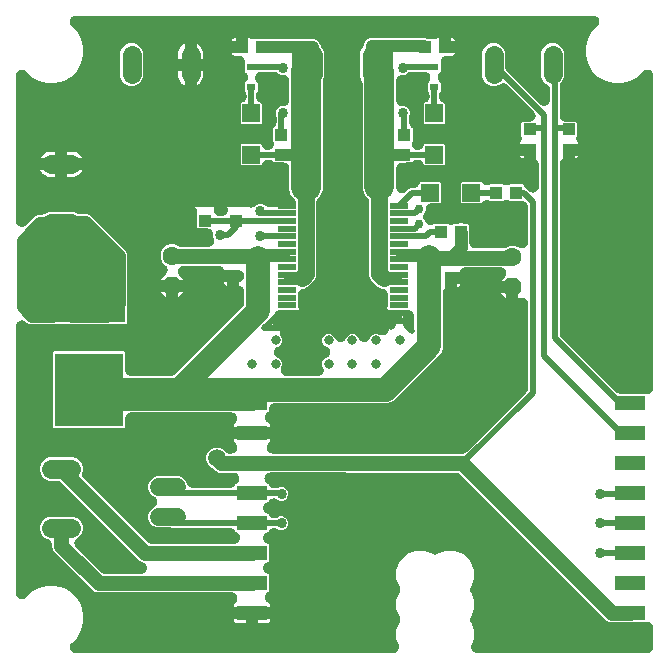
<source format=gtl>
G04 EAGLE Gerber RS-274X export*
G75*
%MOMM*%
%FSLAX34Y34*%
%LPD*%
%INTop Copper*%
%IPPOS*%
%AMOC8*
5,1,8,0,0,1.08239X$1,22.5*%
G01*
%ADD10R,1.000000X1.100000*%
%ADD11R,1.100000X1.000000*%
%ADD12C,1.600200*%
%ADD13P,1.732040X8X292.500000*%
%ADD14R,0.800000X0.600000*%
%ADD15R,1.500000X1.500000*%
%ADD16R,1.602800X0.475200*%
%ADD17R,4.445000X8.382000*%
%ADD18R,2.540000X1.270000*%
%ADD19C,1.650000*%
%ADD20R,1.600000X3.000000*%
%ADD21R,5.800000X6.200000*%
%ADD22C,1.508000*%
%ADD23C,0.508000*%
%ADD24C,0.856400*%
%ADD25C,0.406400*%
%ADD26C,0.756400*%
%ADD27C,0.500000*%
%ADD28C,0.490000*%
%ADD29C,1.270000*%
%ADD30C,1.500000*%
%ADD31C,1.300000*%
%ADD32C,1.400000*%
%ADD33C,1.016000*%
%ADD34C,2.540000*%
%ADD35C,1.500000*%
%ADD36C,2.000000*%
%ADD37C,1.100000*%
%ADD38C,0.806400*%

G36*
X329572Y10173D02*
X329572Y10173D01*
X329768Y10176D01*
X329889Y10193D01*
X330012Y10201D01*
X330205Y10237D01*
X330399Y10265D01*
X330517Y10297D01*
X330638Y10320D01*
X330824Y10380D01*
X331013Y10432D01*
X331127Y10479D01*
X331244Y10517D01*
X331421Y10600D01*
X331602Y10675D01*
X331709Y10735D01*
X331821Y10788D01*
X331986Y10893D01*
X332156Y10989D01*
X332255Y11063D01*
X332359Y11129D01*
X332510Y11253D01*
X332667Y11371D01*
X332755Y11456D01*
X332850Y11534D01*
X332984Y11677D01*
X333125Y11813D01*
X333202Y11909D01*
X333287Y11998D01*
X333402Y12157D01*
X333525Y12309D01*
X333589Y12414D01*
X333662Y12513D01*
X333756Y12685D01*
X333859Y12852D01*
X333910Y12964D01*
X333969Y13071D01*
X334042Y13254D01*
X334123Y13432D01*
X334159Y13549D01*
X334205Y13664D01*
X334254Y13853D01*
X334312Y14040D01*
X334333Y14161D01*
X334364Y14280D01*
X334389Y14475D01*
X334423Y14668D01*
X334429Y14790D01*
X334445Y14912D01*
X334445Y15109D01*
X334455Y15304D01*
X334446Y15426D01*
X334446Y15550D01*
X334422Y15744D01*
X334407Y15939D01*
X334383Y16060D01*
X334367Y16182D01*
X334319Y16372D01*
X334280Y16564D01*
X334241Y16677D01*
X334210Y16799D01*
X334132Y16997D01*
X334069Y17184D01*
X332169Y21770D01*
X332169Y29790D01*
X334964Y36536D01*
X334987Y36605D01*
X335017Y36672D01*
X335090Y36906D01*
X335170Y37139D01*
X335185Y37211D01*
X335206Y37280D01*
X335249Y37522D01*
X335299Y37763D01*
X335305Y37836D01*
X335318Y37908D01*
X335330Y38153D01*
X335350Y38398D01*
X335346Y38471D01*
X335350Y38544D01*
X335331Y38789D01*
X335320Y39034D01*
X335307Y39106D01*
X335302Y39179D01*
X335253Y39420D01*
X335211Y39662D01*
X335189Y39732D01*
X335175Y39804D01*
X335100Y40022D01*
X335024Y40271D01*
X334989Y40348D01*
X334964Y40424D01*
X332169Y47170D01*
X332169Y55190D01*
X334964Y61936D01*
X334987Y62005D01*
X335017Y62072D01*
X335090Y62306D01*
X335170Y62539D01*
X335185Y62611D01*
X335206Y62680D01*
X335249Y62922D01*
X335299Y63163D01*
X335305Y63236D01*
X335318Y63308D01*
X335330Y63553D01*
X335350Y63798D01*
X335346Y63871D01*
X335350Y63944D01*
X335331Y64189D01*
X335320Y64434D01*
X335307Y64506D01*
X335302Y64579D01*
X335253Y64820D01*
X335211Y65062D01*
X335189Y65132D01*
X335175Y65204D01*
X335100Y65422D01*
X335024Y65671D01*
X334989Y65748D01*
X334964Y65824D01*
X332169Y72570D01*
X332169Y80590D01*
X335239Y88000D01*
X340910Y93671D01*
X348320Y96741D01*
X356340Y96741D01*
X363086Y93946D01*
X363155Y93923D01*
X363222Y93893D01*
X363456Y93820D01*
X363689Y93740D01*
X363761Y93725D01*
X363830Y93704D01*
X364072Y93661D01*
X364313Y93611D01*
X364386Y93605D01*
X364458Y93592D01*
X364703Y93580D01*
X364948Y93560D01*
X365021Y93564D01*
X365094Y93560D01*
X365339Y93579D01*
X365584Y93590D01*
X365656Y93603D01*
X365729Y93608D01*
X365970Y93657D01*
X366212Y93699D01*
X366282Y93721D01*
X366353Y93735D01*
X366572Y93810D01*
X366821Y93886D01*
X366898Y93921D01*
X366974Y93946D01*
X373720Y96741D01*
X381740Y96741D01*
X389150Y93671D01*
X394821Y88000D01*
X397891Y80590D01*
X397891Y72570D01*
X395096Y65824D01*
X395073Y65755D01*
X395043Y65688D01*
X394970Y65454D01*
X394890Y65221D01*
X394875Y65149D01*
X394854Y65080D01*
X394811Y64838D01*
X394761Y64597D01*
X394755Y64524D01*
X394742Y64452D01*
X394730Y64207D01*
X394710Y63962D01*
X394714Y63889D01*
X394710Y63816D01*
X394729Y63571D01*
X394740Y63326D01*
X394753Y63254D01*
X394758Y63181D01*
X394807Y62940D01*
X394849Y62698D01*
X394871Y62628D01*
X394885Y62557D01*
X394960Y62338D01*
X395036Y62089D01*
X395071Y62012D01*
X395096Y61936D01*
X397891Y55190D01*
X397891Y47170D01*
X395096Y40424D01*
X395073Y40355D01*
X395043Y40288D01*
X394970Y40054D01*
X394890Y39821D01*
X394875Y39749D01*
X394854Y39680D01*
X394811Y39438D01*
X394761Y39197D01*
X394755Y39124D01*
X394742Y39052D01*
X394730Y38807D01*
X394710Y38562D01*
X394714Y38489D01*
X394710Y38416D01*
X394729Y38171D01*
X394740Y37926D01*
X394753Y37854D01*
X394758Y37781D01*
X394807Y37540D01*
X394849Y37298D01*
X394871Y37228D01*
X394885Y37157D01*
X394960Y36938D01*
X395036Y36689D01*
X395071Y36612D01*
X395096Y36536D01*
X397891Y29790D01*
X397891Y21770D01*
X395991Y17184D01*
X395928Y16999D01*
X395855Y16816D01*
X395825Y16697D01*
X395785Y16581D01*
X395745Y16389D01*
X395696Y16200D01*
X395680Y16078D01*
X395655Y15957D01*
X395640Y15762D01*
X395615Y15568D01*
X395615Y15445D01*
X395605Y15322D01*
X395614Y15126D01*
X395614Y14930D01*
X395629Y14808D01*
X395635Y14686D01*
X395668Y14493D01*
X395693Y14298D01*
X395723Y14179D01*
X395744Y14058D01*
X395801Y13871D01*
X395850Y13681D01*
X395895Y13566D01*
X395931Y13449D01*
X396011Y13270D01*
X396083Y13088D01*
X396142Y12980D01*
X396192Y12868D01*
X396294Y12701D01*
X396389Y12529D01*
X396461Y12429D01*
X396525Y12324D01*
X396647Y12171D01*
X396762Y12012D01*
X396846Y11923D01*
X396923Y11826D01*
X397063Y11690D01*
X397197Y11547D01*
X397291Y11468D01*
X397379Y11382D01*
X397536Y11264D01*
X397686Y11139D01*
X397790Y11073D01*
X397888Y10999D01*
X398059Y10902D01*
X398223Y10796D01*
X398334Y10744D01*
X398441Y10683D01*
X398622Y10607D01*
X398799Y10523D01*
X398916Y10485D01*
X399030Y10438D01*
X399219Y10386D01*
X399404Y10324D01*
X399525Y10301D01*
X399644Y10268D01*
X399838Y10240D01*
X400030Y10203D01*
X400150Y10195D01*
X400274Y10177D01*
X400487Y10173D01*
X400684Y10161D01*
X544760Y10161D01*
X544915Y10170D01*
X545070Y10170D01*
X545232Y10190D01*
X545396Y10201D01*
X545548Y10230D01*
X545702Y10249D01*
X545861Y10289D01*
X546022Y10320D01*
X546169Y10368D01*
X546319Y10406D01*
X546472Y10466D01*
X546628Y10517D01*
X546768Y10582D01*
X546912Y10639D01*
X547056Y10718D01*
X547204Y10788D01*
X547335Y10870D01*
X547471Y10945D01*
X547604Y11041D01*
X547743Y11129D01*
X547862Y11227D01*
X547988Y11318D01*
X548107Y11430D01*
X548234Y11534D01*
X548340Y11647D01*
X548453Y11753D01*
X548558Y11879D01*
X548670Y11998D01*
X548762Y12124D01*
X548861Y12243D01*
X548949Y12381D01*
X549045Y12513D01*
X549120Y12649D01*
X549204Y12780D01*
X549274Y12928D01*
X549353Y13071D01*
X549410Y13215D01*
X549477Y13355D01*
X549528Y13511D01*
X549588Y13664D01*
X549627Y13814D01*
X549676Y13961D01*
X549707Y14122D01*
X549748Y14280D01*
X549767Y14434D01*
X549797Y14586D01*
X549807Y14745D01*
X549829Y14912D01*
X549829Y15081D01*
X549839Y15240D01*
X549839Y31455D01*
X549827Y31650D01*
X549824Y31847D01*
X549807Y31969D01*
X549799Y32091D01*
X549763Y32283D01*
X549735Y32478D01*
X549703Y32596D01*
X549680Y32717D01*
X549620Y32903D01*
X549568Y33092D01*
X549521Y33206D01*
X549483Y33323D01*
X549400Y33500D01*
X549325Y33681D01*
X549265Y33788D01*
X549212Y33900D01*
X549108Y34065D01*
X549011Y34235D01*
X548937Y34334D01*
X548871Y34438D01*
X548747Y34589D01*
X548629Y34746D01*
X548544Y34834D01*
X548466Y34929D01*
X548323Y35063D01*
X548187Y35204D01*
X548091Y35281D01*
X548002Y35366D01*
X547843Y35481D01*
X547691Y35604D01*
X547586Y35668D01*
X547487Y35741D01*
X547315Y35835D01*
X547148Y35938D01*
X547036Y35989D01*
X546929Y36048D01*
X546746Y36121D01*
X546568Y36202D01*
X546451Y36238D01*
X546336Y36284D01*
X546147Y36333D01*
X545960Y36391D01*
X545839Y36412D01*
X545720Y36443D01*
X545525Y36468D01*
X545332Y36502D01*
X545210Y36508D01*
X545088Y36524D01*
X544891Y36524D01*
X544696Y36534D01*
X544574Y36525D01*
X544450Y36525D01*
X544256Y36501D01*
X544061Y36486D01*
X543940Y36462D01*
X543818Y36446D01*
X543628Y36398D01*
X543436Y36359D01*
X543323Y36320D01*
X543201Y36289D01*
X543038Y36225D01*
X532969Y36225D01*
X532937Y36223D01*
X532905Y36225D01*
X532618Y36203D01*
X532333Y36185D01*
X532302Y36179D01*
X532269Y36177D01*
X531988Y36120D01*
X531755Y36075D01*
X513406Y36075D01*
X510457Y37297D01*
X507485Y40269D01*
X386356Y161398D01*
X386301Y161446D01*
X386252Y161499D01*
X386062Y161657D01*
X385878Y161819D01*
X385818Y161860D01*
X385762Y161907D01*
X385555Y162039D01*
X385351Y162177D01*
X385286Y162210D01*
X385225Y162250D01*
X385003Y162355D01*
X384784Y162467D01*
X384715Y162491D01*
X384649Y162523D01*
X384415Y162599D01*
X384184Y162683D01*
X384113Y162699D01*
X384044Y162722D01*
X383803Y162768D01*
X383563Y162822D01*
X383490Y162829D01*
X383418Y162843D01*
X383187Y162858D01*
X382928Y162883D01*
X382845Y162880D01*
X382765Y162885D01*
X360478Y162885D01*
X360448Y162883D01*
X360419Y162885D01*
X360380Y162882D01*
X357875Y162885D01*
X357871Y162885D01*
X357868Y162885D01*
X355383Y162885D01*
X355350Y162888D01*
X355310Y162886D01*
X355272Y162889D01*
X225657Y163055D01*
X225377Y163038D01*
X225096Y163025D01*
X225059Y163018D01*
X225021Y163016D01*
X224746Y162964D01*
X224468Y162916D01*
X224432Y162905D01*
X224395Y162898D01*
X224127Y162811D01*
X223859Y162729D01*
X223825Y162713D01*
X223789Y162702D01*
X223535Y162583D01*
X223278Y162467D01*
X223246Y162447D01*
X223212Y162431D01*
X222975Y162282D01*
X222735Y162135D01*
X222705Y162111D01*
X222673Y162091D01*
X222455Y161911D01*
X222237Y161737D01*
X222211Y161710D01*
X222182Y161686D01*
X221989Y161481D01*
X221793Y161280D01*
X221770Y161250D01*
X221744Y161222D01*
X221579Y160996D01*
X221410Y160771D01*
X221391Y160738D01*
X221369Y160708D01*
X221233Y160462D01*
X221093Y160218D01*
X221079Y160183D01*
X221060Y160150D01*
X220956Y159889D01*
X220848Y159630D01*
X220838Y159594D01*
X220824Y159559D01*
X220754Y159287D01*
X220679Y159016D01*
X220674Y158978D01*
X220664Y158942D01*
X220628Y158664D01*
X220588Y158385D01*
X220587Y158348D01*
X220582Y158310D01*
X220581Y158029D01*
X220576Y157748D01*
X220580Y157711D01*
X220580Y157673D01*
X220615Y157393D01*
X220645Y157115D01*
X220654Y157078D01*
X220658Y157041D01*
X220727Y156768D01*
X220792Y156495D01*
X220805Y156460D01*
X220815Y156423D01*
X220917Y156162D01*
X221016Y155898D01*
X221033Y155865D01*
X221047Y155830D01*
X221182Y155583D01*
X221312Y155334D01*
X221334Y155304D01*
X221352Y155270D01*
X221516Y155042D01*
X221677Y154812D01*
X221702Y154784D01*
X221725Y154753D01*
X221915Y154549D01*
X222104Y154339D01*
X222133Y154315D01*
X222159Y154287D01*
X222374Y154108D01*
X222588Y153924D01*
X222619Y153903D01*
X222648Y153879D01*
X222885Y153728D01*
X223119Y153573D01*
X223152Y153556D01*
X223185Y153535D01*
X223482Y153394D01*
X223542Y153364D01*
X223993Y152914D01*
X224058Y152755D01*
X224100Y152670D01*
X224134Y152582D01*
X224240Y152385D01*
X224339Y152183D01*
X224390Y152104D01*
X224435Y152021D01*
X224565Y151838D01*
X224688Y151650D01*
X224749Y151579D01*
X224804Y151502D01*
X224956Y151336D01*
X225102Y151166D01*
X225171Y151102D01*
X225235Y151033D01*
X225407Y150888D01*
X225573Y150737D01*
X225650Y150682D01*
X225722Y150622D01*
X225910Y150499D01*
X226094Y150370D01*
X226177Y150326D01*
X226256Y150274D01*
X226458Y150177D01*
X226657Y150071D01*
X226745Y150038D01*
X226830Y149997D01*
X227043Y149925D01*
X227253Y149846D01*
X227344Y149823D01*
X227433Y149793D01*
X227654Y149749D01*
X227872Y149696D01*
X227966Y149686D01*
X228058Y149667D01*
X228271Y149652D01*
X228505Y149625D01*
X228611Y149627D01*
X228711Y149620D01*
X229907Y149610D01*
X229958Y149613D01*
X230010Y149611D01*
X230277Y149631D01*
X230543Y149645D01*
X230594Y149655D01*
X230645Y149659D01*
X230907Y149712D01*
X231170Y149760D01*
X231219Y149775D01*
X231270Y149786D01*
X231502Y149865D01*
X231777Y149952D01*
X231833Y149978D01*
X231890Y149997D01*
X233845Y150807D01*
X236155Y150807D01*
X238289Y149923D01*
X239923Y148289D01*
X240807Y146155D01*
X240807Y143845D01*
X239923Y141711D01*
X238289Y140077D01*
X236155Y139193D01*
X233845Y139193D01*
X231612Y140118D01*
X231454Y140225D01*
X231298Y140343D01*
X231191Y140404D01*
X231090Y140473D01*
X230915Y140562D01*
X230745Y140660D01*
X230631Y140707D01*
X230522Y140763D01*
X230338Y140829D01*
X230157Y140905D01*
X230038Y140937D01*
X229923Y140979D01*
X229732Y141022D01*
X229543Y141074D01*
X229421Y141091D01*
X229301Y141118D01*
X229106Y141137D01*
X228912Y141165D01*
X228789Y141167D01*
X228667Y141179D01*
X228471Y141173D01*
X228275Y141176D01*
X228153Y141163D01*
X228030Y141159D01*
X227836Y141129D01*
X227641Y141108D01*
X227522Y141080D01*
X227401Y141060D01*
X227212Y141006D01*
X227022Y140961D01*
X226907Y140918D01*
X226789Y140883D01*
X226609Y140806D01*
X226425Y140737D01*
X226316Y140680D01*
X226204Y140631D01*
X226035Y140532D01*
X225861Y140440D01*
X225760Y140370D01*
X225655Y140308D01*
X225499Y140188D01*
X225339Y140076D01*
X225248Y139993D01*
X225151Y139918D01*
X225012Y139780D01*
X224866Y139648D01*
X224786Y139555D01*
X224699Y139468D01*
X224579Y139314D01*
X224451Y139165D01*
X224383Y139062D01*
X224308Y138966D01*
X224208Y138797D01*
X224099Y138634D01*
X224060Y138554D01*
X223564Y138057D01*
X222683Y137693D01*
X222470Y137588D01*
X222254Y137491D01*
X222185Y137448D01*
X222111Y137412D01*
X221913Y137282D01*
X221711Y137159D01*
X221647Y137108D01*
X221578Y137063D01*
X221398Y136909D01*
X221213Y136761D01*
X221156Y136702D01*
X221094Y136649D01*
X220934Y136474D01*
X220769Y136304D01*
X220720Y136239D01*
X220665Y136178D01*
X220528Y135984D01*
X220386Y135795D01*
X220345Y135724D01*
X220298Y135657D01*
X220187Y135448D01*
X220069Y135242D01*
X220038Y135167D01*
X219999Y135094D01*
X219915Y134873D01*
X219824Y134654D01*
X219803Y134575D01*
X219774Y134498D01*
X219718Y134268D01*
X219655Y134040D01*
X219643Y133959D01*
X219624Y133879D01*
X219598Y133643D01*
X219564Y133409D01*
X219563Y133327D01*
X219553Y133246D01*
X219557Y133009D01*
X219553Y132772D01*
X219561Y132691D01*
X219563Y132609D01*
X219596Y132374D01*
X219621Y132139D01*
X219640Y132059D01*
X219651Y131978D01*
X219713Y131750D01*
X219768Y131519D01*
X219797Y131442D01*
X219819Y131363D01*
X219909Y131144D01*
X219992Y130922D01*
X220030Y130850D01*
X220061Y130774D01*
X220178Y130568D01*
X220288Y130358D01*
X220335Y130291D01*
X220376Y130220D01*
X220518Y130030D01*
X220653Y129836D01*
X220708Y129775D01*
X220757Y129710D01*
X220922Y129539D01*
X221081Y129364D01*
X221143Y129310D01*
X221200Y129251D01*
X221384Y129103D01*
X221564Y128948D01*
X221632Y128903D01*
X221696Y128851D01*
X221897Y128728D01*
X222095Y128597D01*
X222168Y128561D01*
X222239Y128517D01*
X222475Y128410D01*
X222683Y128307D01*
X223564Y127943D01*
X223993Y127514D01*
X224103Y127247D01*
X224190Y127070D01*
X224268Y126889D01*
X224330Y126784D01*
X224383Y126675D01*
X224491Y126510D01*
X224591Y126341D01*
X224666Y126244D01*
X224733Y126142D01*
X224861Y125992D01*
X224981Y125837D01*
X225067Y125750D01*
X225147Y125658D01*
X225292Y125525D01*
X225431Y125386D01*
X225527Y125311D01*
X225618Y125229D01*
X225779Y125115D01*
X225934Y124994D01*
X226039Y124932D01*
X226139Y124862D01*
X226313Y124770D01*
X226482Y124669D01*
X226594Y124620D01*
X226702Y124563D01*
X226885Y124494D01*
X227066Y124415D01*
X227183Y124381D01*
X227297Y124338D01*
X227489Y124291D01*
X227678Y124236D01*
X227798Y124217D01*
X227917Y124188D01*
X228113Y124166D01*
X228307Y124135D01*
X228428Y124131D01*
X228550Y124117D01*
X228747Y124120D01*
X228944Y124114D01*
X229065Y124125D01*
X229187Y124127D01*
X229382Y124154D01*
X229578Y124172D01*
X229697Y124198D01*
X229818Y124215D01*
X230008Y124267D01*
X230200Y124310D01*
X230315Y124351D01*
X230433Y124383D01*
X230615Y124458D01*
X230800Y124524D01*
X230909Y124579D01*
X231022Y124625D01*
X231100Y124670D01*
X233845Y125807D01*
X236155Y125807D01*
X238289Y124923D01*
X239923Y123289D01*
X240807Y121155D01*
X240807Y118845D01*
X239923Y116711D01*
X238289Y115077D01*
X236155Y114193D01*
X233845Y114193D01*
X231279Y115256D01*
X231271Y115260D01*
X231209Y115300D01*
X230987Y115405D01*
X230768Y115517D01*
X230699Y115541D01*
X230633Y115573D01*
X230400Y115649D01*
X230169Y115733D01*
X230098Y115749D01*
X230028Y115772D01*
X229787Y115818D01*
X229547Y115872D01*
X229474Y115879D01*
X229403Y115893D01*
X229171Y115908D01*
X228913Y115933D01*
X228829Y115930D01*
X228749Y115935D01*
X228567Y115935D01*
X228453Y115928D01*
X228339Y115930D01*
X228135Y115908D01*
X227931Y115895D01*
X227819Y115874D01*
X227705Y115862D01*
X227506Y115814D01*
X227305Y115776D01*
X227196Y115741D01*
X227085Y115715D01*
X226894Y115643D01*
X226699Y115579D01*
X226595Y115531D01*
X226489Y115491D01*
X226308Y115396D01*
X226122Y115308D01*
X226026Y115247D01*
X225925Y115194D01*
X225757Y115077D01*
X225584Y114967D01*
X225496Y114895D01*
X225403Y114829D01*
X225251Y114692D01*
X225093Y114562D01*
X225015Y114479D01*
X224930Y114402D01*
X224796Y114247D01*
X224656Y114098D01*
X224589Y114005D01*
X224515Y113919D01*
X224402Y113748D01*
X224281Y113583D01*
X224226Y113483D01*
X224163Y113388D01*
X224076Y113211D01*
X224026Y113119D01*
X223564Y112657D01*
X222683Y112293D01*
X222470Y112188D01*
X222255Y112091D01*
X222185Y112049D01*
X222111Y112012D01*
X221913Y111882D01*
X221711Y111759D01*
X221647Y111708D01*
X221578Y111663D01*
X221398Y111509D01*
X221213Y111361D01*
X221156Y111302D01*
X221094Y111249D01*
X220934Y111074D01*
X220769Y110904D01*
X220720Y110839D01*
X220665Y110778D01*
X220528Y110585D01*
X220386Y110395D01*
X220345Y110324D01*
X220298Y110257D01*
X220187Y110048D01*
X220069Y109842D01*
X220038Y109767D01*
X219999Y109694D01*
X219915Y109473D01*
X219824Y109254D01*
X219803Y109175D01*
X219774Y109098D01*
X219718Y108868D01*
X219655Y108640D01*
X219643Y108559D01*
X219624Y108479D01*
X219598Y108243D01*
X219564Y108009D01*
X219563Y107928D01*
X219553Y107846D01*
X219557Y107608D01*
X219553Y107372D01*
X219561Y107291D01*
X219563Y107209D01*
X219596Y106974D01*
X219621Y106739D01*
X219640Y106659D01*
X219651Y106578D01*
X219714Y106349D01*
X219768Y106119D01*
X219797Y106042D01*
X219819Y105963D01*
X219909Y105744D01*
X219992Y105522D01*
X220030Y105450D01*
X220061Y105374D01*
X220178Y105168D01*
X220288Y104959D01*
X220335Y104891D01*
X220376Y104820D01*
X220517Y104631D01*
X220653Y104436D01*
X220708Y104375D01*
X220757Y104310D01*
X220922Y104139D01*
X221081Y103964D01*
X221143Y103910D01*
X221200Y103851D01*
X221384Y103703D01*
X221564Y103548D01*
X221632Y103503D01*
X221696Y103452D01*
X221897Y103328D01*
X222095Y103197D01*
X222167Y103161D01*
X222238Y103117D01*
X222475Y103010D01*
X222683Y102907D01*
X223564Y102543D01*
X223993Y102114D01*
X224225Y101553D01*
X224225Y88247D01*
X223993Y87686D01*
X223564Y87257D01*
X222683Y86893D01*
X222470Y86788D01*
X222254Y86691D01*
X222185Y86648D01*
X222111Y86612D01*
X221913Y86482D01*
X221711Y86359D01*
X221647Y86308D01*
X221578Y86263D01*
X221398Y86109D01*
X221213Y85961D01*
X221156Y85902D01*
X221094Y85849D01*
X220934Y85674D01*
X220769Y85504D01*
X220720Y85439D01*
X220665Y85378D01*
X220528Y85184D01*
X220386Y84995D01*
X220345Y84924D01*
X220298Y84857D01*
X220187Y84648D01*
X220069Y84442D01*
X220038Y84367D01*
X219999Y84294D01*
X219915Y84073D01*
X219824Y83854D01*
X219803Y83775D01*
X219774Y83698D01*
X219718Y83468D01*
X219655Y83240D01*
X219643Y83159D01*
X219624Y83079D01*
X219598Y82843D01*
X219564Y82609D01*
X219563Y82527D01*
X219553Y82446D01*
X219557Y82209D01*
X219553Y81972D01*
X219561Y81891D01*
X219563Y81809D01*
X219596Y81574D01*
X219621Y81339D01*
X219640Y81259D01*
X219651Y81178D01*
X219713Y80950D01*
X219768Y80719D01*
X219797Y80642D01*
X219819Y80563D01*
X219909Y80344D01*
X219992Y80122D01*
X220030Y80050D01*
X220061Y79974D01*
X220178Y79768D01*
X220288Y79558D01*
X220335Y79491D01*
X220376Y79420D01*
X220518Y79230D01*
X220653Y79036D01*
X220708Y78975D01*
X220757Y78910D01*
X220922Y78739D01*
X221081Y78564D01*
X221143Y78510D01*
X221200Y78451D01*
X221384Y78303D01*
X221564Y78148D01*
X221632Y78103D01*
X221696Y78051D01*
X221897Y77928D01*
X222095Y77797D01*
X222168Y77761D01*
X222239Y77717D01*
X222475Y77610D01*
X222683Y77507D01*
X223564Y77143D01*
X223993Y76714D01*
X224225Y76153D01*
X224225Y62847D01*
X223993Y62286D01*
X223498Y61791D01*
X223438Y61762D01*
X223240Y61632D01*
X223038Y61509D01*
X222974Y61457D01*
X222906Y61413D01*
X222726Y61259D01*
X222541Y61111D01*
X222483Y61052D01*
X222421Y60999D01*
X222262Y60824D01*
X222097Y60654D01*
X222047Y60588D01*
X221992Y60528D01*
X221855Y60334D01*
X221713Y60145D01*
X221673Y60074D01*
X221625Y60007D01*
X221514Y59797D01*
X221397Y59592D01*
X221365Y59517D01*
X221327Y59444D01*
X221243Y59222D01*
X221152Y59004D01*
X221130Y58925D01*
X221101Y58848D01*
X221045Y58618D01*
X220983Y58390D01*
X220971Y58309D01*
X220952Y58229D01*
X220925Y57994D01*
X220891Y57759D01*
X220890Y57677D01*
X220881Y57596D01*
X220884Y57359D01*
X220880Y57122D01*
X220889Y57041D01*
X220890Y56959D01*
X220923Y56724D01*
X220949Y56489D01*
X220967Y56409D01*
X220979Y56328D01*
X221041Y56100D01*
X221096Y55869D01*
X221125Y55792D01*
X221146Y55713D01*
X221236Y55494D01*
X221319Y55272D01*
X221358Y55200D01*
X221389Y55124D01*
X221506Y54918D01*
X221616Y54708D01*
X221663Y54641D01*
X221703Y54570D01*
X221845Y54380D01*
X221981Y54186D01*
X222036Y54125D01*
X222085Y54060D01*
X222249Y53889D01*
X222408Y53713D01*
X222470Y53660D01*
X222527Y53601D01*
X222712Y53452D01*
X222891Y53298D01*
X222960Y53253D01*
X223023Y53201D01*
X223225Y53077D01*
X223423Y52946D01*
X223495Y52911D01*
X223566Y52867D01*
X223803Y52759D01*
X223856Y52733D01*
X224320Y52423D01*
X224673Y52070D01*
X224952Y51653D01*
X225143Y51191D01*
X225241Y50700D01*
X225241Y49179D01*
X210000Y49179D01*
X194759Y49179D01*
X194759Y50700D01*
X194857Y51191D01*
X195048Y51653D01*
X195327Y52070D01*
X195724Y52467D01*
X195831Y52556D01*
X196004Y52688D01*
X196076Y52759D01*
X196154Y52823D01*
X196303Y52982D01*
X196458Y53135D01*
X196521Y53214D01*
X196590Y53288D01*
X196718Y53464D01*
X196853Y53635D01*
X196905Y53721D01*
X196964Y53803D01*
X197069Y53994D01*
X197182Y54180D01*
X197223Y54273D01*
X197271Y54362D01*
X197352Y54564D01*
X197440Y54763D01*
X197469Y54860D01*
X197506Y54954D01*
X197560Y55165D01*
X197623Y55373D01*
X197639Y55473D01*
X197665Y55571D01*
X197692Y55787D01*
X197728Y56002D01*
X197732Y56103D01*
X197745Y56203D01*
X197745Y56421D01*
X197754Y56638D01*
X197745Y56739D01*
X197745Y56840D01*
X197718Y57057D01*
X197699Y57273D01*
X197678Y57372D01*
X197666Y57473D01*
X197612Y57683D01*
X197566Y57896D01*
X197533Y57992D01*
X197508Y58090D01*
X197428Y58292D01*
X197356Y58498D01*
X197311Y58588D01*
X197274Y58682D01*
X197169Y58873D01*
X197072Y59068D01*
X197016Y59152D01*
X196967Y59241D01*
X196840Y59417D01*
X196719Y59598D01*
X196653Y59675D01*
X196594Y59757D01*
X196445Y59916D01*
X196302Y60080D01*
X196227Y60148D01*
X196158Y60222D01*
X195991Y60361D01*
X195829Y60507D01*
X195746Y60564D01*
X195668Y60629D01*
X195484Y60746D01*
X195305Y60870D01*
X195216Y60917D01*
X195130Y60971D01*
X194934Y61064D01*
X194741Y61165D01*
X194646Y61200D01*
X194554Y61244D01*
X194348Y61311D01*
X194144Y61387D01*
X194045Y61410D01*
X193949Y61442D01*
X193735Y61483D01*
X193523Y61533D01*
X193422Y61543D01*
X193323Y61562D01*
X193116Y61575D01*
X192890Y61599D01*
X192777Y61597D01*
X192669Y61604D01*
X80453Y61465D01*
X80450Y61464D01*
X80447Y61465D01*
X78890Y61461D01*
X77445Y62057D01*
X77442Y62058D01*
X77439Y62060D01*
X75993Y62654D01*
X74885Y63760D01*
X74882Y63762D01*
X74880Y63765D01*
X44760Y93736D01*
X44739Y93754D01*
X44720Y93776D01*
X44661Y93826D01*
X42942Y95545D01*
X42937Y95549D01*
X42933Y95554D01*
X41828Y96654D01*
X41230Y98098D01*
X41227Y98104D01*
X41225Y98110D01*
X40625Y99547D01*
X40625Y101111D01*
X40625Y101117D01*
X40625Y101123D01*
X40623Y101884D01*
X40616Y101991D01*
X40618Y102099D01*
X40596Y102309D01*
X40582Y102520D01*
X40561Y102626D01*
X40550Y102733D01*
X40501Y102938D01*
X40461Y103145D01*
X40428Y103248D01*
X40403Y103352D01*
X40329Y103550D01*
X40263Y103751D01*
X40217Y103848D01*
X40179Y103949D01*
X40081Y104136D01*
X39990Y104327D01*
X39933Y104418D01*
X39882Y104513D01*
X39762Y104686D01*
X39648Y104864D01*
X39579Y104947D01*
X39518Y105035D01*
X39376Y105192D01*
X39241Y105354D01*
X39163Y105428D01*
X39090Y105508D01*
X38930Y105645D01*
X38776Y105790D01*
X38689Y105853D01*
X38607Y105923D01*
X38431Y106040D01*
X38260Y106164D01*
X38165Y106215D01*
X38076Y106275D01*
X37894Y106364D01*
X37701Y106470D01*
X37590Y106514D01*
X37488Y106564D01*
X34713Y107713D01*
X31963Y110463D01*
X30475Y114056D01*
X30475Y117944D01*
X31963Y121537D01*
X34713Y124287D01*
X38306Y125775D01*
X58694Y125775D01*
X62287Y124287D01*
X65037Y121537D01*
X66525Y117944D01*
X66525Y114056D01*
X65037Y110463D01*
X62202Y107628D01*
X62060Y107535D01*
X61886Y107432D01*
X61794Y107360D01*
X61696Y107296D01*
X61543Y107165D01*
X61383Y107041D01*
X61300Y106959D01*
X61212Y106883D01*
X61075Y106733D01*
X60933Y106590D01*
X60861Y106498D01*
X60783Y106412D01*
X60666Y106246D01*
X60542Y106087D01*
X60483Y105986D01*
X60416Y105891D01*
X60321Y105712D01*
X60218Y105538D01*
X60172Y105431D01*
X60117Y105328D01*
X60046Y105139D01*
X59965Y104953D01*
X59933Y104841D01*
X59892Y104732D01*
X59844Y104536D01*
X59788Y104341D01*
X59769Y104226D01*
X59742Y104113D01*
X59720Y103912D01*
X59688Y103712D01*
X59684Y103596D01*
X59671Y103480D01*
X59674Y103277D01*
X59668Y103075D01*
X59679Y102959D01*
X59681Y102842D01*
X59709Y102642D01*
X59728Y102441D01*
X59753Y102327D01*
X59769Y102212D01*
X59822Y102016D01*
X59866Y101819D01*
X59906Y101709D01*
X59936Y101597D01*
X60013Y101410D01*
X60082Y101220D01*
X60135Y101116D01*
X60179Y101008D01*
X60279Y100832D01*
X60371Y100652D01*
X60436Y100555D01*
X60494Y100454D01*
X60615Y100292D01*
X60728Y100124D01*
X60804Y100039D01*
X60875Y99943D01*
X61028Y99785D01*
X61162Y99633D01*
X82200Y78699D01*
X82252Y78653D01*
X82300Y78602D01*
X82492Y78443D01*
X82679Y78279D01*
X82737Y78240D01*
X82790Y78196D01*
X83000Y78062D01*
X83207Y77922D01*
X83269Y77891D01*
X83328Y77853D01*
X83553Y77747D01*
X83775Y77634D01*
X83841Y77611D01*
X83904Y77581D01*
X84140Y77504D01*
X84375Y77420D01*
X84443Y77405D01*
X84509Y77383D01*
X84753Y77336D01*
X84997Y77282D01*
X85067Y77275D01*
X85135Y77262D01*
X85368Y77247D01*
X85631Y77223D01*
X85712Y77226D01*
X85789Y77221D01*
X115923Y77258D01*
X116197Y77276D01*
X116472Y77288D01*
X116515Y77296D01*
X116559Y77299D01*
X116829Y77351D01*
X117099Y77398D01*
X117142Y77410D01*
X117185Y77419D01*
X117446Y77504D01*
X117708Y77584D01*
X117749Y77603D01*
X117791Y77616D01*
X118039Y77733D01*
X118289Y77846D01*
X118327Y77869D01*
X118367Y77888D01*
X118599Y78035D01*
X118833Y78178D01*
X118868Y78206D01*
X118905Y78230D01*
X119116Y78405D01*
X119331Y78576D01*
X119361Y78608D01*
X119396Y78636D01*
X119584Y78836D01*
X119775Y79033D01*
X119801Y79068D01*
X119832Y79101D01*
X119993Y79323D01*
X120158Y79542D01*
X120180Y79580D01*
X120206Y79616D01*
X120338Y79857D01*
X120475Y80095D01*
X120492Y80136D01*
X120513Y80174D01*
X120614Y80430D01*
X120719Y80683D01*
X120731Y80726D01*
X120747Y80767D01*
X120816Y81033D01*
X120889Y81297D01*
X120895Y81341D01*
X120906Y81384D01*
X120941Y81656D01*
X120980Y81928D01*
X120981Y81972D01*
X120986Y82016D01*
X120986Y82290D01*
X120991Y82565D01*
X120987Y82609D01*
X120987Y82653D01*
X120952Y82926D01*
X120923Y83198D01*
X120913Y83241D01*
X120907Y83285D01*
X120839Y83551D01*
X120776Y83818D01*
X120760Y83860D01*
X120749Y83903D01*
X120649Y84157D01*
X120552Y84415D01*
X120531Y84454D01*
X120515Y84495D01*
X120384Y84735D01*
X120255Y84979D01*
X120230Y85015D01*
X120209Y85054D01*
X120048Y85276D01*
X119891Y85501D01*
X119861Y85534D01*
X119835Y85570D01*
X119647Y85771D01*
X119463Y85974D01*
X119430Y86002D01*
X119400Y86035D01*
X119188Y86211D01*
X118980Y86389D01*
X118943Y86413D01*
X118909Y86442D01*
X118677Y86589D01*
X118449Y86741D01*
X118410Y86760D01*
X118372Y86784D01*
X118086Y86919D01*
X117861Y87030D01*
X116707Y87508D01*
X116704Y87509D01*
X116701Y87510D01*
X115257Y88106D01*
X114151Y89212D01*
X114149Y89214D01*
X114147Y89217D01*
X112411Y90948D01*
X112392Y90970D01*
X112359Y91001D01*
X112330Y91033D01*
X48626Y154738D01*
X48571Y154786D01*
X48521Y154839D01*
X48332Y154997D01*
X48148Y155159D01*
X48088Y155200D01*
X48031Y155247D01*
X47824Y155379D01*
X47621Y155517D01*
X47556Y155550D01*
X47495Y155590D01*
X47273Y155695D01*
X47053Y155807D01*
X46985Y155831D01*
X46919Y155863D01*
X46685Y155939D01*
X46454Y156023D01*
X46383Y156039D01*
X46314Y156062D01*
X46072Y156108D01*
X45832Y156162D01*
X45760Y156169D01*
X45688Y156183D01*
X45457Y156198D01*
X45198Y156223D01*
X45115Y156220D01*
X45034Y156225D01*
X38306Y156225D01*
X34713Y157713D01*
X31963Y160463D01*
X30475Y164056D01*
X30475Y167944D01*
X31963Y171537D01*
X34713Y174287D01*
X38306Y175775D01*
X58694Y175775D01*
X62287Y174287D01*
X65037Y171537D01*
X66525Y167944D01*
X66525Y164056D01*
X66375Y163695D01*
X66339Y163588D01*
X66293Y163483D01*
X66235Y163287D01*
X66169Y163093D01*
X66146Y162981D01*
X66114Y162872D01*
X66081Y162670D01*
X66040Y162469D01*
X66031Y162355D01*
X66013Y162243D01*
X66006Y162038D01*
X65989Y161834D01*
X65995Y161720D01*
X65991Y161606D01*
X66010Y161402D01*
X66019Y161197D01*
X66039Y161085D01*
X66049Y160971D01*
X66093Y160771D01*
X66128Y160569D01*
X66162Y160460D01*
X66186Y160349D01*
X66255Y160156D01*
X66315Y159960D01*
X66362Y159856D01*
X66400Y159749D01*
X66493Y159566D01*
X66577Y159379D01*
X66636Y159282D01*
X66688Y159180D01*
X66802Y159011D01*
X66909Y158836D01*
X66980Y158747D01*
X67044Y158652D01*
X67174Y158504D01*
X67307Y158338D01*
X67397Y158250D01*
X67477Y158160D01*
X121482Y104155D01*
X121539Y104105D01*
X121591Y104049D01*
X121778Y103894D01*
X121960Y103734D01*
X122022Y103691D01*
X122081Y103642D01*
X122286Y103511D01*
X122486Y103375D01*
X122554Y103341D01*
X122619Y103300D01*
X122838Y103196D01*
X123054Y103086D01*
X123126Y103060D01*
X123195Y103027D01*
X123425Y102952D01*
X123653Y102870D01*
X123728Y102853D01*
X123800Y102829D01*
X124038Y102783D01*
X124275Y102730D01*
X124351Y102723D01*
X124426Y102709D01*
X124654Y102694D01*
X124909Y102670D01*
X124996Y102673D01*
X125080Y102667D01*
X194813Y102756D01*
X195087Y102773D01*
X195361Y102786D01*
X195405Y102793D01*
X195449Y102796D01*
X195718Y102848D01*
X195989Y102895D01*
X196031Y102908D01*
X196074Y102916D01*
X196335Y103001D01*
X196598Y103082D01*
X196638Y103100D01*
X196680Y103114D01*
X196929Y103231D01*
X197179Y103344D01*
X197217Y103367D01*
X197257Y103385D01*
X197488Y103533D01*
X197722Y103676D01*
X197757Y103703D01*
X197794Y103727D01*
X198006Y103903D01*
X198220Y104074D01*
X198251Y104105D01*
X198285Y104134D01*
X198473Y104334D01*
X198664Y104531D01*
X198691Y104566D01*
X198721Y104598D01*
X198882Y104820D01*
X199047Y105040D01*
X199069Y105078D01*
X199095Y105114D01*
X199227Y105354D01*
X199364Y105592D01*
X199381Y105633D01*
X199402Y105672D01*
X199504Y105928D01*
X199609Y106181D01*
X199621Y106223D01*
X199637Y106264D01*
X199705Y106531D01*
X199778Y106795D01*
X199784Y106839D01*
X199795Y106881D01*
X199830Y107155D01*
X199869Y107425D01*
X199870Y107470D01*
X199876Y107514D01*
X199876Y107788D01*
X199881Y108062D01*
X199876Y108107D01*
X199876Y108151D01*
X199842Y108422D01*
X199812Y108696D01*
X199802Y108739D01*
X199796Y108783D01*
X199729Y109048D01*
X199665Y109316D01*
X199649Y109357D01*
X199639Y109400D01*
X199538Y109655D01*
X199441Y109912D01*
X199421Y109952D01*
X199405Y109993D01*
X199272Y110234D01*
X199145Y110476D01*
X199120Y110513D01*
X199098Y110551D01*
X198937Y110774D01*
X198780Y110999D01*
X198750Y111031D01*
X198724Y111067D01*
X198537Y111268D01*
X198353Y111471D01*
X198319Y111500D01*
X198289Y111532D01*
X198077Y111708D01*
X197869Y111887D01*
X197833Y111911D01*
X197799Y111939D01*
X197566Y112087D01*
X197338Y112238D01*
X197299Y112257D01*
X197261Y112282D01*
X196975Y112417D01*
X196750Y112527D01*
X196436Y112657D01*
X195972Y113121D01*
X195936Y113188D01*
X195846Y113372D01*
X195783Y113467D01*
X195729Y113567D01*
X195608Y113733D01*
X195496Y113905D01*
X195422Y113991D01*
X195355Y114084D01*
X195216Y114233D01*
X195083Y114389D01*
X194998Y114466D01*
X194920Y114549D01*
X194763Y114680D01*
X194612Y114818D01*
X194518Y114884D01*
X194431Y114957D01*
X194258Y115067D01*
X194091Y115185D01*
X193990Y115238D01*
X193894Y115300D01*
X193709Y115388D01*
X193528Y115483D01*
X193421Y115524D01*
X193318Y115573D01*
X193124Y115637D01*
X192932Y115709D01*
X192821Y115736D01*
X192713Y115772D01*
X192512Y115811D01*
X192313Y115859D01*
X192199Y115871D01*
X192087Y115893D01*
X191891Y115906D01*
X191679Y115929D01*
X191553Y115928D01*
X191433Y115935D01*
X143491Y115935D01*
X143097Y116099D01*
X143067Y116109D01*
X143038Y116123D01*
X142765Y116212D01*
X142494Y116305D01*
X142463Y116312D01*
X142433Y116322D01*
X142151Y116376D01*
X141870Y116434D01*
X141839Y116437D01*
X141807Y116443D01*
X141556Y116459D01*
X141235Y116485D01*
X141194Y116483D01*
X141153Y116485D01*
X129407Y116485D01*
X126075Y117865D01*
X123525Y120415D01*
X122145Y123747D01*
X122145Y127353D01*
X123525Y130685D01*
X126075Y133235D01*
X126854Y133557D01*
X127067Y133662D01*
X127283Y133759D01*
X127353Y133802D01*
X127426Y133838D01*
X127625Y133968D01*
X127826Y134091D01*
X127890Y134142D01*
X127959Y134187D01*
X128140Y134342D01*
X128324Y134489D01*
X128381Y134548D01*
X128444Y134601D01*
X128603Y134776D01*
X128768Y134946D01*
X128817Y135011D01*
X128873Y135072D01*
X129009Y135266D01*
X129151Y135455D01*
X129192Y135526D01*
X129239Y135593D01*
X129350Y135802D01*
X129468Y136008D01*
X129500Y136083D01*
X129538Y136156D01*
X129622Y136377D01*
X129713Y136596D01*
X129735Y136675D01*
X129764Y136752D01*
X129819Y136982D01*
X129882Y137210D01*
X129894Y137291D01*
X129913Y137371D01*
X129939Y137607D01*
X129973Y137841D01*
X129975Y137923D01*
X129984Y138004D01*
X129980Y138241D01*
X129985Y138478D01*
X129976Y138559D01*
X129975Y138641D01*
X129942Y138876D01*
X129916Y139111D01*
X129897Y139191D01*
X129886Y139272D01*
X129824Y139501D01*
X129769Y139731D01*
X129740Y139808D01*
X129719Y139887D01*
X129629Y140106D01*
X129545Y140328D01*
X129507Y140401D01*
X129476Y140476D01*
X129359Y140682D01*
X129249Y140892D01*
X129202Y140959D01*
X129161Y141030D01*
X129019Y141220D01*
X128884Y141414D01*
X128829Y141475D01*
X128780Y141540D01*
X128615Y141711D01*
X128457Y141887D01*
X128394Y141940D01*
X128337Y141999D01*
X128153Y142148D01*
X127973Y142302D01*
X127905Y142347D01*
X127841Y142399D01*
X127640Y142523D01*
X127442Y142653D01*
X127370Y142689D01*
X127299Y142733D01*
X127062Y142840D01*
X126854Y142943D01*
X126075Y143265D01*
X123525Y145815D01*
X122145Y149147D01*
X122145Y152753D01*
X123525Y156085D01*
X126075Y158635D01*
X129407Y160015D01*
X148093Y160015D01*
X151425Y158635D01*
X153975Y156085D01*
X155190Y153150D01*
X155240Y153048D01*
X155282Y152942D01*
X155380Y152762D01*
X155470Y152578D01*
X155533Y152483D01*
X155588Y152383D01*
X155708Y152217D01*
X155820Y152045D01*
X155894Y151959D01*
X155961Y151866D01*
X156101Y151717D01*
X156234Y151561D01*
X156318Y151484D01*
X156396Y151401D01*
X156553Y151270D01*
X156705Y151132D01*
X156798Y151066D01*
X156886Y150993D01*
X157058Y150883D01*
X157226Y150765D01*
X157327Y150712D01*
X157423Y150650D01*
X157608Y150563D01*
X157789Y150467D01*
X157895Y150426D01*
X157998Y150377D01*
X158193Y150313D01*
X158384Y150241D01*
X158495Y150214D01*
X158604Y150178D01*
X158804Y150139D01*
X159004Y150091D01*
X159117Y150079D01*
X159229Y150057D01*
X159425Y150044D01*
X159637Y150021D01*
X159763Y150022D01*
X159883Y150015D01*
X191413Y150015D01*
X191526Y150022D01*
X191640Y150020D01*
X191844Y150042D01*
X192049Y150055D01*
X192160Y150076D01*
X192274Y150088D01*
X192473Y150136D01*
X192675Y150174D01*
X192783Y150209D01*
X192894Y150235D01*
X193086Y150307D01*
X193281Y150371D01*
X193384Y150419D01*
X193490Y150459D01*
X193672Y150555D01*
X193857Y150642D01*
X193953Y150703D01*
X194054Y150756D01*
X194222Y150873D01*
X194395Y150983D01*
X194483Y151055D01*
X194577Y151120D01*
X194729Y151258D01*
X194887Y151388D01*
X194965Y151471D01*
X195049Y151548D01*
X195183Y151703D01*
X195323Y151852D01*
X195390Y151945D01*
X195465Y152031D01*
X195577Y152202D01*
X195698Y152367D01*
X195753Y152467D01*
X195816Y152562D01*
X195903Y152739D01*
X195989Y152896D01*
X196470Y153376D01*
X196724Y153497D01*
X196751Y153514D01*
X196780Y153528D01*
X197020Y153686D01*
X197261Y153840D01*
X197286Y153860D01*
X197313Y153878D01*
X197530Y154063D01*
X197751Y154247D01*
X197773Y154271D01*
X197797Y154292D01*
X197990Y154503D01*
X198186Y154713D01*
X198205Y154739D01*
X198226Y154763D01*
X198391Y154996D01*
X198559Y155229D01*
X198575Y155257D01*
X198593Y155284D01*
X198727Y155536D01*
X198865Y155788D01*
X198877Y155818D01*
X198892Y155846D01*
X198993Y156114D01*
X199098Y156381D01*
X199106Y156412D01*
X199118Y156442D01*
X199185Y156721D01*
X199255Y156999D01*
X199259Y157030D01*
X199267Y157062D01*
X199299Y157346D01*
X199334Y157631D01*
X199334Y157663D01*
X199338Y157695D01*
X199334Y157981D01*
X199333Y158268D01*
X199329Y158300D01*
X199329Y158332D01*
X199289Y158615D01*
X199252Y158900D01*
X199244Y158931D01*
X199240Y158963D01*
X199165Y159239D01*
X199093Y159517D01*
X199081Y159547D01*
X199073Y159578D01*
X198963Y159843D01*
X198858Y160109D01*
X198842Y160137D01*
X198830Y160167D01*
X198688Y160417D01*
X198550Y160667D01*
X198531Y160693D01*
X198515Y160721D01*
X198343Y160951D01*
X198175Y161182D01*
X198153Y161205D01*
X198134Y161231D01*
X197936Y161436D01*
X197738Y161646D01*
X197713Y161667D01*
X197691Y161690D01*
X197470Y161868D01*
X197247Y162052D01*
X197220Y162069D01*
X197195Y162089D01*
X196952Y162239D01*
X196709Y162393D01*
X196680Y162407D01*
X196653Y162423D01*
X196392Y162542D01*
X196132Y162664D01*
X196102Y162674D01*
X196073Y162687D01*
X195799Y162772D01*
X195526Y162861D01*
X195495Y162867D01*
X195464Y162876D01*
X195183Y162926D01*
X194901Y162980D01*
X194869Y162982D01*
X194837Y162988D01*
X194493Y163005D01*
X194247Y163020D01*
X184103Y162984D01*
X184095Y162984D01*
X184086Y162984D01*
X182493Y162973D01*
X181028Y163574D01*
X181019Y163577D01*
X181011Y163581D01*
X179536Y164180D01*
X178408Y165299D01*
X178402Y165305D01*
X178396Y165312D01*
X178080Y165623D01*
X178069Y165632D01*
X178060Y165643D01*
X177828Y165842D01*
X177599Y166041D01*
X177587Y166049D01*
X177577Y166058D01*
X177323Y166226D01*
X177070Y166396D01*
X177057Y166402D01*
X177045Y166410D01*
X176839Y166512D01*
X176500Y166681D01*
X176478Y166689D01*
X176457Y166699D01*
X174888Y167349D01*
X172349Y169888D01*
X170975Y173205D01*
X170975Y176795D01*
X172349Y180112D01*
X174888Y182651D01*
X178205Y184025D01*
X181795Y184025D01*
X185112Y182651D01*
X187218Y180545D01*
X187279Y180491D01*
X187335Y180431D01*
X187518Y180280D01*
X187696Y180124D01*
X187763Y180078D01*
X187827Y180025D01*
X188027Y179898D01*
X188223Y179765D01*
X188295Y179728D01*
X188365Y179684D01*
X188579Y179584D01*
X188790Y179476D01*
X188867Y179448D01*
X188941Y179413D01*
X189167Y179340D01*
X189390Y179260D01*
X189469Y179242D01*
X189547Y179217D01*
X189780Y179172D01*
X190011Y179120D01*
X190093Y179113D01*
X190173Y179097D01*
X190397Y179084D01*
X190645Y179060D01*
X190738Y179063D01*
X190827Y179057D01*
X192593Y179064D01*
X192682Y179070D01*
X192771Y179067D01*
X192999Y179091D01*
X193228Y179106D01*
X193316Y179123D01*
X193404Y179132D01*
X193628Y179183D01*
X193854Y179227D01*
X193939Y179255D01*
X194025Y179275D01*
X194241Y179354D01*
X194459Y179426D01*
X194539Y179464D01*
X194623Y179495D01*
X194827Y179601D01*
X195035Y179699D01*
X195110Y179747D01*
X195189Y179788D01*
X195378Y179918D01*
X195572Y180042D01*
X195640Y180099D01*
X195714Y180150D01*
X195885Y180303D01*
X196062Y180449D01*
X196122Y180514D01*
X196189Y180574D01*
X196340Y180747D01*
X196496Y180915D01*
X196549Y180987D01*
X196607Y181054D01*
X196735Y181245D01*
X196870Y181431D01*
X196913Y181510D01*
X196962Y181584D01*
X197065Y181789D01*
X197175Y181990D01*
X197208Y182073D01*
X197248Y182153D01*
X197325Y182369D01*
X197409Y182583D01*
X197431Y182670D01*
X197460Y182754D01*
X197509Y182978D01*
X197566Y183201D01*
X197577Y183289D01*
X197596Y183376D01*
X197616Y183605D01*
X197645Y183833D01*
X197644Y183922D01*
X197652Y184011D01*
X197644Y184240D01*
X197643Y184470D01*
X197632Y184559D01*
X197629Y184648D01*
X197592Y184874D01*
X197563Y185102D01*
X197540Y185188D01*
X197526Y185276D01*
X197461Y185497D01*
X197403Y185719D01*
X197370Y185802D01*
X197345Y185887D01*
X197253Y186098D01*
X197168Y186311D01*
X197125Y186389D01*
X197089Y186471D01*
X196971Y186668D01*
X196860Y186869D01*
X196808Y186941D01*
X196762Y187018D01*
X196621Y187198D01*
X196485Y187384D01*
X196424Y187449D01*
X196369Y187519D01*
X196206Y187681D01*
X196049Y187848D01*
X195980Y187905D01*
X195917Y187968D01*
X195799Y188058D01*
X195327Y188530D01*
X195048Y188947D01*
X194857Y189409D01*
X194759Y189900D01*
X194759Y191421D01*
X210000Y191421D01*
X225241Y191421D01*
X225241Y189900D01*
X225143Y189409D01*
X224952Y188947D01*
X224673Y188530D01*
X224183Y188040D01*
X224155Y188018D01*
X224087Y187952D01*
X224014Y187892D01*
X223860Y187728D01*
X223701Y187571D01*
X223642Y187497D01*
X223577Y187428D01*
X223445Y187247D01*
X223306Y187071D01*
X223257Y186990D01*
X223201Y186914D01*
X223093Y186717D01*
X222977Y186525D01*
X222939Y186439D01*
X222893Y186356D01*
X222810Y186148D01*
X222719Y185943D01*
X222692Y185852D01*
X222657Y185764D01*
X222601Y185548D01*
X222536Y185333D01*
X222520Y185239D01*
X222497Y185148D01*
X222468Y184925D01*
X222431Y184704D01*
X222427Y184610D01*
X222415Y184516D01*
X222414Y184291D01*
X222405Y184068D01*
X222413Y183973D01*
X222413Y183879D01*
X222440Y183656D01*
X222459Y183433D01*
X222479Y183340D01*
X222491Y183246D01*
X222546Y183029D01*
X222593Y182810D01*
X222624Y182720D01*
X222647Y182628D01*
X222729Y182420D01*
X222803Y182208D01*
X222845Y182123D01*
X222880Y182035D01*
X222987Y181839D01*
X223087Y181638D01*
X223139Y181559D01*
X223185Y181476D01*
X223315Y181294D01*
X223440Y181107D01*
X223502Y181036D01*
X223557Y180959D01*
X223709Y180795D01*
X223856Y180625D01*
X223927Y180562D01*
X223991Y180493D01*
X224163Y180349D01*
X224330Y180199D01*
X224408Y180145D01*
X224481Y180085D01*
X224670Y179964D01*
X224853Y179836D01*
X224937Y179792D01*
X225017Y179741D01*
X225220Y179645D01*
X225418Y179541D01*
X225507Y179508D01*
X225592Y179467D01*
X225805Y179397D01*
X226015Y179319D01*
X226108Y179297D01*
X226198Y179268D01*
X226417Y179225D01*
X226636Y179173D01*
X226730Y179164D01*
X226823Y179145D01*
X227036Y179131D01*
X227269Y179107D01*
X227375Y179109D01*
X227477Y179102D01*
X357870Y178935D01*
X357873Y178935D01*
X357876Y178935D01*
X388365Y178935D01*
X388438Y178939D01*
X388511Y178937D01*
X388756Y178959D01*
X389001Y178975D01*
X389072Y178988D01*
X389145Y178995D01*
X389385Y179048D01*
X389627Y179094D01*
X389696Y179117D01*
X389767Y179132D01*
X389998Y179215D01*
X390233Y179291D01*
X390299Y179322D01*
X390367Y179346D01*
X390586Y179457D01*
X390809Y179562D01*
X390871Y179601D01*
X390936Y179634D01*
X391140Y179771D01*
X391347Y179903D01*
X391404Y179949D01*
X391464Y179990D01*
X391638Y180143D01*
X391839Y180308D01*
X391896Y180369D01*
X391956Y180422D01*
X442198Y230664D01*
X442246Y230718D01*
X442299Y230768D01*
X442457Y230957D01*
X442619Y231142D01*
X442660Y231202D01*
X442707Y231258D01*
X442839Y231465D01*
X442977Y231668D01*
X443010Y231733D01*
X443050Y231795D01*
X443155Y232017D01*
X443267Y232236D01*
X443291Y232305D01*
X443323Y232371D01*
X443399Y232604D01*
X443483Y232835D01*
X443499Y232907D01*
X443522Y232976D01*
X443568Y233217D01*
X443622Y233457D01*
X443629Y233530D01*
X443643Y233601D01*
X443658Y233833D01*
X443683Y234091D01*
X443680Y234175D01*
X443685Y234255D01*
X443685Y306085D01*
X443670Y306321D01*
X443663Y306558D01*
X443650Y306639D01*
X443645Y306721D01*
X443601Y306953D01*
X443564Y307187D01*
X443541Y307266D01*
X443526Y307346D01*
X443453Y307572D01*
X443387Y307799D01*
X443355Y307874D01*
X443329Y307952D01*
X443229Y308167D01*
X443135Y308384D01*
X443093Y308455D01*
X443058Y308529D01*
X442932Y308729D01*
X442811Y308933D01*
X442761Y308998D01*
X442717Y309067D01*
X442567Y309250D01*
X442422Y309437D01*
X442364Y309495D01*
X442312Y309558D01*
X442139Y309721D01*
X441972Y309888D01*
X441907Y309939D01*
X441848Y309995D01*
X441656Y310135D01*
X441469Y310280D01*
X441399Y310322D01*
X441333Y310370D01*
X441125Y310484D01*
X440922Y310605D01*
X440846Y310638D01*
X440775Y310678D01*
X440554Y310765D01*
X440337Y310860D01*
X440259Y310883D01*
X440182Y310913D01*
X439953Y310972D01*
X439726Y311039D01*
X439645Y311052D01*
X439566Y311072D01*
X439330Y311103D01*
X439097Y311140D01*
X439015Y311143D01*
X438934Y311153D01*
X438697Y311154D01*
X438460Y311162D01*
X438379Y311154D01*
X438296Y311154D01*
X438062Y311125D01*
X437826Y311104D01*
X437746Y311086D01*
X437664Y311076D01*
X437435Y311017D01*
X437204Y310966D01*
X437126Y310939D01*
X437047Y310919D01*
X436826Y310832D01*
X436603Y310752D01*
X436530Y310716D01*
X436454Y310685D01*
X436246Y310572D01*
X436035Y310465D01*
X435967Y310419D01*
X435895Y310380D01*
X435703Y310241D01*
X435507Y310109D01*
X435489Y310093D01*
X435489Y319980D01*
X435480Y320134D01*
X435480Y320289D01*
X435460Y320452D01*
X435449Y320616D01*
X435420Y320767D01*
X435401Y320921D01*
X435361Y321081D01*
X435330Y321241D01*
X435282Y321389D01*
X435244Y321539D01*
X435184Y321691D01*
X435134Y321847D01*
X435068Y321988D01*
X435011Y322132D01*
X434932Y322276D01*
X434863Y322424D01*
X434780Y322555D01*
X434705Y322691D01*
X434609Y322824D01*
X434521Y322962D01*
X434423Y323082D01*
X434332Y323207D01*
X434220Y323327D01*
X434116Y323453D01*
X434115Y323454D01*
X434003Y323560D01*
X433897Y323673D01*
X433771Y323778D01*
X433651Y323891D01*
X433526Y323982D01*
X433407Y324081D01*
X433269Y324169D01*
X433136Y324266D01*
X433001Y324340D01*
X432870Y324424D01*
X432722Y324494D01*
X432578Y324573D01*
X432434Y324630D01*
X432294Y324697D01*
X432138Y324748D01*
X431986Y324809D01*
X431836Y324847D01*
X431689Y324896D01*
X431528Y324927D01*
X431369Y324968D01*
X431216Y324988D01*
X431064Y325017D01*
X430905Y325027D01*
X430737Y325049D01*
X430569Y325049D01*
X430410Y325059D01*
X420581Y325059D01*
X423816Y328294D01*
X423973Y328472D01*
X424135Y328644D01*
X424183Y328711D01*
X424238Y328772D01*
X424371Y328968D01*
X424510Y329160D01*
X424550Y329231D01*
X424596Y329299D01*
X424703Y329510D01*
X424818Y329717D01*
X424848Y329794D01*
X424885Y329867D01*
X424966Y330089D01*
X425053Y330310D01*
X425074Y330389D01*
X425101Y330466D01*
X425153Y330697D01*
X425212Y330926D01*
X425223Y331008D01*
X425241Y331088D01*
X425263Y331323D01*
X425293Y331558D01*
X425293Y331641D01*
X425301Y331722D01*
X425294Y331958D01*
X425294Y332196D01*
X425284Y332277D01*
X425282Y332359D01*
X425245Y332593D01*
X425216Y332828D01*
X425196Y332907D01*
X425183Y332988D01*
X425117Y333216D01*
X425059Y333445D01*
X425029Y333521D01*
X425006Y333600D01*
X424912Y333818D01*
X424825Y334038D01*
X424786Y334110D01*
X424754Y334185D01*
X424634Y334389D01*
X424520Y334597D01*
X424472Y334664D01*
X424430Y334734D01*
X424285Y334922D01*
X424147Y335114D01*
X424091Y335174D01*
X424040Y335238D01*
X423873Y335406D01*
X423712Y335579D01*
X423649Y335632D01*
X423591Y335690D01*
X423404Y335835D01*
X423222Y335987D01*
X423153Y336031D01*
X423088Y336081D01*
X422884Y336202D01*
X422685Y336330D01*
X422611Y336365D01*
X422540Y336407D01*
X422323Y336501D01*
X422109Y336603D01*
X422031Y336628D01*
X421956Y336661D01*
X421729Y336728D01*
X421504Y336802D01*
X421423Y336817D01*
X421345Y336840D01*
X421111Y336878D01*
X420878Y336923D01*
X420798Y336928D01*
X420716Y336941D01*
X420456Y336950D01*
X420225Y336965D01*
X390960Y336965D01*
X390805Y336956D01*
X390650Y336956D01*
X390488Y336936D01*
X390324Y336925D01*
X390172Y336896D01*
X390018Y336877D01*
X389859Y336837D01*
X389698Y336806D01*
X389551Y336758D01*
X389401Y336720D01*
X389248Y336660D01*
X389092Y336609D01*
X388952Y336544D01*
X388808Y336487D01*
X388664Y336408D01*
X388516Y336338D01*
X388385Y336256D01*
X388249Y336181D01*
X388116Y336085D01*
X387977Y335997D01*
X387858Y335899D01*
X387732Y335808D01*
X387613Y335696D01*
X387486Y335592D01*
X387380Y335479D01*
X387267Y335373D01*
X387162Y335247D01*
X387050Y335128D01*
X386958Y335002D01*
X386859Y334883D01*
X386771Y334745D01*
X386675Y334613D01*
X386600Y334477D01*
X386516Y334346D01*
X386446Y334198D01*
X386367Y334055D01*
X386310Y333911D01*
X386243Y333771D01*
X386192Y333615D01*
X386132Y333462D01*
X386093Y333312D01*
X386044Y333165D01*
X386026Y333069D01*
X378340Y333069D01*
X378186Y333060D01*
X378031Y333060D01*
X377868Y333040D01*
X377704Y333029D01*
X377553Y333000D01*
X377399Y332981D01*
X377239Y332941D01*
X377079Y332910D01*
X376931Y332862D01*
X376781Y332824D01*
X376629Y332764D01*
X376473Y332714D01*
X376332Y332648D01*
X376188Y332591D01*
X376044Y332512D01*
X375896Y332443D01*
X375765Y332360D01*
X375629Y332285D01*
X375496Y332189D01*
X375358Y332101D01*
X375238Y332003D01*
X375113Y331912D01*
X374993Y331800D01*
X374867Y331696D01*
X374866Y331695D01*
X374760Y331582D01*
X374647Y331477D01*
X374542Y331351D01*
X374429Y331231D01*
X374338Y331106D01*
X374239Y330987D01*
X374151Y330849D01*
X374054Y330716D01*
X373980Y330581D01*
X373896Y330450D01*
X373826Y330302D01*
X373747Y330158D01*
X373690Y330014D01*
X373623Y329874D01*
X373572Y329718D01*
X373511Y329566D01*
X373473Y329416D01*
X373424Y329269D01*
X373393Y329108D01*
X373352Y328949D01*
X373332Y328796D01*
X373303Y328644D01*
X373293Y328485D01*
X373271Y328317D01*
X373271Y328149D01*
X373261Y327990D01*
X373261Y318684D01*
X373257Y318680D01*
X373130Y318576D01*
X373024Y318463D01*
X372911Y318357D01*
X372806Y318231D01*
X372694Y318112D01*
X372602Y317986D01*
X372503Y317867D01*
X372415Y317729D01*
X372319Y317597D01*
X372244Y317461D01*
X372160Y317330D01*
X372090Y317182D01*
X372011Y317039D01*
X371954Y316895D01*
X371887Y316755D01*
X371836Y316599D01*
X371776Y316447D01*
X371737Y316297D01*
X371688Y316149D01*
X371657Y315988D01*
X371616Y315830D01*
X371597Y315676D01*
X371567Y315524D01*
X371557Y315365D01*
X371535Y315198D01*
X371535Y315029D01*
X371525Y314870D01*
X371525Y267708D01*
X369770Y263472D01*
X329728Y223430D01*
X325492Y221675D01*
X229304Y221675D01*
X229149Y221666D01*
X228994Y221666D01*
X228832Y221646D01*
X228668Y221635D01*
X228516Y221606D01*
X228362Y221587D01*
X228203Y221547D01*
X228042Y221516D01*
X227895Y221468D01*
X227745Y221430D01*
X227592Y221370D01*
X227436Y221319D01*
X227296Y221254D01*
X227152Y221197D01*
X227008Y221118D01*
X226860Y221048D01*
X226729Y220966D01*
X226593Y220891D01*
X226460Y220795D01*
X226321Y220707D01*
X226202Y220609D01*
X226076Y220518D01*
X225957Y220406D01*
X225830Y220302D01*
X225724Y220189D01*
X225611Y220083D01*
X225506Y219957D01*
X225394Y219838D01*
X225302Y219712D01*
X225203Y219593D01*
X225115Y219455D01*
X225019Y219323D01*
X224944Y219187D01*
X224860Y219056D01*
X224790Y218908D01*
X224711Y218765D01*
X224654Y218621D01*
X224587Y218481D01*
X224536Y218325D01*
X224476Y218172D01*
X224437Y218022D01*
X224388Y217875D01*
X224357Y217714D01*
X224316Y217556D01*
X224297Y217402D01*
X224267Y217250D01*
X224257Y217091D01*
X224235Y216924D01*
X224235Y216755D01*
X224225Y216596D01*
X224225Y215247D01*
X223993Y214686D01*
X223498Y214191D01*
X223438Y214162D01*
X223241Y214033D01*
X223038Y213909D01*
X222974Y213857D01*
X222906Y213813D01*
X222726Y213659D01*
X222541Y213511D01*
X222483Y213452D01*
X222421Y213399D01*
X222262Y213224D01*
X222097Y213054D01*
X222047Y212988D01*
X221992Y212928D01*
X221856Y212734D01*
X221713Y212545D01*
X221673Y212474D01*
X221625Y212407D01*
X221514Y212197D01*
X221397Y211992D01*
X221365Y211917D01*
X221327Y211844D01*
X221243Y211622D01*
X221152Y211404D01*
X221130Y211325D01*
X221101Y211248D01*
X221045Y211018D01*
X220983Y210790D01*
X220971Y210709D01*
X220952Y210629D01*
X220925Y210394D01*
X220891Y210159D01*
X220890Y210077D01*
X220881Y209996D01*
X220884Y209759D01*
X220880Y209522D01*
X220889Y209441D01*
X220890Y209359D01*
X220923Y209124D01*
X220949Y208889D01*
X220967Y208809D01*
X220979Y208728D01*
X221041Y208500D01*
X221096Y208269D01*
X221125Y208192D01*
X221146Y208113D01*
X221236Y207894D01*
X221319Y207672D01*
X221358Y207600D01*
X221389Y207524D01*
X221506Y207318D01*
X221616Y207108D01*
X221663Y207041D01*
X221703Y206970D01*
X221845Y206780D01*
X221981Y206586D01*
X222036Y206525D01*
X222085Y206460D01*
X222249Y206289D01*
X222408Y206113D01*
X222470Y206060D01*
X222527Y206001D01*
X222712Y205852D01*
X222891Y205698D01*
X222960Y205653D01*
X223023Y205601D01*
X223225Y205477D01*
X223423Y205346D01*
X223495Y205311D01*
X223566Y205267D01*
X223803Y205159D01*
X223856Y205133D01*
X224320Y204823D01*
X224673Y204470D01*
X224952Y204053D01*
X225143Y203591D01*
X225241Y203100D01*
X225241Y201579D01*
X210000Y201579D01*
X194759Y201579D01*
X194759Y203100D01*
X194857Y203591D01*
X195048Y204053D01*
X195327Y204470D01*
X195901Y205044D01*
X195957Y205090D01*
X196108Y205251D01*
X196265Y205405D01*
X196326Y205482D01*
X196394Y205554D01*
X196523Y205732D01*
X196659Y205905D01*
X196710Y205990D01*
X196769Y206070D01*
X196875Y206262D01*
X196989Y206451D01*
X197029Y206541D01*
X197076Y206627D01*
X197158Y206832D01*
X197247Y207033D01*
X197275Y207128D01*
X197312Y207220D01*
X197367Y207433D01*
X197430Y207643D01*
X197446Y207741D01*
X197471Y207836D01*
X197499Y208055D01*
X197535Y208272D01*
X197539Y208370D01*
X197552Y208468D01*
X197552Y208689D01*
X197561Y208908D01*
X197553Y209007D01*
X197553Y209106D01*
X197526Y209324D01*
X197507Y209543D01*
X197487Y209640D01*
X197474Y209738D01*
X197420Y209951D01*
X197374Y210166D01*
X197342Y210259D01*
X197317Y210355D01*
X197237Y210560D01*
X197164Y210768D01*
X197120Y210856D01*
X197084Y210948D01*
X196978Y211142D01*
X196881Y211338D01*
X196826Y211420D01*
X196778Y211507D01*
X196649Y211686D01*
X196528Y211869D01*
X196463Y211943D01*
X196405Y212024D01*
X196255Y212185D01*
X196111Y212351D01*
X196038Y212417D01*
X195970Y212489D01*
X195801Y212630D01*
X195638Y212777D01*
X195556Y212834D01*
X195480Y212897D01*
X195295Y213015D01*
X195114Y213141D01*
X195027Y213186D01*
X194944Y213240D01*
X194744Y213334D01*
X194550Y213436D01*
X194457Y213470D01*
X194368Y213513D01*
X194158Y213581D01*
X193953Y213658D01*
X193857Y213681D01*
X193763Y213712D01*
X193546Y213753D01*
X193332Y213804D01*
X193234Y213814D01*
X193137Y213833D01*
X192927Y213847D01*
X192699Y213871D01*
X192589Y213868D01*
X192483Y213875D01*
X107754Y213875D01*
X107599Y213866D01*
X107444Y213866D01*
X107282Y213846D01*
X107118Y213835D01*
X106966Y213806D01*
X106812Y213787D01*
X106653Y213747D01*
X106492Y213716D01*
X106345Y213668D01*
X106195Y213630D01*
X106042Y213570D01*
X105886Y213519D01*
X105746Y213454D01*
X105602Y213397D01*
X105458Y213318D01*
X105310Y213248D01*
X105179Y213166D01*
X105043Y213091D01*
X104910Y212995D01*
X104771Y212907D01*
X104652Y212809D01*
X104526Y212718D01*
X104407Y212606D01*
X104280Y212502D01*
X104174Y212389D01*
X104061Y212283D01*
X103956Y212157D01*
X103844Y212038D01*
X103752Y211912D01*
X103653Y211793D01*
X103565Y211655D01*
X103469Y211523D01*
X103394Y211387D01*
X103310Y211256D01*
X103240Y211108D01*
X103161Y210965D01*
X103104Y210821D01*
X103037Y210681D01*
X102986Y210525D01*
X102926Y210372D01*
X102887Y210222D01*
X102838Y210075D01*
X102807Y209914D01*
X102766Y209756D01*
X102747Y209602D01*
X102717Y209450D01*
X102707Y209291D01*
X102685Y209124D01*
X102685Y208955D01*
X102675Y208796D01*
X102675Y201897D01*
X102443Y201336D01*
X102014Y200907D01*
X101453Y200675D01*
X42847Y200675D01*
X42286Y200907D01*
X41857Y201336D01*
X41625Y201897D01*
X41625Y264503D01*
X41857Y265064D01*
X42286Y265493D01*
X42847Y265725D01*
X101453Y265725D01*
X102014Y265493D01*
X102443Y265064D01*
X102675Y264503D01*
X102675Y249804D01*
X102684Y249649D01*
X102684Y249494D01*
X102704Y249332D01*
X102715Y249168D01*
X102744Y249016D01*
X102763Y248862D01*
X102803Y248703D01*
X102834Y248542D01*
X102882Y248395D01*
X102920Y248245D01*
X102980Y248092D01*
X103031Y247936D01*
X103096Y247796D01*
X103153Y247652D01*
X103232Y247508D01*
X103302Y247360D01*
X103384Y247229D01*
X103459Y247093D01*
X103555Y246960D01*
X103643Y246821D01*
X103741Y246702D01*
X103832Y246576D01*
X103944Y246457D01*
X104048Y246330D01*
X104161Y246224D01*
X104267Y246111D01*
X104393Y246006D01*
X104512Y245894D01*
X104638Y245802D01*
X104757Y245703D01*
X104895Y245615D01*
X105027Y245519D01*
X105163Y245444D01*
X105294Y245360D01*
X105442Y245290D01*
X105585Y245211D01*
X105729Y245154D01*
X105869Y245087D01*
X106025Y245036D01*
X106178Y244976D01*
X106328Y244937D01*
X106475Y244888D01*
X106636Y244857D01*
X106794Y244816D01*
X106948Y244797D01*
X107100Y244767D01*
X107259Y244757D01*
X107426Y244735D01*
X107595Y244735D01*
X107754Y244725D01*
X141322Y244725D01*
X141395Y244729D01*
X141468Y244727D01*
X141713Y244749D01*
X141958Y244765D01*
X142030Y244778D01*
X142103Y244785D01*
X142343Y244838D01*
X142584Y244884D01*
X142654Y244907D01*
X142725Y244922D01*
X142956Y245005D01*
X143190Y245081D01*
X143256Y245112D01*
X143325Y245136D01*
X143544Y245247D01*
X143767Y245352D01*
X143829Y245391D01*
X143894Y245424D01*
X144097Y245561D01*
X144305Y245693D01*
X144361Y245739D01*
X144422Y245780D01*
X144595Y245933D01*
X144796Y246098D01*
X144854Y246159D01*
X144914Y246212D01*
X201988Y303286D01*
X202036Y303341D01*
X202089Y303391D01*
X202247Y303580D01*
X202409Y303764D01*
X202450Y303824D01*
X202497Y303880D01*
X202629Y304088D01*
X202767Y304291D01*
X202800Y304356D01*
X202840Y304417D01*
X202945Y304639D01*
X203057Y304858D01*
X203081Y304927D01*
X203113Y304993D01*
X203189Y305227D01*
X203273Y305458D01*
X203289Y305529D01*
X203312Y305598D01*
X203358Y305840D01*
X203412Y306079D01*
X203419Y306152D01*
X203433Y306224D01*
X203448Y306455D01*
X203473Y306714D01*
X203470Y306797D01*
X203475Y306878D01*
X203475Y316140D01*
X203466Y316295D01*
X203466Y316450D01*
X203446Y316612D01*
X203435Y316776D01*
X203406Y316928D01*
X203387Y317082D01*
X203347Y317241D01*
X203316Y317402D01*
X203268Y317549D01*
X203230Y317699D01*
X203170Y317852D01*
X203119Y318008D01*
X203054Y318148D01*
X202997Y318292D01*
X202918Y318436D01*
X202848Y318584D01*
X202766Y318715D01*
X202691Y318851D01*
X202595Y318984D01*
X202507Y319123D01*
X202409Y319242D01*
X202318Y319368D01*
X202206Y319487D01*
X202102Y319614D01*
X201989Y319720D01*
X201883Y319833D01*
X201757Y319938D01*
X201638Y320050D01*
X201512Y320142D01*
X201393Y320241D01*
X201255Y320329D01*
X201123Y320425D01*
X200987Y320500D01*
X200856Y320584D01*
X200708Y320654D01*
X200565Y320733D01*
X200421Y320790D01*
X200281Y320857D01*
X200125Y320908D01*
X199972Y320968D01*
X199822Y321007D01*
X199675Y321056D01*
X199514Y321087D01*
X199356Y321128D01*
X199269Y321139D01*
X199269Y324260D01*
X199338Y324269D01*
X199497Y324309D01*
X199658Y324340D01*
X199805Y324388D01*
X199955Y324426D01*
X200108Y324486D01*
X200264Y324536D01*
X200404Y324602D01*
X200548Y324659D01*
X200692Y324738D01*
X200840Y324807D01*
X200971Y324890D01*
X201107Y324965D01*
X201240Y325061D01*
X201379Y325148D01*
X201498Y325247D01*
X201624Y325338D01*
X201743Y325450D01*
X201870Y325554D01*
X201976Y325667D01*
X202089Y325773D01*
X202194Y325899D01*
X202306Y326018D01*
X202398Y326144D01*
X202497Y326263D01*
X202585Y326401D01*
X202681Y326533D01*
X202756Y326669D01*
X202840Y326800D01*
X202910Y326948D01*
X202989Y327091D01*
X203046Y327235D01*
X203113Y327375D01*
X203164Y327531D01*
X203224Y327683D01*
X203263Y327833D01*
X203312Y327981D01*
X203343Y328141D01*
X203384Y328300D01*
X203403Y328454D01*
X203433Y328606D01*
X203443Y328765D01*
X203465Y328932D01*
X203465Y329101D01*
X203475Y329260D01*
X203466Y329415D01*
X203466Y329570D01*
X203446Y329733D01*
X203435Y329896D01*
X203406Y330048D01*
X203387Y330202D01*
X203347Y330361D01*
X203316Y330522D01*
X203268Y330669D01*
X203230Y330819D01*
X203170Y330972D01*
X203119Y331128D01*
X203054Y331268D01*
X202997Y331412D01*
X202918Y331556D01*
X202848Y331705D01*
X202766Y331835D01*
X202691Y331971D01*
X202595Y332104D01*
X202507Y332243D01*
X202409Y332362D01*
X202318Y332488D01*
X202206Y332607D01*
X202102Y332734D01*
X201989Y332840D01*
X201883Y332953D01*
X201757Y333058D01*
X201638Y333171D01*
X201512Y333262D01*
X201393Y333361D01*
X201255Y333449D01*
X201123Y333546D01*
X200987Y333620D01*
X200856Y333704D01*
X200708Y333774D01*
X200565Y333853D01*
X200421Y333910D01*
X200281Y333977D01*
X200125Y334028D01*
X199972Y334089D01*
X199822Y334127D01*
X199675Y334176D01*
X199514Y334207D01*
X199356Y334248D01*
X199202Y334268D01*
X199050Y334297D01*
X198891Y334307D01*
X198724Y334329D01*
X198555Y334329D01*
X198396Y334339D01*
X194190Y334339D01*
X186505Y334339D01*
X186490Y334418D01*
X186442Y334565D01*
X186404Y334715D01*
X186344Y334868D01*
X186293Y335024D01*
X186228Y335164D01*
X186171Y335308D01*
X186092Y335452D01*
X186022Y335600D01*
X185940Y335731D01*
X185865Y335867D01*
X185769Y336000D01*
X185681Y336139D01*
X185583Y336258D01*
X185492Y336384D01*
X185380Y336503D01*
X185276Y336630D01*
X185163Y336736D01*
X185057Y336849D01*
X184931Y336954D01*
X184812Y337066D01*
X184686Y337158D01*
X184567Y337257D01*
X184429Y337345D01*
X184297Y337441D01*
X184161Y337516D01*
X184030Y337600D01*
X183882Y337670D01*
X183739Y337749D01*
X183595Y337806D01*
X183455Y337873D01*
X183299Y337924D01*
X183146Y337984D01*
X182996Y338023D01*
X182849Y338072D01*
X182688Y338103D01*
X182530Y338144D01*
X182376Y338163D01*
X182224Y338193D01*
X182065Y338203D01*
X181898Y338225D01*
X181729Y338225D01*
X181570Y338235D01*
X152305Y338235D01*
X152069Y338220D01*
X151832Y338213D01*
X151751Y338200D01*
X151669Y338195D01*
X151437Y338151D01*
X151203Y338114D01*
X151124Y338091D01*
X151044Y338076D01*
X150818Y338003D01*
X150591Y337937D01*
X150516Y337905D01*
X150438Y337879D01*
X150223Y337779D01*
X150006Y337685D01*
X149935Y337643D01*
X149861Y337608D01*
X149661Y337482D01*
X149457Y337361D01*
X149392Y337311D01*
X149323Y337267D01*
X149140Y337116D01*
X148953Y336972D01*
X148895Y336914D01*
X148832Y336862D01*
X148669Y336689D01*
X148502Y336522D01*
X148451Y336457D01*
X148395Y336398D01*
X148256Y336206D01*
X148110Y336019D01*
X148068Y335949D01*
X148020Y335883D01*
X147906Y335675D01*
X147785Y335472D01*
X147752Y335396D01*
X147712Y335325D01*
X147625Y335105D01*
X147530Y334887D01*
X147507Y334809D01*
X147477Y334732D01*
X147418Y334503D01*
X147351Y334276D01*
X147338Y334195D01*
X147318Y334116D01*
X147287Y333881D01*
X147250Y333647D01*
X147247Y333565D01*
X147237Y333484D01*
X147236Y333247D01*
X147228Y333010D01*
X147236Y332929D01*
X147236Y332846D01*
X147265Y332611D01*
X147286Y332376D01*
X147304Y332296D01*
X147314Y332214D01*
X147373Y331985D01*
X147424Y331754D01*
X147451Y331676D01*
X147471Y331597D01*
X147558Y331376D01*
X147638Y331153D01*
X147675Y331080D01*
X147705Y331004D01*
X147818Y330796D01*
X147925Y330585D01*
X147971Y330517D01*
X148010Y330445D01*
X148149Y330253D01*
X148281Y330057D01*
X148334Y329996D01*
X148383Y329928D01*
X148561Y329738D01*
X148714Y329564D01*
X151949Y326329D01*
X142120Y326329D01*
X132291Y326329D01*
X137039Y331077D01*
X137141Y331193D01*
X137251Y331302D01*
X137352Y331432D01*
X137460Y331555D01*
X137547Y331683D01*
X137642Y331805D01*
X137726Y331946D01*
X137818Y332082D01*
X137889Y332220D01*
X137968Y332353D01*
X138033Y332503D01*
X138108Y332649D01*
X138160Y332795D01*
X138222Y332937D01*
X138268Y333094D01*
X138324Y333249D01*
X138358Y333400D01*
X138401Y333548D01*
X138427Y333710D01*
X138463Y333870D01*
X138478Y334025D01*
X138502Y334177D01*
X138508Y334341D01*
X138524Y334505D01*
X138519Y334659D01*
X138524Y334814D01*
X138509Y334978D01*
X138504Y335141D01*
X138480Y335294D01*
X138466Y335449D01*
X138431Y335609D01*
X138405Y335771D01*
X138362Y335920D01*
X138329Y336071D01*
X138274Y336225D01*
X138228Y336383D01*
X138167Y336525D01*
X138115Y336671D01*
X138041Y336817D01*
X137976Y336968D01*
X137897Y337101D01*
X137827Y337240D01*
X137736Y337376D01*
X137652Y337517D01*
X137558Y337639D01*
X137471Y337768D01*
X137366Y337888D01*
X137263Y338021D01*
X137144Y338140D01*
X137039Y338260D01*
X134044Y341254D01*
X132594Y344755D01*
X132594Y348545D01*
X134044Y352046D01*
X136724Y354726D01*
X140225Y356176D01*
X144015Y356176D01*
X147647Y354671D01*
X147677Y354661D01*
X147706Y354647D01*
X147979Y354558D01*
X148249Y354465D01*
X148281Y354458D01*
X148311Y354448D01*
X148593Y354394D01*
X148873Y354336D01*
X148905Y354333D01*
X148937Y354327D01*
X149187Y354311D01*
X149508Y354285D01*
X149550Y354287D01*
X149590Y354285D01*
X173137Y354285D01*
X173333Y354297D01*
X173529Y354300D01*
X173651Y354317D01*
X173773Y354325D01*
X173965Y354361D01*
X174160Y354389D01*
X174279Y354421D01*
X174399Y354444D01*
X174585Y354504D01*
X174774Y354556D01*
X174888Y354603D01*
X175005Y354641D01*
X175183Y354724D01*
X175363Y354799D01*
X175470Y354859D01*
X175582Y354912D01*
X175747Y355016D01*
X175918Y355113D01*
X176016Y355187D01*
X176120Y355253D01*
X176271Y355377D01*
X176428Y355495D01*
X176516Y355580D01*
X176611Y355658D01*
X176746Y355801D01*
X176886Y355937D01*
X176963Y356033D01*
X177048Y356122D01*
X177163Y356281D01*
X177286Y356433D01*
X177351Y356538D01*
X177423Y356637D01*
X177517Y356809D01*
X177620Y356976D01*
X177671Y357088D01*
X177730Y357195D01*
X177803Y357377D01*
X177884Y357556D01*
X177920Y357673D01*
X177966Y357788D01*
X178015Y357977D01*
X178073Y358164D01*
X178094Y358285D01*
X178125Y358404D01*
X178150Y358599D01*
X178184Y358791D01*
X178190Y358914D01*
X178206Y359036D01*
X178206Y359233D01*
X178216Y359428D01*
X178207Y359550D01*
X178207Y359674D01*
X178183Y359868D01*
X178168Y360063D01*
X178144Y360184D01*
X178129Y360306D01*
X178080Y360496D01*
X178041Y360687D01*
X178002Y360801D01*
X177971Y360923D01*
X177894Y361121D01*
X177830Y361308D01*
X177193Y362845D01*
X177193Y364646D01*
X177184Y364801D01*
X177184Y364956D01*
X177164Y365118D01*
X177153Y365282D01*
X177124Y365434D01*
X177105Y365588D01*
X177065Y365747D01*
X177034Y365908D01*
X176986Y366055D01*
X176948Y366205D01*
X176888Y366358D01*
X176837Y366514D01*
X176772Y366654D01*
X176715Y366798D01*
X176636Y366942D01*
X176566Y367090D01*
X176484Y367221D01*
X176409Y367357D01*
X176313Y367490D01*
X176225Y367629D01*
X176127Y367748D01*
X176036Y367874D01*
X175924Y367993D01*
X175820Y368120D01*
X175707Y368226D01*
X175601Y368339D01*
X175475Y368444D01*
X175356Y368556D01*
X175230Y368648D01*
X175111Y368747D01*
X174973Y368835D01*
X174841Y368931D01*
X174705Y369006D01*
X174574Y369090D01*
X174426Y369160D01*
X174283Y369239D01*
X174139Y369296D01*
X173999Y369363D01*
X173843Y369414D01*
X173690Y369474D01*
X173540Y369513D01*
X173393Y369562D01*
X173232Y369593D01*
X173074Y369634D01*
X172920Y369653D01*
X172768Y369683D01*
X172609Y369693D01*
X172442Y369715D01*
X172273Y369715D01*
X172114Y369725D01*
X164257Y369725D01*
X163696Y369957D01*
X163267Y370386D01*
X163035Y370947D01*
X163035Y381553D01*
X163123Y381764D01*
X163205Y382004D01*
X163293Y382241D01*
X163308Y382305D01*
X163329Y382367D01*
X163381Y382615D01*
X163438Y382861D01*
X163445Y382927D01*
X163459Y382991D01*
X163478Y383242D01*
X163505Y383495D01*
X163504Y383560D01*
X163509Y383626D01*
X163497Y383879D01*
X163492Y384132D01*
X163482Y384197D01*
X163479Y384263D01*
X163436Y384511D01*
X163399Y384762D01*
X163381Y384825D01*
X163370Y384890D01*
X163296Y385132D01*
X163228Y385376D01*
X163202Y385436D01*
X163183Y385499D01*
X163079Y385730D01*
X162982Y385963D01*
X162949Y386019D01*
X162922Y386080D01*
X162775Y386320D01*
X162653Y386530D01*
X162308Y387047D01*
X162117Y387509D01*
X162019Y388000D01*
X162019Y388171D01*
X170060Y388171D01*
X178101Y388171D01*
X178101Y388000D01*
X178003Y387509D01*
X177916Y387298D01*
X177852Y387113D01*
X177780Y386930D01*
X177749Y386812D01*
X177709Y386695D01*
X177669Y386503D01*
X177620Y386314D01*
X177605Y386192D01*
X177580Y386071D01*
X177564Y385876D01*
X177540Y385682D01*
X177539Y385558D01*
X177530Y385436D01*
X177539Y385240D01*
X177538Y385044D01*
X177554Y384922D01*
X177559Y384800D01*
X177593Y384607D01*
X177617Y384412D01*
X177647Y384293D01*
X177668Y384172D01*
X177726Y383984D01*
X177774Y383795D01*
X177819Y383681D01*
X177855Y383563D01*
X177936Y383384D01*
X178007Y383202D01*
X178067Y383094D01*
X178117Y382982D01*
X178219Y382815D01*
X178313Y382643D01*
X178385Y382543D01*
X178449Y382438D01*
X178571Y382285D01*
X178686Y382126D01*
X178770Y382037D01*
X178847Y381941D01*
X178988Y381804D01*
X179121Y381661D01*
X179216Y381582D01*
X179304Y381497D01*
X179461Y381378D01*
X179611Y381253D01*
X179715Y381187D01*
X179813Y381113D01*
X179983Y381016D01*
X180148Y380910D01*
X180259Y380858D01*
X180366Y380797D01*
X180546Y380721D01*
X180724Y380637D01*
X180841Y380599D01*
X180954Y380552D01*
X181143Y380500D01*
X181329Y380438D01*
X181449Y380415D01*
X181568Y380382D01*
X181762Y380354D01*
X181954Y380317D01*
X182074Y380309D01*
X182199Y380291D01*
X182412Y380287D01*
X182608Y380275D01*
X184475Y380275D01*
X184670Y380287D01*
X184866Y380290D01*
X184988Y380307D01*
X185111Y380315D01*
X185303Y380351D01*
X185497Y380379D01*
X185616Y380411D01*
X185736Y380434D01*
X185923Y380494D01*
X186112Y380546D01*
X186225Y380593D01*
X186342Y380631D01*
X186520Y380714D01*
X186701Y380789D01*
X186808Y380849D01*
X186919Y380902D01*
X187085Y381007D01*
X187255Y381103D01*
X187353Y381177D01*
X187457Y381243D01*
X187608Y381367D01*
X187765Y381485D01*
X187854Y381570D01*
X187948Y381648D01*
X188083Y381791D01*
X188224Y381927D01*
X188301Y382023D01*
X188385Y382112D01*
X188500Y382271D01*
X188623Y382424D01*
X188688Y382528D01*
X188760Y382627D01*
X188855Y382799D01*
X188958Y382966D01*
X189008Y383078D01*
X189068Y383185D01*
X189140Y383368D01*
X189221Y383546D01*
X189258Y383663D01*
X189303Y383778D01*
X189352Y383967D01*
X189410Y384154D01*
X189432Y384275D01*
X189462Y384394D01*
X189487Y384589D01*
X189522Y384782D01*
X189528Y384904D01*
X189543Y385026D01*
X189544Y385223D01*
X189554Y385418D01*
X189544Y385541D01*
X189544Y385664D01*
X189520Y385858D01*
X189506Y386053D01*
X189481Y386174D01*
X189466Y386296D01*
X189418Y386486D01*
X189378Y386678D01*
X189340Y386791D01*
X189309Y386913D01*
X189303Y386927D01*
X189189Y387500D01*
X189189Y388171D01*
X196730Y388171D01*
X206608Y388171D01*
X206623Y388160D01*
X206831Y388045D01*
X207034Y387924D01*
X207110Y387892D01*
X207181Y387852D01*
X207402Y387765D01*
X207619Y387670D01*
X207697Y387647D01*
X207774Y387617D01*
X208003Y387557D01*
X208230Y387491D01*
X208311Y387478D01*
X208390Y387457D01*
X208625Y387427D01*
X208859Y387390D01*
X208941Y387387D01*
X209022Y387376D01*
X209259Y387376D01*
X209496Y387368D01*
X209577Y387375D01*
X209660Y387375D01*
X209894Y387404D01*
X210130Y387426D01*
X210210Y387444D01*
X210292Y387454D01*
X210521Y387512D01*
X210752Y387563D01*
X210830Y387591D01*
X210909Y387611D01*
X211130Y387698D01*
X211353Y387777D01*
X211426Y387814D01*
X211502Y387844D01*
X211711Y387958D01*
X211921Y388065D01*
X211989Y388110D01*
X212061Y388150D01*
X212254Y388289D01*
X212449Y388421D01*
X212510Y388474D01*
X212578Y388523D01*
X212768Y388701D01*
X212942Y388854D01*
X213761Y389673D01*
X215895Y390557D01*
X218205Y390557D01*
X220339Y389673D01*
X220345Y389667D01*
X220388Y389629D01*
X220426Y389587D01*
X220627Y389419D01*
X220823Y389246D01*
X220870Y389214D01*
X220914Y389177D01*
X221134Y389034D01*
X221350Y388888D01*
X221400Y388862D01*
X221448Y388831D01*
X221684Y388717D01*
X221917Y388598D01*
X221971Y388579D01*
X222022Y388554D01*
X222271Y388471D01*
X222516Y388382D01*
X222572Y388370D01*
X222626Y388351D01*
X222883Y388300D01*
X223138Y388243D01*
X223195Y388237D01*
X223251Y388226D01*
X223512Y388207D01*
X223772Y388182D01*
X223830Y388184D01*
X223887Y388180D01*
X224148Y388194D01*
X224409Y388202D01*
X224466Y388210D01*
X224523Y388214D01*
X224780Y388260D01*
X225039Y388301D01*
X225094Y388317D01*
X225150Y388327D01*
X225399Y388405D01*
X225651Y388478D01*
X225703Y388500D01*
X225758Y388517D01*
X225995Y388626D01*
X226236Y388730D01*
X226285Y388759D01*
X226337Y388783D01*
X226559Y388920D01*
X226785Y389053D01*
X226830Y389088D01*
X226878Y389118D01*
X227082Y389283D01*
X227289Y389443D01*
X227329Y389483D01*
X227374Y389519D01*
X227555Y389708D01*
X227740Y389893D01*
X227775Y389938D01*
X227815Y389979D01*
X227971Y390189D01*
X228132Y390395D01*
X228161Y390445D01*
X228195Y390490D01*
X228323Y390718D01*
X228457Y390943D01*
X228480Y390995D01*
X228508Y391045D01*
X228607Y391288D01*
X228711Y391527D01*
X228727Y391582D01*
X228749Y391635D01*
X228811Y391869D01*
X228891Y392139D01*
X228893Y392156D01*
X229089Y392629D01*
X229368Y393046D01*
X229721Y393399D01*
X230138Y393678D01*
X230600Y393869D01*
X231091Y393967D01*
X237509Y393967D01*
X237704Y393979D01*
X237900Y393982D01*
X238022Y393999D01*
X238145Y394007D01*
X238337Y394043D01*
X238531Y394071D01*
X238650Y394103D01*
X238771Y394126D01*
X238957Y394186D01*
X239146Y394238D01*
X239260Y394285D01*
X239377Y394323D01*
X239554Y394406D01*
X239735Y394481D01*
X239842Y394541D01*
X239953Y394594D01*
X240119Y394699D01*
X240289Y394795D01*
X240388Y394869D01*
X240492Y394935D01*
X240643Y395059D01*
X240800Y395177D01*
X240888Y395262D01*
X240983Y395340D01*
X241117Y395483D01*
X241258Y395619D01*
X241335Y395715D01*
X241419Y395804D01*
X241535Y395963D01*
X241658Y396115D01*
X241722Y396220D01*
X241795Y396319D01*
X241889Y396491D01*
X241992Y396658D01*
X242043Y396770D01*
X242102Y396877D01*
X242175Y397060D01*
X242256Y397238D01*
X242292Y397355D01*
X242337Y397470D01*
X242387Y397659D01*
X242445Y397846D01*
X242466Y397967D01*
X242497Y398086D01*
X242522Y398281D01*
X242556Y398474D01*
X242562Y398596D01*
X242578Y398718D01*
X242578Y398915D01*
X242588Y399110D01*
X242579Y399232D01*
X242579Y399356D01*
X242555Y399550D01*
X242540Y399745D01*
X242515Y399866D01*
X242500Y399988D01*
X242452Y400178D01*
X242413Y400370D01*
X242374Y400483D01*
X242343Y400605D01*
X242265Y400803D01*
X242202Y400990D01*
X241668Y402277D01*
X241668Y420446D01*
X241659Y420601D01*
X241659Y420756D01*
X241639Y420918D01*
X241628Y421082D01*
X241599Y421234D01*
X241580Y421388D01*
X241540Y421547D01*
X241509Y421708D01*
X241461Y421855D01*
X241423Y422005D01*
X241363Y422158D01*
X241312Y422314D01*
X241247Y422454D01*
X241190Y422598D01*
X241111Y422742D01*
X241041Y422890D01*
X240959Y423021D01*
X240884Y423157D01*
X240788Y423290D01*
X240700Y423429D01*
X240602Y423548D01*
X240511Y423674D01*
X240399Y423793D01*
X240295Y423920D01*
X240182Y424026D01*
X240076Y424139D01*
X239950Y424244D01*
X239831Y424356D01*
X239705Y424448D01*
X239586Y424547D01*
X239448Y424635D01*
X239316Y424731D01*
X239180Y424806D01*
X239049Y424890D01*
X238901Y424960D01*
X238758Y425039D01*
X238614Y425096D01*
X238474Y425163D01*
X238318Y425214D01*
X238165Y425274D01*
X238015Y425313D01*
X237868Y425362D01*
X237707Y425393D01*
X237549Y425434D01*
X237395Y425453D01*
X237243Y425483D01*
X237084Y425493D01*
X236917Y425515D01*
X236748Y425515D01*
X236589Y425525D01*
X233170Y425525D01*
X233030Y425554D01*
X232998Y425557D01*
X232967Y425563D01*
X232716Y425579D01*
X232395Y425605D01*
X232353Y425603D01*
X232313Y425605D01*
X229027Y425605D01*
X228466Y425837D01*
X227796Y426508D01*
X227741Y426556D01*
X227692Y426609D01*
X227502Y426767D01*
X227318Y426929D01*
X227258Y426970D01*
X227202Y427017D01*
X226995Y427149D01*
X226791Y427287D01*
X226726Y427320D01*
X226665Y427360D01*
X226443Y427465D01*
X226224Y427577D01*
X226155Y427601D01*
X226089Y427633D01*
X225855Y427709D01*
X225624Y427793D01*
X225553Y427809D01*
X225484Y427832D01*
X225243Y427878D01*
X225003Y427932D01*
X224930Y427939D01*
X224858Y427953D01*
X224627Y427968D01*
X224368Y427993D01*
X224285Y427990D01*
X224205Y427995D01*
X223414Y427995D01*
X223300Y427988D01*
X223186Y427990D01*
X222982Y427968D01*
X222778Y427955D01*
X222666Y427934D01*
X222553Y427922D01*
X222353Y427874D01*
X222152Y427836D01*
X222044Y427801D01*
X221933Y427775D01*
X221741Y427703D01*
X221546Y427639D01*
X221443Y427591D01*
X221336Y427551D01*
X221155Y427455D01*
X220969Y427368D01*
X220873Y427307D01*
X220772Y427254D01*
X220604Y427137D01*
X220431Y427027D01*
X220343Y426955D01*
X220250Y426890D01*
X220098Y426752D01*
X219940Y426622D01*
X219862Y426539D01*
X219777Y426462D01*
X219644Y426307D01*
X219503Y426158D01*
X219436Y426065D01*
X219362Y425979D01*
X219249Y425808D01*
X219128Y425643D01*
X219073Y425543D01*
X219010Y425448D01*
X218923Y425271D01*
X218821Y425085D01*
X218774Y424968D01*
X218721Y424860D01*
X218223Y423656D01*
X217794Y423227D01*
X217233Y422995D01*
X201627Y422995D01*
X201066Y423227D01*
X200637Y423656D01*
X200405Y424217D01*
X200405Y439823D01*
X200637Y440384D01*
X201066Y440813D01*
X201627Y441045D01*
X217233Y441045D01*
X217794Y440813D01*
X218223Y440384D01*
X218721Y439180D01*
X218771Y439078D01*
X218813Y438972D01*
X218911Y438792D01*
X219001Y438608D01*
X219064Y438513D01*
X219119Y438413D01*
X219239Y438246D01*
X219351Y438075D01*
X219425Y437989D01*
X219492Y437896D01*
X219632Y437747D01*
X219765Y437591D01*
X219849Y437514D01*
X219927Y437431D01*
X220084Y437300D01*
X220236Y437162D01*
X220329Y437096D01*
X220416Y437023D01*
X220589Y436913D01*
X220757Y436795D01*
X220857Y436742D01*
X220953Y436680D01*
X221138Y436593D01*
X221320Y436497D01*
X221426Y436456D01*
X221529Y436407D01*
X221724Y436343D01*
X221915Y436271D01*
X222026Y436244D01*
X222134Y436208D01*
X222335Y436169D01*
X222535Y436121D01*
X222648Y436109D01*
X222760Y436087D01*
X222956Y436074D01*
X223168Y436051D01*
X223180Y436051D01*
X223181Y436051D01*
X223296Y436052D01*
X223414Y436045D01*
X223427Y436045D01*
X223622Y436057D01*
X223818Y436060D01*
X223940Y436077D01*
X224063Y436085D01*
X224255Y436121D01*
X224449Y436149D01*
X224568Y436181D01*
X224689Y436204D01*
X224875Y436264D01*
X225064Y436316D01*
X225178Y436363D01*
X225295Y436401D01*
X225472Y436484D01*
X225653Y436559D01*
X225760Y436619D01*
X225871Y436672D01*
X226037Y436776D01*
X226207Y436873D01*
X226306Y436947D01*
X226410Y437013D01*
X226560Y437137D01*
X226718Y437255D01*
X226806Y437340D01*
X226901Y437418D01*
X227035Y437561D01*
X227176Y437697D01*
X227253Y437793D01*
X227337Y437882D01*
X227453Y438041D01*
X227576Y438193D01*
X227640Y438298D01*
X227712Y438397D01*
X227807Y438569D01*
X227910Y438736D01*
X227961Y438848D01*
X228020Y438955D01*
X228092Y439137D01*
X228174Y439316D01*
X228210Y439433D01*
X228255Y439548D01*
X228304Y439737D01*
X228363Y439924D01*
X228384Y440045D01*
X228415Y440164D01*
X228440Y440358D01*
X228474Y440552D01*
X228480Y440674D01*
X228496Y440796D01*
X228496Y440992D01*
X228506Y441188D01*
X228497Y441310D01*
X228497Y441434D01*
X228473Y441628D01*
X228458Y441823D01*
X228433Y441943D01*
X228418Y442066D01*
X228370Y442256D01*
X228331Y442448D01*
X228292Y442561D01*
X228261Y442683D01*
X228183Y442881D01*
X228120Y443068D01*
X227805Y443827D01*
X227805Y454433D01*
X228037Y454994D01*
X228750Y455707D01*
X228774Y455722D01*
X228861Y455796D01*
X228954Y455863D01*
X229103Y456003D01*
X229259Y456136D01*
X229336Y456220D01*
X229419Y456298D01*
X229550Y456456D01*
X229688Y456607D01*
X229754Y456700D01*
X229827Y456788D01*
X229937Y456960D01*
X230055Y457128D01*
X230108Y457229D01*
X230170Y457325D01*
X230257Y457510D01*
X230353Y457691D01*
X230394Y457797D01*
X230443Y457901D01*
X230507Y458095D01*
X230579Y458287D01*
X230606Y458398D01*
X230642Y458506D01*
X230680Y458707D01*
X230729Y458906D01*
X230741Y459019D01*
X230763Y459131D01*
X230776Y459328D01*
X230799Y459539D01*
X230798Y459665D01*
X230805Y459785D01*
X230805Y463899D01*
X230803Y463931D01*
X230805Y463962D01*
X230783Y464249D01*
X230765Y464534D01*
X230759Y464566D01*
X230757Y464598D01*
X230700Y464880D01*
X230646Y465160D01*
X230636Y465191D01*
X230630Y465222D01*
X230549Y465459D01*
X230449Y465766D01*
X230432Y465804D01*
X230419Y465842D01*
X230293Y466145D01*
X230293Y468455D01*
X231177Y470589D01*
X232811Y472223D01*
X234945Y473107D01*
X236589Y473107D01*
X236744Y473116D01*
X236899Y473116D01*
X237061Y473136D01*
X237225Y473147D01*
X237377Y473176D01*
X237531Y473195D01*
X237690Y473235D01*
X237851Y473266D01*
X237998Y473314D01*
X238148Y473352D01*
X238301Y473412D01*
X238457Y473463D01*
X238597Y473528D01*
X238741Y473585D01*
X238885Y473664D01*
X239033Y473734D01*
X239164Y473816D01*
X239300Y473891D01*
X239433Y473987D01*
X239572Y474075D01*
X239691Y474173D01*
X239817Y474264D01*
X239936Y474376D01*
X240063Y474480D01*
X240169Y474593D01*
X240282Y474699D01*
X240387Y474825D01*
X240499Y474944D01*
X240591Y475070D01*
X240690Y475189D01*
X240778Y475327D01*
X240874Y475459D01*
X240949Y475595D01*
X241033Y475726D01*
X241103Y475874D01*
X241182Y476017D01*
X241239Y476161D01*
X241306Y476301D01*
X241357Y476457D01*
X241417Y476610D01*
X241456Y476760D01*
X241505Y476907D01*
X241536Y477068D01*
X241577Y477226D01*
X241596Y477380D01*
X241626Y477532D01*
X241636Y477691D01*
X241658Y477858D01*
X241658Y478027D01*
X241668Y478186D01*
X241668Y494514D01*
X241659Y494669D01*
X241659Y494824D01*
X241639Y494986D01*
X241628Y495150D01*
X241599Y495302D01*
X241580Y495456D01*
X241540Y495615D01*
X241509Y495776D01*
X241461Y495923D01*
X241423Y496073D01*
X241363Y496226D01*
X241312Y496382D01*
X241247Y496522D01*
X241190Y496666D01*
X241111Y496810D01*
X241041Y496958D01*
X240959Y497089D01*
X240884Y497225D01*
X240788Y497358D01*
X240700Y497497D01*
X240602Y497616D01*
X240511Y497742D01*
X240399Y497861D01*
X240295Y497988D01*
X240182Y498094D01*
X240076Y498207D01*
X239950Y498312D01*
X239831Y498424D01*
X239705Y498516D01*
X239586Y498615D01*
X239448Y498703D01*
X239316Y498799D01*
X239180Y498874D01*
X239049Y498958D01*
X238901Y499028D01*
X238758Y499107D01*
X238614Y499164D01*
X238474Y499231D01*
X238318Y499282D01*
X238165Y499342D01*
X238015Y499381D01*
X237868Y499430D01*
X237707Y499461D01*
X237549Y499502D01*
X237395Y499521D01*
X237243Y499551D01*
X237084Y499561D01*
X236917Y499583D01*
X236748Y499583D01*
X236589Y499593D01*
X234945Y499593D01*
X232811Y500477D01*
X232401Y500888D01*
X232346Y500936D01*
X232296Y500989D01*
X232107Y501146D01*
X231923Y501309D01*
X231862Y501350D01*
X231806Y501397D01*
X231599Y501529D01*
X231396Y501667D01*
X231331Y501700D01*
X231269Y501740D01*
X231047Y501845D01*
X230828Y501957D01*
X230760Y501981D01*
X230694Y502013D01*
X230460Y502089D01*
X230229Y502173D01*
X230157Y502189D01*
X230088Y502212D01*
X229847Y502258D01*
X229607Y502312D01*
X229535Y502319D01*
X229463Y502333D01*
X229231Y502348D01*
X228973Y502373D01*
X228889Y502370D01*
X228809Y502375D01*
X217753Y502375D01*
X217517Y502360D01*
X217280Y502353D01*
X217199Y502340D01*
X217118Y502335D01*
X216886Y502291D01*
X216651Y502254D01*
X216572Y502231D01*
X216492Y502216D01*
X216267Y502143D01*
X216039Y502077D01*
X215964Y502045D01*
X215886Y502019D01*
X215671Y501919D01*
X215454Y501825D01*
X215383Y501783D01*
X215309Y501748D01*
X215109Y501621D01*
X214905Y501501D01*
X214840Y501451D01*
X214771Y501407D01*
X214588Y501257D01*
X214401Y501112D01*
X214343Y501054D01*
X214280Y501002D01*
X214117Y500829D01*
X213950Y500662D01*
X213899Y500597D01*
X213843Y500538D01*
X213704Y500346D01*
X213558Y500159D01*
X213516Y500089D01*
X213468Y500023D01*
X213354Y499815D01*
X213233Y499612D01*
X213200Y499536D01*
X213160Y499465D01*
X213073Y499245D01*
X212978Y499027D01*
X212955Y498949D01*
X212925Y498872D01*
X212866Y498644D01*
X212799Y498416D01*
X212786Y498335D01*
X212766Y498256D01*
X212736Y498021D01*
X212698Y497787D01*
X212695Y497705D01*
X212685Y497624D01*
X212684Y497387D01*
X212676Y497150D01*
X212684Y497069D01*
X212684Y496986D01*
X212713Y496752D01*
X212734Y496516D01*
X212752Y496436D01*
X212762Y496354D01*
X212821Y496125D01*
X212872Y495894D01*
X212899Y495816D01*
X212919Y495737D01*
X213006Y495516D01*
X213086Y495293D01*
X213122Y495220D01*
X213153Y495144D01*
X213267Y494935D01*
X213373Y494725D01*
X213419Y494657D01*
X213458Y494585D01*
X213597Y494393D01*
X213729Y494197D01*
X213783Y494136D01*
X213831Y494068D01*
X214009Y493879D01*
X214162Y493704D01*
X214723Y493144D01*
X214955Y492583D01*
X214955Y485977D01*
X214701Y485363D01*
X214684Y485343D01*
X214521Y485158D01*
X214480Y485098D01*
X214433Y485042D01*
X214301Y484835D01*
X214163Y484632D01*
X214130Y484567D01*
X214090Y484505D01*
X213985Y484282D01*
X213873Y484064D01*
X213849Y483996D01*
X213817Y483929D01*
X213740Y483695D01*
X213657Y483465D01*
X213641Y483393D01*
X213618Y483324D01*
X213572Y483083D01*
X213518Y482843D01*
X213511Y482770D01*
X213497Y482698D01*
X213482Y482467D01*
X213457Y482209D01*
X213460Y482125D01*
X213455Y482045D01*
X213455Y481004D01*
X213462Y480890D01*
X213460Y480776D01*
X213482Y480572D01*
X213495Y480368D01*
X213516Y480256D01*
X213528Y480143D01*
X213576Y479943D01*
X213614Y479742D01*
X213649Y479634D01*
X213675Y479523D01*
X213747Y479331D01*
X213811Y479136D01*
X213859Y479033D01*
X213899Y478926D01*
X213995Y478745D01*
X214082Y478559D01*
X214143Y478463D01*
X214196Y478362D01*
X214313Y478194D01*
X214423Y478021D01*
X214495Y477933D01*
X214560Y477840D01*
X214698Y477688D01*
X214828Y477530D01*
X214911Y477452D01*
X214988Y477367D01*
X215143Y477234D01*
X215292Y477093D01*
X215385Y477026D01*
X215471Y476952D01*
X215642Y476839D01*
X215807Y476718D01*
X215907Y476663D01*
X216002Y476600D01*
X216179Y476513D01*
X216365Y476411D01*
X216482Y476364D01*
X216590Y476311D01*
X217794Y475813D01*
X218223Y475384D01*
X218455Y474823D01*
X218455Y459217D01*
X218223Y458656D01*
X217794Y458227D01*
X217233Y457995D01*
X201627Y457995D01*
X201066Y458227D01*
X200637Y458656D01*
X200405Y459217D01*
X200405Y474823D01*
X200637Y475384D01*
X201066Y475813D01*
X202270Y476311D01*
X202372Y476361D01*
X202478Y476403D01*
X202658Y476501D01*
X202842Y476591D01*
X202937Y476654D01*
X203037Y476709D01*
X203204Y476829D01*
X203375Y476941D01*
X203461Y477015D01*
X203554Y477082D01*
X203703Y477222D01*
X203859Y477355D01*
X203936Y477439D01*
X204019Y477517D01*
X204150Y477674D01*
X204288Y477826D01*
X204354Y477919D01*
X204427Y478006D01*
X204537Y478179D01*
X204655Y478347D01*
X204708Y478447D01*
X204770Y478543D01*
X204857Y478728D01*
X204953Y478910D01*
X204994Y479016D01*
X205043Y479119D01*
X205107Y479314D01*
X205179Y479505D01*
X205206Y479616D01*
X205242Y479724D01*
X205281Y479925D01*
X205329Y480125D01*
X205341Y480238D01*
X205363Y480350D01*
X205376Y480546D01*
X205399Y480758D01*
X205398Y480884D01*
X205405Y481004D01*
X205405Y482045D01*
X205401Y482117D01*
X205403Y482191D01*
X205381Y482435D01*
X205365Y482680D01*
X205352Y482752D01*
X205345Y482825D01*
X205292Y483065D01*
X205246Y483306D01*
X205224Y483376D01*
X205208Y483447D01*
X205125Y483678D01*
X205049Y483912D01*
X205018Y483979D01*
X204994Y484047D01*
X204883Y484267D01*
X204778Y484489D01*
X204739Y484551D01*
X204706Y484616D01*
X204569Y484820D01*
X204437Y485027D01*
X204391Y485084D01*
X204350Y485144D01*
X204197Y485318D01*
X204159Y485364D01*
X203905Y485977D01*
X203905Y492583D01*
X204137Y493144D01*
X205182Y494188D01*
X205285Y494305D01*
X205394Y494414D01*
X205448Y494483D01*
X205490Y494527D01*
X205532Y494585D01*
X205604Y494666D01*
X205691Y494794D01*
X205786Y494917D01*
X205841Y495010D01*
X205865Y495042D01*
X205889Y495086D01*
X205962Y495193D01*
X206032Y495331D01*
X206111Y495464D01*
X206163Y495583D01*
X206172Y495600D01*
X206183Y495627D01*
X206251Y495761D01*
X206304Y495907D01*
X206366Y496049D01*
X206412Y496206D01*
X206467Y496360D01*
X206501Y496511D01*
X206545Y496660D01*
X206571Y496822D01*
X206607Y496982D01*
X206621Y497136D01*
X206646Y497289D01*
X206652Y497453D01*
X206667Y497616D01*
X206662Y497771D01*
X206668Y497926D01*
X206653Y498089D01*
X206648Y498253D01*
X206624Y498406D01*
X206610Y498560D01*
X206574Y498721D01*
X206549Y498882D01*
X206506Y499031D01*
X206472Y499183D01*
X206417Y499337D01*
X206372Y499494D01*
X206310Y499637D01*
X206258Y499783D01*
X206184Y499929D01*
X206120Y500079D01*
X206041Y500213D01*
X205971Y500351D01*
X205879Y500487D01*
X205796Y500628D01*
X205701Y500751D01*
X205615Y500879D01*
X205510Y500999D01*
X205406Y501132D01*
X205287Y501252D01*
X205182Y501372D01*
X204137Y502416D01*
X203905Y502977D01*
X203905Y509815D01*
X203932Y509920D01*
X203948Y510042D01*
X203973Y510163D01*
X203988Y510358D01*
X204013Y510552D01*
X204014Y510675D01*
X204023Y510798D01*
X204014Y510994D01*
X204014Y511190D01*
X203999Y511312D01*
X203994Y511434D01*
X203960Y511627D01*
X203936Y511822D01*
X203905Y511941D01*
X203884Y512062D01*
X203827Y512249D01*
X203779Y512439D01*
X203734Y512554D01*
X203698Y512671D01*
X203617Y512850D01*
X203545Y513032D01*
X203486Y513140D01*
X203436Y513252D01*
X203334Y513419D01*
X203240Y513591D01*
X203168Y513691D01*
X203104Y513796D01*
X202981Y513949D01*
X202867Y514108D01*
X202783Y514197D01*
X202706Y514294D01*
X202565Y514430D01*
X202432Y514573D01*
X202337Y514652D01*
X202249Y514738D01*
X202092Y514855D01*
X201942Y514981D01*
X201838Y515047D01*
X201740Y515121D01*
X201570Y515218D01*
X201405Y515324D01*
X201294Y515376D01*
X201187Y515437D01*
X201007Y515513D01*
X200829Y515597D01*
X200712Y515635D01*
X200599Y515682D01*
X200410Y515734D01*
X200224Y515796D01*
X200103Y515819D01*
X199985Y515852D01*
X199791Y515880D01*
X199598Y515917D01*
X199478Y515925D01*
X199354Y515943D01*
X199141Y515947D01*
X198945Y515959D01*
X195450Y515959D01*
X194959Y516057D01*
X194497Y516248D01*
X194080Y516527D01*
X193727Y516880D01*
X193448Y517297D01*
X193257Y517759D01*
X193159Y518250D01*
X193159Y518421D01*
X201200Y518421D01*
X201354Y518430D01*
X201509Y518430D01*
X201672Y518450D01*
X201836Y518461D01*
X201987Y518489D01*
X202141Y518509D01*
X202301Y518549D01*
X202461Y518580D01*
X202609Y518628D01*
X202759Y518666D01*
X202911Y518726D01*
X203067Y518776D01*
X203208Y518842D01*
X203352Y518899D01*
X203496Y518978D01*
X203644Y519047D01*
X203775Y519130D01*
X203911Y519205D01*
X204044Y519301D01*
X204182Y519388D01*
X204302Y519487D01*
X204427Y519578D01*
X204547Y519690D01*
X204673Y519794D01*
X204780Y519907D01*
X204893Y520013D01*
X204998Y520139D01*
X205060Y520205D01*
X205111Y520259D01*
X205202Y520384D01*
X205301Y520503D01*
X205389Y520641D01*
X205486Y520774D01*
X205560Y520909D01*
X205644Y521040D01*
X205714Y521188D01*
X205793Y521332D01*
X205850Y521476D01*
X205917Y521616D01*
X205968Y521772D01*
X206029Y521924D01*
X206067Y522074D01*
X206116Y522221D01*
X206147Y522382D01*
X206188Y522541D01*
X206208Y522694D01*
X206237Y522846D01*
X206247Y523005D01*
X206269Y523173D01*
X206269Y523341D01*
X206279Y523500D01*
X206279Y531041D01*
X206950Y531041D01*
X207441Y530943D01*
X207904Y530752D01*
X208037Y530662D01*
X208255Y530536D01*
X208471Y530403D01*
X208531Y530375D01*
X208588Y530342D01*
X208820Y530244D01*
X209051Y530139D01*
X209114Y530119D01*
X209175Y530094D01*
X209418Y530025D01*
X209659Y529950D01*
X209724Y529938D01*
X209788Y529921D01*
X210038Y529883D01*
X210287Y529839D01*
X210352Y529835D01*
X210418Y529825D01*
X210671Y529819D01*
X210923Y529807D01*
X210989Y529812D01*
X211055Y529810D01*
X211306Y529836D01*
X211558Y529855D01*
X211623Y529868D01*
X211689Y529874D01*
X211934Y529931D01*
X212183Y529982D01*
X212244Y530003D01*
X212309Y530018D01*
X212328Y530025D01*
X215683Y530025D01*
X215715Y530027D01*
X215747Y530025D01*
X216032Y530047D01*
X216319Y530065D01*
X216350Y530071D01*
X216382Y530073D01*
X216537Y530105D01*
X247708Y530105D01*
X247766Y530085D01*
X247797Y530078D01*
X247828Y530068D01*
X248109Y530014D01*
X248390Y529956D01*
X248422Y529953D01*
X248453Y529947D01*
X248704Y529931D01*
X249025Y529905D01*
X249067Y529907D01*
X249107Y529905D01*
X262644Y529905D01*
X265071Y528899D01*
X266929Y527041D01*
X268025Y524395D01*
X268039Y524366D01*
X268050Y524336D01*
X268179Y524081D01*
X268306Y523823D01*
X268323Y523796D01*
X268338Y523767D01*
X268498Y523530D01*
X268655Y523290D01*
X268676Y523266D01*
X268694Y523239D01*
X268860Y523050D01*
X269069Y522806D01*
X269100Y522778D01*
X269126Y522747D01*
X269617Y522257D01*
X271105Y518664D01*
X271105Y498276D01*
X270504Y496826D01*
X270494Y496796D01*
X270480Y496767D01*
X270391Y496494D01*
X270298Y496223D01*
X270291Y496192D01*
X270281Y496162D01*
X270227Y495880D01*
X270169Y495600D01*
X270166Y495568D01*
X270160Y495536D01*
X270144Y495286D01*
X270118Y494964D01*
X270120Y494923D01*
X270118Y494883D01*
X270118Y402278D01*
X267952Y397049D01*
X265905Y395003D01*
X265857Y394948D01*
X265804Y394898D01*
X265646Y394709D01*
X265484Y394525D01*
X265443Y394464D01*
X265396Y394408D01*
X265264Y394201D01*
X265126Y393998D01*
X265093Y393933D01*
X265053Y393871D01*
X264948Y393649D01*
X264836Y393430D01*
X264812Y393362D01*
X264780Y393296D01*
X264704Y393062D01*
X264620Y392831D01*
X264604Y392760D01*
X264581Y392690D01*
X264535Y392449D01*
X264481Y392209D01*
X264474Y392137D01*
X264460Y392065D01*
X264445Y391834D01*
X264420Y391575D01*
X264423Y391491D01*
X264418Y391411D01*
X264418Y329448D01*
X263120Y326314D01*
X256879Y320073D01*
X253722Y318766D01*
X253663Y318766D01*
X253501Y318746D01*
X253337Y318735D01*
X253185Y318706D01*
X253031Y318687D01*
X252872Y318647D01*
X252711Y318616D01*
X252564Y318568D01*
X252414Y318530D01*
X252261Y318470D01*
X252105Y318419D01*
X251965Y318354D01*
X251821Y318297D01*
X251677Y318218D01*
X251529Y318148D01*
X251398Y318066D01*
X251262Y317991D01*
X251129Y317895D01*
X250990Y317807D01*
X250871Y317709D01*
X250745Y317618D01*
X250626Y317506D01*
X250499Y317402D01*
X250393Y317289D01*
X250280Y317183D01*
X250175Y317057D01*
X250063Y316938D01*
X249971Y316812D01*
X249872Y316693D01*
X249784Y316555D01*
X249688Y316423D01*
X249613Y316287D01*
X249529Y316156D01*
X249459Y316008D01*
X249380Y315865D01*
X249323Y315721D01*
X249256Y315581D01*
X249205Y315425D01*
X249145Y315272D01*
X249106Y315122D01*
X249057Y314975D01*
X249026Y314814D01*
X248985Y314656D01*
X248966Y314502D01*
X248936Y314350D01*
X248926Y314191D01*
X248904Y314024D01*
X248904Y313855D01*
X248894Y313696D01*
X248894Y304258D01*
X248907Y304047D01*
X248911Y303835D01*
X248927Y303729D01*
X248934Y303622D01*
X248973Y303414D01*
X249004Y303205D01*
X249033Y303101D01*
X249053Y302996D01*
X249118Y302795D01*
X249175Y302591D01*
X249216Y302492D01*
X249250Y302390D01*
X249340Y302198D01*
X249422Y302003D01*
X249474Y301913D01*
X249521Y301814D01*
X249589Y301706D01*
X249799Y301198D01*
X249728Y301116D01*
X249614Y300944D01*
X249492Y300777D01*
X249438Y300679D01*
X249376Y300585D01*
X249285Y300400D01*
X249185Y300219D01*
X249143Y300114D01*
X249094Y300014D01*
X249026Y299819D01*
X248949Y299627D01*
X248921Y299518D01*
X248885Y299412D01*
X248842Y299210D01*
X248790Y299010D01*
X248776Y298899D01*
X248753Y298789D01*
X248735Y298583D01*
X248709Y298378D01*
X248709Y298266D01*
X248700Y298154D01*
X248708Y297947D01*
X248708Y297741D01*
X248722Y297629D01*
X248727Y297517D01*
X248761Y297313D01*
X248787Y297108D01*
X248814Y297000D01*
X248833Y296889D01*
X248893Y296691D01*
X248944Y296491D01*
X248985Y296387D01*
X249017Y296279D01*
X249101Y296091D01*
X249177Y295898D01*
X249231Y295799D01*
X249276Y295697D01*
X249379Y295528D01*
X249483Y295339D01*
X249543Y295255D01*
X249555Y295238D01*
X249617Y295137D01*
X249740Y294983D01*
X249856Y294822D01*
X249876Y294801D01*
X249868Y294792D01*
X249741Y294618D01*
X249617Y294463D01*
X249558Y294367D01*
X249493Y294277D01*
X249492Y294276D01*
X249393Y294095D01*
X249285Y293919D01*
X249239Y293816D01*
X249185Y293718D01*
X249108Y293526D01*
X249024Y293338D01*
X248991Y293230D01*
X248949Y293126D01*
X248898Y292926D01*
X248837Y292728D01*
X248818Y292618D01*
X248790Y292509D01*
X248764Y292304D01*
X248728Y292101D01*
X248723Y291989D01*
X248709Y291877D01*
X248709Y291671D01*
X248699Y291464D01*
X248708Y291352D01*
X248708Y291240D01*
X248733Y291035D01*
X248750Y290829D01*
X248773Y290719D01*
X248787Y290608D01*
X248838Y290407D01*
X248880Y290205D01*
X248916Y290099D01*
X248944Y289991D01*
X249020Y289798D01*
X249087Y289603D01*
X249136Y289502D01*
X249177Y289398D01*
X249276Y289216D01*
X249367Y289031D01*
X249429Y288937D01*
X249483Y288839D01*
X249604Y288671D01*
X249717Y288498D01*
X249790Y288413D01*
X249799Y288401D01*
X249621Y287971D01*
X249342Y287554D01*
X248989Y287201D01*
X248572Y286922D01*
X248110Y286731D01*
X247619Y286633D01*
X244434Y286633D01*
X244434Y291550D01*
X244425Y291704D01*
X244425Y291859D01*
X244405Y292022D01*
X244394Y292186D01*
X244365Y292337D01*
X244346Y292491D01*
X244306Y292651D01*
X244275Y292811D01*
X244227Y292959D01*
X244189Y293109D01*
X244129Y293261D01*
X244079Y293417D01*
X244013Y293558D01*
X243956Y293702D01*
X243877Y293846D01*
X243808Y293994D01*
X243725Y294125D01*
X243650Y294261D01*
X243554Y294394D01*
X243466Y294532D01*
X243368Y294652D01*
X243277Y294777D01*
X243165Y294897D01*
X243061Y295023D01*
X242948Y295130D01*
X242842Y295243D01*
X242716Y295348D01*
X242597Y295460D01*
X242471Y295551D01*
X242352Y295650D01*
X242214Y295739D01*
X242082Y295835D01*
X241946Y295910D01*
X241815Y295993D01*
X241667Y296064D01*
X241524Y296143D01*
X241380Y296200D01*
X241240Y296266D01*
X241084Y296318D01*
X240932Y296378D01*
X240782Y296417D01*
X240634Y296465D01*
X240474Y296496D01*
X240315Y296537D01*
X240161Y296557D01*
X240009Y296587D01*
X239850Y296597D01*
X239683Y296618D01*
X239514Y296619D01*
X239355Y296629D01*
X239200Y296619D01*
X239046Y296619D01*
X239045Y296619D01*
X238882Y296599D01*
X238719Y296589D01*
X238567Y296560D01*
X238413Y296541D01*
X238254Y296500D01*
X238093Y296470D01*
X237946Y296422D01*
X237796Y296384D01*
X237643Y296324D01*
X237487Y296273D01*
X237347Y296207D01*
X237203Y296150D01*
X237059Y296072D01*
X236910Y296002D01*
X236780Y295919D01*
X236644Y295845D01*
X236511Y295749D01*
X236372Y295661D01*
X236253Y295562D01*
X236127Y295472D01*
X236007Y295360D01*
X235881Y295255D01*
X235775Y295142D01*
X235662Y295037D01*
X235557Y294911D01*
X235444Y294791D01*
X235353Y294666D01*
X235254Y294547D01*
X235166Y294409D01*
X235069Y294276D01*
X234995Y294141D01*
X234911Y294010D01*
X234841Y293862D01*
X234762Y293718D01*
X234705Y293574D01*
X234638Y293434D01*
X234587Y293278D01*
X234526Y293126D01*
X234488Y292976D01*
X234439Y292829D01*
X234408Y292668D01*
X234367Y292509D01*
X234347Y292356D01*
X234318Y292204D01*
X234308Y292045D01*
X234286Y291877D01*
X234286Y291709D01*
X234276Y291550D01*
X234276Y284389D01*
X234250Y284347D01*
X234202Y284281D01*
X234088Y284073D01*
X233967Y283869D01*
X233934Y283794D01*
X233894Y283723D01*
X233807Y283503D01*
X233712Y283285D01*
X233689Y283206D01*
X233659Y283130D01*
X233600Y282901D01*
X233533Y282674D01*
X233520Y282593D01*
X233500Y282514D01*
X233470Y282278D01*
X233432Y282045D01*
X233429Y281963D01*
X233419Y281882D01*
X233418Y281644D01*
X233410Y281408D01*
X233418Y281326D01*
X233418Y281244D01*
X233447Y281009D01*
X233469Y280774D01*
X233486Y280694D01*
X233496Y280612D01*
X233555Y280382D01*
X233606Y280151D01*
X233633Y280074D01*
X233654Y279995D01*
X233740Y279774D01*
X233820Y279551D01*
X233857Y279478D01*
X233887Y279402D01*
X234001Y279194D01*
X234107Y278983D01*
X234153Y278915D01*
X234192Y278843D01*
X234331Y278651D01*
X234464Y278455D01*
X234517Y278394D01*
X234566Y278326D01*
X234693Y278190D01*
X235557Y276105D01*
X235557Y273895D01*
X234711Y271852D01*
X233148Y270289D01*
X231707Y269693D01*
X231495Y269589D01*
X231279Y269491D01*
X231209Y269448D01*
X231135Y269412D01*
X230937Y269282D01*
X230735Y269159D01*
X230671Y269108D01*
X230603Y269063D01*
X230422Y268909D01*
X230237Y268761D01*
X230180Y268702D01*
X230118Y268649D01*
X229959Y268474D01*
X229793Y268304D01*
X229744Y268239D01*
X229689Y268178D01*
X229553Y267985D01*
X229410Y267795D01*
X229369Y267724D01*
X229322Y267657D01*
X229211Y267448D01*
X229094Y267242D01*
X229062Y267167D01*
X229024Y267094D01*
X228940Y266873D01*
X228849Y266654D01*
X228827Y266575D01*
X228798Y266498D01*
X228742Y266269D01*
X228679Y266040D01*
X228668Y265959D01*
X228648Y265879D01*
X228622Y265644D01*
X228588Y265409D01*
X228587Y265328D01*
X228578Y265246D01*
X228581Y265009D01*
X228577Y264772D01*
X228586Y264691D01*
X228587Y264609D01*
X228620Y264374D01*
X228645Y264139D01*
X228664Y264059D01*
X228676Y263978D01*
X228738Y263750D01*
X228792Y263519D01*
X228821Y263442D01*
X228843Y263363D01*
X228933Y263145D01*
X229016Y262922D01*
X229054Y262850D01*
X229086Y262774D01*
X229203Y262568D01*
X229313Y262358D01*
X229360Y262291D01*
X229400Y262220D01*
X229542Y262030D01*
X229678Y261836D01*
X229733Y261775D01*
X229782Y261710D01*
X229946Y261540D01*
X230105Y261364D01*
X230167Y261310D01*
X230224Y261251D01*
X230408Y261103D01*
X230588Y260948D01*
X230656Y260903D01*
X230720Y260852D01*
X230922Y260727D01*
X231119Y260597D01*
X231191Y260561D01*
X231263Y260517D01*
X231499Y260410D01*
X231707Y260307D01*
X233148Y259711D01*
X234711Y258148D01*
X235557Y256105D01*
X235557Y253895D01*
X234667Y251748D01*
X234604Y251562D01*
X234532Y251380D01*
X234501Y251261D01*
X234461Y251145D01*
X234421Y250953D01*
X234372Y250764D01*
X234357Y250642D01*
X234332Y250521D01*
X234316Y250326D01*
X234291Y250132D01*
X234291Y250008D01*
X234281Y249886D01*
X234291Y249690D01*
X234290Y249494D01*
X234305Y249372D01*
X234311Y249250D01*
X234345Y249057D01*
X234369Y248862D01*
X234399Y248743D01*
X234420Y248622D01*
X234478Y248435D01*
X234526Y248245D01*
X234571Y248130D01*
X234607Y248013D01*
X234688Y247834D01*
X234759Y247652D01*
X234818Y247544D01*
X234869Y247432D01*
X234971Y247265D01*
X235065Y247093D01*
X235137Y246993D01*
X235201Y246888D01*
X235323Y246735D01*
X235438Y246576D01*
X235522Y246486D01*
X235599Y246390D01*
X235739Y246254D01*
X235873Y246111D01*
X235968Y246032D01*
X236056Y245946D01*
X236212Y245829D01*
X236363Y245703D01*
X236467Y245637D01*
X236565Y245563D01*
X236735Y245466D01*
X236900Y245360D01*
X237011Y245308D01*
X237118Y245247D01*
X237298Y245171D01*
X237475Y245087D01*
X237592Y245049D01*
X237706Y245002D01*
X237895Y244950D01*
X238081Y244888D01*
X238201Y244865D01*
X238320Y244832D01*
X238514Y244804D01*
X238706Y244767D01*
X238826Y244759D01*
X238951Y244741D01*
X239163Y244737D01*
X239360Y244725D01*
X265640Y244725D01*
X265835Y244737D01*
X266031Y244740D01*
X266153Y244757D01*
X266276Y244765D01*
X266468Y244801D01*
X266662Y244829D01*
X266781Y244861D01*
X266902Y244884D01*
X267088Y244944D01*
X267277Y244996D01*
X267391Y245043D01*
X267508Y245081D01*
X267685Y245164D01*
X267866Y245239D01*
X267973Y245299D01*
X268084Y245352D01*
X268250Y245456D01*
X268420Y245553D01*
X268519Y245627D01*
X268623Y245693D01*
X268773Y245817D01*
X268930Y245935D01*
X269019Y246020D01*
X269114Y246098D01*
X269248Y246241D01*
X269389Y246377D01*
X269466Y246473D01*
X269550Y246562D01*
X269666Y246721D01*
X269788Y246873D01*
X269853Y246978D01*
X269925Y247077D01*
X270020Y247249D01*
X270123Y247416D01*
X270174Y247528D01*
X270233Y247635D01*
X270305Y247817D01*
X270386Y247996D01*
X270423Y248113D01*
X270468Y248228D01*
X270517Y248417D01*
X270575Y248604D01*
X270597Y248725D01*
X270628Y248844D01*
X270653Y249039D01*
X270687Y249231D01*
X270693Y249354D01*
X270709Y249476D01*
X270709Y249673D01*
X270719Y249868D01*
X270710Y249990D01*
X270710Y250114D01*
X270686Y250308D01*
X270671Y250503D01*
X270646Y250624D01*
X270631Y250746D01*
X270583Y250936D01*
X270544Y251127D01*
X270505Y251241D01*
X270474Y251363D01*
X270396Y251561D01*
X270333Y251748D01*
X269443Y253895D01*
X269443Y256105D01*
X270289Y258148D01*
X271852Y259711D01*
X273293Y260307D01*
X273505Y260411D01*
X273721Y260509D01*
X273791Y260552D01*
X273865Y260588D01*
X274063Y260717D01*
X274265Y260841D01*
X274329Y260892D01*
X274398Y260937D01*
X274577Y261091D01*
X274763Y261239D01*
X274820Y261298D01*
X274882Y261351D01*
X275042Y261526D01*
X275207Y261696D01*
X275256Y261761D01*
X275311Y261822D01*
X275448Y262016D01*
X275590Y262205D01*
X275631Y262276D01*
X275678Y262343D01*
X275789Y262552D01*
X275906Y262758D01*
X275938Y262834D01*
X275976Y262906D01*
X276060Y263127D01*
X276151Y263346D01*
X276173Y263425D01*
X276202Y263502D01*
X276258Y263732D01*
X276321Y263960D01*
X276332Y264041D01*
X276352Y264121D01*
X276378Y264357D01*
X276412Y264591D01*
X276413Y264672D01*
X276422Y264754D01*
X276419Y264991D01*
X276423Y265228D01*
X276414Y265309D01*
X276413Y265391D01*
X276380Y265625D01*
X276355Y265861D01*
X276336Y265941D01*
X276324Y266022D01*
X276262Y266251D01*
X276207Y266481D01*
X276179Y266558D01*
X276157Y266637D01*
X276067Y266856D01*
X275984Y267078D01*
X275946Y267150D01*
X275914Y267226D01*
X275798Y267432D01*
X275687Y267642D01*
X275640Y267709D01*
X275600Y267780D01*
X275458Y267970D01*
X275322Y268164D01*
X275267Y268225D01*
X275218Y268290D01*
X275054Y268461D01*
X274895Y268636D01*
X274833Y268690D01*
X274776Y268749D01*
X274591Y268898D01*
X274412Y269052D01*
X274344Y269097D01*
X274280Y269149D01*
X274078Y269273D01*
X273881Y269403D01*
X273808Y269439D01*
X273737Y269483D01*
X273500Y269591D01*
X273293Y269693D01*
X271852Y270289D01*
X270289Y271852D01*
X269443Y273895D01*
X269443Y276105D01*
X270289Y278148D01*
X271852Y279711D01*
X273895Y280557D01*
X276105Y280557D01*
X278148Y279711D01*
X279711Y278148D01*
X280307Y276707D01*
X280411Y276495D01*
X280509Y276279D01*
X280552Y276209D01*
X280588Y276135D01*
X280718Y275937D01*
X280841Y275735D01*
X280892Y275671D01*
X280937Y275603D01*
X281091Y275422D01*
X281239Y275237D01*
X281298Y275180D01*
X281351Y275118D01*
X281526Y274959D01*
X281696Y274793D01*
X281761Y274744D01*
X281822Y274689D01*
X282015Y274553D01*
X282205Y274410D01*
X282276Y274369D01*
X282343Y274322D01*
X282552Y274211D01*
X282758Y274094D01*
X282833Y274062D01*
X282906Y274024D01*
X283127Y273940D01*
X283346Y273849D01*
X283425Y273827D01*
X283502Y273798D01*
X283731Y273742D01*
X283960Y273679D01*
X284041Y273668D01*
X284121Y273648D01*
X284356Y273622D01*
X284591Y273588D01*
X284672Y273587D01*
X284754Y273578D01*
X284991Y273581D01*
X285228Y273577D01*
X285309Y273586D01*
X285391Y273587D01*
X285626Y273620D01*
X285861Y273645D01*
X285941Y273664D01*
X286022Y273676D01*
X286250Y273738D01*
X286481Y273792D01*
X286558Y273821D01*
X286637Y273843D01*
X286855Y273933D01*
X287078Y274016D01*
X287150Y274054D01*
X287226Y274086D01*
X287432Y274203D01*
X287642Y274313D01*
X287709Y274360D01*
X287780Y274400D01*
X287970Y274542D01*
X288164Y274678D01*
X288225Y274733D01*
X288290Y274782D01*
X288460Y274946D01*
X288636Y275105D01*
X288690Y275167D01*
X288749Y275224D01*
X288897Y275408D01*
X289052Y275588D01*
X289097Y275656D01*
X289148Y275720D01*
X289273Y275922D01*
X289403Y276119D01*
X289439Y276191D01*
X289483Y276263D01*
X289590Y276499D01*
X289693Y276707D01*
X290289Y278148D01*
X291852Y279711D01*
X293895Y280557D01*
X296105Y280557D01*
X298148Y279711D01*
X299711Y278148D01*
X300307Y276707D01*
X300411Y276495D01*
X300509Y276279D01*
X300552Y276209D01*
X300588Y276135D01*
X300718Y275937D01*
X300841Y275735D01*
X300892Y275671D01*
X300937Y275603D01*
X301091Y275422D01*
X301239Y275237D01*
X301298Y275180D01*
X301351Y275118D01*
X301526Y274959D01*
X301696Y274793D01*
X301761Y274744D01*
X301822Y274689D01*
X302015Y274553D01*
X302205Y274410D01*
X302276Y274369D01*
X302343Y274322D01*
X302552Y274211D01*
X302758Y274094D01*
X302833Y274062D01*
X302906Y274024D01*
X303127Y273940D01*
X303346Y273849D01*
X303425Y273827D01*
X303502Y273798D01*
X303731Y273742D01*
X303960Y273679D01*
X304041Y273668D01*
X304121Y273648D01*
X304356Y273622D01*
X304591Y273588D01*
X304672Y273587D01*
X304754Y273578D01*
X304991Y273581D01*
X305228Y273577D01*
X305309Y273586D01*
X305391Y273587D01*
X305626Y273620D01*
X305861Y273645D01*
X305941Y273664D01*
X306022Y273676D01*
X306250Y273738D01*
X306481Y273792D01*
X306558Y273821D01*
X306637Y273843D01*
X306855Y273933D01*
X307078Y274016D01*
X307150Y274054D01*
X307226Y274086D01*
X307432Y274203D01*
X307642Y274313D01*
X307709Y274360D01*
X307780Y274400D01*
X307970Y274542D01*
X308164Y274678D01*
X308225Y274733D01*
X308290Y274782D01*
X308460Y274946D01*
X308636Y275105D01*
X308690Y275167D01*
X308749Y275224D01*
X308897Y275408D01*
X309052Y275588D01*
X309097Y275656D01*
X309148Y275720D01*
X309273Y275922D01*
X309403Y276119D01*
X309439Y276191D01*
X309483Y276263D01*
X309590Y276499D01*
X309693Y276707D01*
X310289Y278148D01*
X311852Y279711D01*
X313895Y280557D01*
X316105Y280557D01*
X318718Y279475D01*
X318980Y279385D01*
X319242Y279290D01*
X319282Y279282D01*
X319320Y279268D01*
X319593Y279212D01*
X319863Y279151D01*
X319904Y279147D01*
X319944Y279139D01*
X320222Y279117D01*
X320498Y279091D01*
X320538Y279092D01*
X320580Y279089D01*
X320858Y279102D01*
X321134Y279110D01*
X321175Y279116D01*
X321216Y279118D01*
X321490Y279166D01*
X321764Y279209D01*
X321803Y279220D01*
X321844Y279227D01*
X322109Y279309D01*
X322376Y279386D01*
X322414Y279402D01*
X322453Y279414D01*
X322706Y279528D01*
X322961Y279638D01*
X322996Y279659D01*
X323034Y279676D01*
X323270Y279821D01*
X323510Y279962D01*
X323542Y279987D01*
X323577Y280008D01*
X323794Y280182D01*
X324014Y280351D01*
X324043Y280380D01*
X324075Y280406D01*
X324268Y280605D01*
X324465Y280801D01*
X324490Y280834D01*
X324519Y280863D01*
X324686Y281085D01*
X324857Y281304D01*
X324878Y281339D01*
X324902Y281372D01*
X325040Y281613D01*
X325182Y281852D01*
X325199Y281889D01*
X325219Y281925D01*
X325326Y282181D01*
X325437Y282436D01*
X325448Y282475D01*
X325464Y282513D01*
X325538Y282781D01*
X325616Y283047D01*
X325622Y283088D01*
X325633Y283127D01*
X325673Y283402D01*
X325717Y283676D01*
X325718Y283717D01*
X325724Y283758D01*
X325729Y284035D01*
X325739Y284313D01*
X325735Y284354D01*
X325736Y284395D01*
X325706Y284671D01*
X325680Y284947D01*
X325672Y284988D01*
X325667Y285028D01*
X325603Y285299D01*
X325543Y285570D01*
X325530Y285608D01*
X325520Y285648D01*
X325422Y285909D01*
X325329Y286170D01*
X325311Y286206D01*
X325296Y286245D01*
X325167Y286492D01*
X325042Y286738D01*
X325019Y286772D01*
X325000Y286809D01*
X324841Y287037D01*
X324686Y287267D01*
X324659Y287297D01*
X324635Y287331D01*
X324527Y287451D01*
X324179Y287971D01*
X324001Y288402D01*
X324072Y288484D01*
X324186Y288656D01*
X324308Y288823D01*
X324362Y288921D01*
X324424Y289015D01*
X324515Y289200D01*
X324615Y289381D01*
X324657Y289486D01*
X324706Y289586D01*
X324774Y289781D01*
X324851Y289973D01*
X324879Y290082D01*
X324915Y290188D01*
X324958Y290390D01*
X325010Y290590D01*
X325024Y290701D01*
X325047Y290811D01*
X325065Y291017D01*
X325091Y291222D01*
X325091Y291334D01*
X325100Y291446D01*
X325092Y291653D01*
X325092Y291859D01*
X325078Y291970D01*
X325073Y292083D01*
X325039Y292286D01*
X325013Y292492D01*
X324986Y292600D01*
X324967Y292711D01*
X324907Y292909D01*
X324856Y293109D01*
X324815Y293213D01*
X324783Y293321D01*
X324699Y293509D01*
X324623Y293702D01*
X324569Y293801D01*
X324524Y293903D01*
X324421Y294072D01*
X324317Y294261D01*
X324245Y294362D01*
X324183Y294463D01*
X324060Y294617D01*
X323944Y294778D01*
X323924Y294799D01*
X323932Y294808D01*
X324059Y294982D01*
X324183Y295137D01*
X324242Y295233D01*
X324258Y295256D01*
X324308Y295324D01*
X324407Y295505D01*
X324515Y295681D01*
X324561Y295783D01*
X324615Y295882D01*
X324692Y296074D01*
X324776Y296262D01*
X324809Y296370D01*
X324851Y296474D01*
X324902Y296674D01*
X324963Y296872D01*
X324982Y296982D01*
X325010Y297091D01*
X325036Y297296D01*
X325072Y297499D01*
X325077Y297611D01*
X325091Y297723D01*
X325091Y297929D01*
X325101Y298136D01*
X325092Y298248D01*
X325092Y298360D01*
X325066Y298565D01*
X325050Y298771D01*
X325027Y298881D01*
X325013Y298992D01*
X324962Y299193D01*
X324920Y299395D01*
X324884Y299501D01*
X324856Y299609D01*
X324780Y299802D01*
X324713Y299997D01*
X324664Y300098D01*
X324623Y300202D01*
X324524Y300384D01*
X324433Y300569D01*
X324371Y300663D01*
X324317Y300761D01*
X324196Y300929D01*
X324083Y301102D01*
X324010Y301187D01*
X324001Y301199D01*
X324209Y301702D01*
X324271Y301798D01*
X324317Y301894D01*
X324370Y301987D01*
X324453Y302181D01*
X324544Y302373D01*
X324577Y302475D01*
X324619Y302573D01*
X324676Y302777D01*
X324743Y302979D01*
X324763Y303084D01*
X324792Y303187D01*
X324824Y303396D01*
X324864Y303604D01*
X324871Y303709D01*
X324887Y303817D01*
X324893Y304047D01*
X324906Y304258D01*
X324906Y313696D01*
X324897Y313851D01*
X324897Y314006D01*
X324877Y314168D01*
X324866Y314332D01*
X324837Y314484D01*
X324818Y314638D01*
X324778Y314797D01*
X324747Y314958D01*
X324699Y315105D01*
X324661Y315255D01*
X324601Y315408D01*
X324550Y315564D01*
X324485Y315704D01*
X324428Y315848D01*
X324349Y315992D01*
X324279Y316140D01*
X324197Y316271D01*
X324122Y316407D01*
X324026Y316540D01*
X323938Y316679D01*
X323840Y316798D01*
X323749Y316924D01*
X323637Y317043D01*
X323533Y317170D01*
X323420Y317276D01*
X323314Y317389D01*
X323188Y317494D01*
X323069Y317606D01*
X322943Y317698D01*
X322824Y317797D01*
X322686Y317885D01*
X322554Y317981D01*
X322418Y318056D01*
X322287Y318140D01*
X322139Y318210D01*
X321996Y318289D01*
X321852Y318346D01*
X321712Y318413D01*
X321556Y318464D01*
X321403Y318524D01*
X321253Y318563D01*
X321106Y318612D01*
X320945Y318643D01*
X320787Y318684D01*
X320633Y318703D01*
X320481Y318733D01*
X320322Y318743D01*
X320155Y318765D01*
X320080Y318765D01*
X316921Y320073D01*
X310680Y326314D01*
X309382Y329448D01*
X309382Y392211D01*
X309378Y392284D01*
X309380Y392357D01*
X309358Y392602D01*
X309342Y392847D01*
X309329Y392918D01*
X309322Y392991D01*
X309269Y393231D01*
X309223Y393473D01*
X309200Y393542D01*
X309185Y393613D01*
X309102Y393844D01*
X309026Y394079D01*
X308995Y394145D01*
X308971Y394214D01*
X308860Y394433D01*
X308755Y394655D01*
X308716Y394717D01*
X308683Y394782D01*
X308546Y394986D01*
X308414Y395194D01*
X308368Y395250D01*
X308327Y395310D01*
X308174Y395484D01*
X308009Y395685D01*
X307948Y395742D01*
X307895Y395803D01*
X305848Y397849D01*
X303682Y403078D01*
X303682Y492130D01*
X303680Y492162D01*
X303682Y492194D01*
X303660Y492480D01*
X303642Y492766D01*
X303636Y492797D01*
X303634Y492829D01*
X303577Y493110D01*
X303523Y493392D01*
X303513Y493422D01*
X303507Y493454D01*
X303426Y493691D01*
X303326Y493998D01*
X303309Y494036D01*
X303296Y494074D01*
X301555Y498276D01*
X301555Y518664D01*
X303043Y522257D01*
X303238Y522451D01*
X303286Y522506D01*
X303339Y522556D01*
X303497Y522745D01*
X303659Y522929D01*
X303700Y522989D01*
X303747Y523046D01*
X303879Y523253D01*
X304017Y523456D01*
X304050Y523521D01*
X304090Y523582D01*
X304195Y523804D01*
X304307Y524024D01*
X304331Y524092D01*
X304363Y524158D01*
X304439Y524392D01*
X304523Y524623D01*
X304539Y524694D01*
X304562Y524763D01*
X304608Y525005D01*
X304656Y525216D01*
X305731Y527811D01*
X307589Y529669D01*
X310016Y530675D01*
X357344Y530675D01*
X357980Y530411D01*
X358010Y530401D01*
X358039Y530387D01*
X358312Y530298D01*
X358582Y530205D01*
X358614Y530198D01*
X358644Y530188D01*
X358926Y530134D01*
X359206Y530076D01*
X359238Y530073D01*
X359270Y530067D01*
X359520Y530051D01*
X359841Y530025D01*
X359883Y530027D01*
X359923Y530025D01*
X362468Y530025D01*
X362473Y530023D01*
X362537Y530008D01*
X362600Y529987D01*
X362847Y529935D01*
X363094Y529877D01*
X363159Y529871D01*
X363224Y529857D01*
X363476Y529837D01*
X363727Y529811D01*
X363793Y529812D01*
X363859Y529807D01*
X364111Y529819D01*
X364364Y529824D01*
X364430Y529834D01*
X364495Y529837D01*
X364745Y529880D01*
X364995Y529917D01*
X365058Y529934D01*
X365123Y529946D01*
X365365Y530020D01*
X365608Y530088D01*
X365669Y530113D01*
X365732Y530133D01*
X365963Y530237D01*
X366196Y530334D01*
X366252Y530367D01*
X366313Y530394D01*
X366553Y530541D01*
X366763Y530662D01*
X366896Y530752D01*
X367359Y530943D01*
X367850Y531041D01*
X368521Y531041D01*
X368521Y523500D01*
X368530Y523346D01*
X368530Y523191D01*
X368550Y523028D01*
X368561Y522864D01*
X368589Y522713D01*
X368609Y522559D01*
X368649Y522399D01*
X368680Y522239D01*
X368728Y522091D01*
X368766Y521941D01*
X368826Y521789D01*
X368876Y521633D01*
X368942Y521492D01*
X368999Y521348D01*
X369078Y521204D01*
X369147Y521056D01*
X369230Y520925D01*
X369305Y520789D01*
X369401Y520656D01*
X369488Y520518D01*
X369587Y520398D01*
X369678Y520273D01*
X369790Y520153D01*
X369894Y520027D01*
X369895Y520026D01*
X370007Y519920D01*
X370113Y519807D01*
X370239Y519702D01*
X370359Y519589D01*
X370484Y519498D01*
X370603Y519399D01*
X370741Y519311D01*
X370874Y519214D01*
X371009Y519140D01*
X371140Y519056D01*
X371288Y518986D01*
X371432Y518907D01*
X371576Y518850D01*
X371716Y518783D01*
X371872Y518732D01*
X372024Y518671D01*
X372174Y518633D01*
X372321Y518584D01*
X372482Y518553D01*
X372641Y518512D01*
X372794Y518492D01*
X372946Y518463D01*
X373105Y518453D01*
X373273Y518431D01*
X373441Y518431D01*
X373600Y518421D01*
X381641Y518421D01*
X381641Y518250D01*
X381543Y517759D01*
X381352Y517297D01*
X381073Y516880D01*
X380720Y516527D01*
X380303Y516248D01*
X379841Y516057D01*
X379350Y515959D01*
X374855Y515959D01*
X374660Y515947D01*
X374463Y515944D01*
X374342Y515927D01*
X374219Y515919D01*
X374027Y515883D01*
X373833Y515855D01*
X373714Y515823D01*
X373594Y515800D01*
X373407Y515739D01*
X373218Y515688D01*
X373104Y515641D01*
X372988Y515603D01*
X372810Y515520D01*
X372629Y515445D01*
X372522Y515385D01*
X372411Y515332D01*
X372245Y515227D01*
X372075Y515131D01*
X371977Y515057D01*
X371873Y514991D01*
X371722Y514866D01*
X371564Y514749D01*
X371476Y514664D01*
X371382Y514586D01*
X371247Y514443D01*
X371106Y514307D01*
X371029Y514211D01*
X370945Y514122D01*
X370829Y513963D01*
X370707Y513810D01*
X370642Y513706D01*
X370570Y513607D01*
X370475Y513435D01*
X370372Y513268D01*
X370322Y513156D01*
X370262Y513049D01*
X370190Y512866D01*
X370109Y512688D01*
X370072Y512570D01*
X370027Y512456D01*
X369978Y512266D01*
X369920Y512079D01*
X369898Y511959D01*
X369868Y511840D01*
X369843Y511645D01*
X369808Y511452D01*
X369802Y511330D01*
X369787Y511208D01*
X369786Y511011D01*
X369776Y510816D01*
X369786Y510693D01*
X369786Y510570D01*
X369810Y510376D01*
X369825Y510180D01*
X369849Y510060D01*
X369864Y509938D01*
X369895Y509818D01*
X369895Y502977D01*
X369663Y502416D01*
X368618Y501372D01*
X368515Y501255D01*
X368406Y501146D01*
X368305Y501017D01*
X368196Y500894D01*
X368109Y500766D01*
X368014Y500643D01*
X367930Y500502D01*
X367838Y500367D01*
X367768Y500229D01*
X367689Y500096D01*
X367623Y499945D01*
X367549Y499799D01*
X367496Y499653D01*
X367434Y499511D01*
X367388Y499354D01*
X367333Y499200D01*
X367299Y499049D01*
X367255Y498900D01*
X367229Y498738D01*
X367193Y498578D01*
X367179Y498424D01*
X367154Y498271D01*
X367148Y498107D01*
X367133Y497944D01*
X367138Y497789D01*
X367132Y497634D01*
X367147Y497471D01*
X367152Y497307D01*
X367176Y497154D01*
X367190Y497000D01*
X367226Y496840D01*
X367251Y496678D01*
X367294Y496529D01*
X367328Y496378D01*
X367383Y496223D01*
X367428Y496066D01*
X367490Y495923D01*
X367542Y495777D01*
X367609Y495643D01*
X367620Y495617D01*
X367629Y495600D01*
X367680Y495481D01*
X367759Y495347D01*
X367829Y495209D01*
X367902Y495101D01*
X367926Y495058D01*
X367949Y495026D01*
X368004Y494932D01*
X368099Y494809D01*
X368185Y494681D01*
X368256Y494600D01*
X368299Y494541D01*
X368340Y494497D01*
X368394Y494428D01*
X368513Y494308D01*
X368618Y494188D01*
X369663Y493144D01*
X369895Y492583D01*
X369895Y485977D01*
X369641Y485363D01*
X369624Y485343D01*
X369461Y485158D01*
X369420Y485098D01*
X369373Y485042D01*
X369241Y484835D01*
X369103Y484632D01*
X369070Y484567D01*
X369030Y484505D01*
X368925Y484282D01*
X368813Y484064D01*
X368789Y483996D01*
X368757Y483929D01*
X368680Y483695D01*
X368597Y483465D01*
X368581Y483393D01*
X368558Y483324D01*
X368512Y483083D01*
X368458Y482843D01*
X368451Y482770D01*
X368437Y482698D01*
X368422Y482467D01*
X368397Y482209D01*
X368400Y482125D01*
X368395Y482045D01*
X368395Y481004D01*
X368402Y480890D01*
X368400Y480776D01*
X368422Y480572D01*
X368435Y480368D01*
X368456Y480256D01*
X368468Y480143D01*
X368516Y479943D01*
X368554Y479742D01*
X368589Y479634D01*
X368615Y479523D01*
X368687Y479331D01*
X368751Y479136D01*
X368799Y479033D01*
X368839Y478926D01*
X368935Y478745D01*
X369022Y478559D01*
X369083Y478463D01*
X369136Y478362D01*
X369253Y478194D01*
X369363Y478021D01*
X369435Y477933D01*
X369500Y477840D01*
X369638Y477688D01*
X369768Y477530D01*
X369851Y477452D01*
X369928Y477367D01*
X370083Y477234D01*
X370232Y477093D01*
X370325Y477026D01*
X370411Y476952D01*
X370582Y476839D01*
X370747Y476718D01*
X370847Y476663D01*
X370942Y476600D01*
X371119Y476513D01*
X371305Y476411D01*
X371422Y476364D01*
X371530Y476311D01*
X372734Y475813D01*
X373163Y475384D01*
X373395Y474823D01*
X373395Y459217D01*
X373163Y458656D01*
X372734Y458227D01*
X372173Y457995D01*
X356567Y457995D01*
X356006Y458227D01*
X355577Y458656D01*
X355345Y459217D01*
X355345Y474823D01*
X355577Y475384D01*
X356006Y475813D01*
X357210Y476311D01*
X357312Y476361D01*
X357418Y476403D01*
X357598Y476501D01*
X357782Y476591D01*
X357877Y476654D01*
X357977Y476709D01*
X358144Y476829D01*
X358315Y476941D01*
X358401Y477015D01*
X358494Y477082D01*
X358643Y477222D01*
X358799Y477355D01*
X358876Y477439D01*
X358959Y477517D01*
X359090Y477674D01*
X359228Y477826D01*
X359294Y477919D01*
X359367Y478006D01*
X359477Y478179D01*
X359595Y478347D01*
X359648Y478447D01*
X359710Y478543D01*
X359797Y478728D01*
X359893Y478910D01*
X359934Y479016D01*
X359983Y479119D01*
X360047Y479314D01*
X360119Y479505D01*
X360146Y479616D01*
X360182Y479724D01*
X360221Y479925D01*
X360269Y480125D01*
X360281Y480238D01*
X360303Y480350D01*
X360316Y480546D01*
X360339Y480758D01*
X360338Y480884D01*
X360345Y481004D01*
X360345Y482045D01*
X360341Y482117D01*
X360343Y482191D01*
X360321Y482435D01*
X360305Y482680D01*
X360292Y482752D01*
X360285Y482825D01*
X360232Y483065D01*
X360186Y483306D01*
X360164Y483376D01*
X360148Y483447D01*
X360065Y483678D01*
X359989Y483912D01*
X359958Y483979D01*
X359934Y484047D01*
X359823Y484267D01*
X359718Y484489D01*
X359679Y484551D01*
X359646Y484616D01*
X359509Y484820D01*
X359377Y485027D01*
X359331Y485084D01*
X359290Y485144D01*
X359137Y485318D01*
X359099Y485364D01*
X358845Y485977D01*
X358845Y492583D01*
X359077Y493144D01*
X359638Y493704D01*
X359795Y493882D01*
X359957Y494054D01*
X360005Y494121D01*
X360060Y494182D01*
X360192Y494378D01*
X360332Y494570D01*
X360372Y494641D01*
X360418Y494709D01*
X360525Y494920D01*
X360640Y495127D01*
X360670Y495204D01*
X360707Y495277D01*
X360788Y495500D01*
X360875Y495720D01*
X360896Y495799D01*
X360923Y495876D01*
X360975Y496107D01*
X361034Y496336D01*
X361045Y496418D01*
X361063Y496498D01*
X361085Y496733D01*
X361115Y496968D01*
X361115Y497051D01*
X361123Y497132D01*
X361116Y497368D01*
X361116Y497606D01*
X361106Y497687D01*
X361104Y497769D01*
X361067Y498002D01*
X361038Y498238D01*
X361018Y498318D01*
X361005Y498398D01*
X360939Y498625D01*
X360881Y498855D01*
X360851Y498932D01*
X360828Y499010D01*
X360734Y499228D01*
X360647Y499448D01*
X360608Y499520D01*
X360576Y499595D01*
X360455Y499799D01*
X360342Y500007D01*
X360294Y500074D01*
X360252Y500144D01*
X360107Y500332D01*
X359969Y500524D01*
X359913Y500583D01*
X359862Y500648D01*
X359695Y500816D01*
X359534Y500989D01*
X359470Y501042D01*
X359413Y501100D01*
X359226Y501245D01*
X359044Y501397D01*
X358975Y501441D01*
X358910Y501491D01*
X358707Y501612D01*
X358507Y501740D01*
X358433Y501775D01*
X358362Y501817D01*
X358146Y501911D01*
X357931Y502013D01*
X357853Y502038D01*
X357778Y502071D01*
X357551Y502138D01*
X357326Y502212D01*
X357246Y502227D01*
X357167Y502250D01*
X356933Y502288D01*
X356700Y502333D01*
X356620Y502338D01*
X356538Y502351D01*
X356278Y502360D01*
X356047Y502375D01*
X344991Y502375D01*
X344918Y502371D01*
X344845Y502373D01*
X344601Y502351D01*
X344355Y502335D01*
X344283Y502322D01*
X344211Y502315D01*
X343971Y502262D01*
X343729Y502216D01*
X343660Y502194D01*
X343589Y502178D01*
X343357Y502095D01*
X343123Y502019D01*
X343057Y501988D01*
X342988Y501964D01*
X342769Y501853D01*
X342547Y501748D01*
X342485Y501709D01*
X342420Y501676D01*
X342216Y501539D01*
X342009Y501407D01*
X341952Y501361D01*
X341892Y501320D01*
X341718Y501167D01*
X341517Y501002D01*
X341460Y500941D01*
X341399Y500888D01*
X340989Y500477D01*
X338855Y499593D01*
X337211Y499593D01*
X337056Y499584D01*
X336901Y499584D01*
X336739Y499564D01*
X336575Y499553D01*
X336423Y499524D01*
X336269Y499505D01*
X336110Y499465D01*
X335949Y499434D01*
X335802Y499386D01*
X335652Y499348D01*
X335499Y499288D01*
X335343Y499237D01*
X335203Y499172D01*
X335059Y499115D01*
X334915Y499036D01*
X334767Y498966D01*
X334636Y498884D01*
X334500Y498809D01*
X334367Y498713D01*
X334228Y498625D01*
X334109Y498527D01*
X333983Y498436D01*
X333864Y498324D01*
X333737Y498220D01*
X333631Y498107D01*
X333518Y498001D01*
X333413Y497875D01*
X333301Y497756D01*
X333209Y497630D01*
X333110Y497511D01*
X333022Y497373D01*
X332926Y497241D01*
X332851Y497105D01*
X332767Y496974D01*
X332697Y496826D01*
X332618Y496683D01*
X332561Y496539D01*
X332494Y496399D01*
X332443Y496243D01*
X332383Y496090D01*
X332344Y495940D01*
X332295Y495793D01*
X332264Y495632D01*
X332223Y495474D01*
X332204Y495320D01*
X332174Y495168D01*
X332164Y495009D01*
X332142Y494842D01*
X332142Y494673D01*
X332132Y494514D01*
X332132Y478186D01*
X332141Y478031D01*
X332141Y477876D01*
X332161Y477714D01*
X332172Y477550D01*
X332201Y477398D01*
X332220Y477244D01*
X332260Y477085D01*
X332291Y476924D01*
X332339Y476777D01*
X332377Y476627D01*
X332437Y476474D01*
X332488Y476318D01*
X332553Y476178D01*
X332610Y476034D01*
X332689Y475890D01*
X332759Y475742D01*
X332841Y475611D01*
X332916Y475475D01*
X333012Y475342D01*
X333100Y475203D01*
X333198Y475084D01*
X333289Y474958D01*
X333401Y474839D01*
X333505Y474712D01*
X333618Y474606D01*
X333724Y474493D01*
X333850Y474388D01*
X333969Y474276D01*
X334095Y474184D01*
X334214Y474085D01*
X334352Y473997D01*
X334484Y473901D01*
X334620Y473826D01*
X334751Y473742D01*
X334899Y473672D01*
X335042Y473593D01*
X335186Y473536D01*
X335326Y473469D01*
X335482Y473418D01*
X335635Y473358D01*
X335785Y473319D01*
X335932Y473270D01*
X336093Y473239D01*
X336251Y473198D01*
X336405Y473179D01*
X336557Y473149D01*
X336716Y473139D01*
X336883Y473117D01*
X337052Y473117D01*
X337211Y473107D01*
X338855Y473107D01*
X340989Y472223D01*
X342623Y470589D01*
X343507Y468455D01*
X343507Y466145D01*
X343381Y465842D01*
X343371Y465812D01*
X343357Y465783D01*
X343268Y465510D01*
X343175Y465240D01*
X343168Y465208D01*
X343158Y465178D01*
X343104Y464897D01*
X343046Y464616D01*
X343043Y464584D01*
X343037Y464552D01*
X343021Y464302D01*
X342995Y463981D01*
X342997Y463939D01*
X342995Y463899D01*
X342995Y459785D01*
X343002Y459671D01*
X343000Y459557D01*
X343022Y459354D01*
X343035Y459149D01*
X343056Y459037D01*
X343068Y458924D01*
X343116Y458724D01*
X343154Y458524D01*
X343189Y458415D01*
X343216Y458304D01*
X343287Y458112D01*
X343351Y457917D01*
X343399Y457814D01*
X343439Y457707D01*
X343534Y457526D01*
X343622Y457341D01*
X343683Y457244D01*
X343736Y457144D01*
X343853Y456976D01*
X343963Y456803D01*
X344035Y456715D01*
X344101Y456621D01*
X344238Y456469D01*
X344368Y456311D01*
X344452Y456233D01*
X344528Y456149D01*
X344683Y456015D01*
X344832Y455875D01*
X344925Y455808D01*
X345011Y455733D01*
X345046Y455710D01*
X345763Y454994D01*
X345995Y454433D01*
X345995Y443827D01*
X345680Y443068D01*
X345617Y442882D01*
X345545Y442700D01*
X345514Y442581D01*
X345474Y442465D01*
X345434Y442273D01*
X345385Y442084D01*
X345370Y441962D01*
X345345Y441841D01*
X345329Y441646D01*
X345304Y441452D01*
X345304Y441329D01*
X345294Y441206D01*
X345303Y441010D01*
X345303Y440814D01*
X345318Y440692D01*
X345324Y440570D01*
X345358Y440377D01*
X345382Y440182D01*
X345412Y440063D01*
X345433Y439942D01*
X345491Y439755D01*
X345539Y439565D01*
X345584Y439450D01*
X345620Y439333D01*
X345700Y439154D01*
X345772Y438972D01*
X345831Y438864D01*
X345882Y438752D01*
X345984Y438585D01*
X346078Y438413D01*
X346150Y438313D01*
X346214Y438208D01*
X346336Y438055D01*
X346451Y437896D01*
X346535Y437807D01*
X346612Y437710D01*
X346752Y437574D01*
X346886Y437431D01*
X346980Y437352D01*
X347069Y437266D01*
X347225Y437149D01*
X347376Y437023D01*
X347479Y436957D01*
X347578Y436883D01*
X347748Y436786D01*
X347913Y436680D01*
X348024Y436628D01*
X348131Y436567D01*
X348311Y436491D01*
X348488Y436407D01*
X348605Y436369D01*
X348719Y436322D01*
X348907Y436270D01*
X349094Y436208D01*
X349214Y436185D01*
X349333Y436152D01*
X349527Y436124D01*
X349719Y436087D01*
X349839Y436079D01*
X349964Y436061D01*
X350176Y436057D01*
X350373Y436045D01*
X350386Y436045D01*
X350497Y436052D01*
X350601Y436050D01*
X350602Y436050D01*
X350614Y436050D01*
X350818Y436072D01*
X351022Y436085D01*
X351134Y436106D01*
X351247Y436118D01*
X351447Y436166D01*
X351648Y436204D01*
X351756Y436239D01*
X351867Y436265D01*
X352059Y436337D01*
X352254Y436401D01*
X352357Y436449D01*
X352464Y436489D01*
X352645Y436585D01*
X352831Y436672D01*
X352927Y436733D01*
X353028Y436786D01*
X353196Y436903D01*
X353369Y437013D01*
X353457Y437085D01*
X353550Y437150D01*
X353702Y437288D01*
X353860Y437418D01*
X353938Y437501D01*
X354023Y437578D01*
X354156Y437733D01*
X354297Y437882D01*
X354364Y437975D01*
X354438Y438061D01*
X354551Y438232D01*
X354672Y438397D01*
X354727Y438497D01*
X354790Y438592D01*
X354877Y438769D01*
X354979Y438955D01*
X355026Y439072D01*
X355079Y439180D01*
X355577Y440384D01*
X356006Y440813D01*
X356567Y441045D01*
X372173Y441045D01*
X372734Y440813D01*
X373163Y440384D01*
X373395Y439823D01*
X373395Y424217D01*
X373163Y423656D01*
X372734Y423227D01*
X372173Y422995D01*
X356567Y422995D01*
X356006Y423227D01*
X355577Y423656D01*
X355079Y424860D01*
X355029Y424962D01*
X354987Y425068D01*
X354889Y425248D01*
X354799Y425432D01*
X354736Y425527D01*
X354681Y425627D01*
X354561Y425794D01*
X354449Y425965D01*
X354375Y426051D01*
X354308Y426144D01*
X354168Y426293D01*
X354035Y426449D01*
X353951Y426526D01*
X353873Y426609D01*
X353716Y426740D01*
X353564Y426878D01*
X353471Y426944D01*
X353384Y427017D01*
X353211Y427127D01*
X353043Y427245D01*
X352943Y427298D01*
X352847Y427360D01*
X352662Y427447D01*
X352480Y427543D01*
X352374Y427584D01*
X352271Y427633D01*
X352076Y427697D01*
X351885Y427769D01*
X351774Y427796D01*
X351666Y427832D01*
X351465Y427871D01*
X351265Y427919D01*
X351152Y427931D01*
X351040Y427953D01*
X350844Y427966D01*
X350632Y427989D01*
X350506Y427988D01*
X350386Y427995D01*
X349595Y427995D01*
X349523Y427991D01*
X349450Y427993D01*
X349204Y427971D01*
X348960Y427955D01*
X348888Y427942D01*
X348815Y427935D01*
X348575Y427882D01*
X348334Y427836D01*
X348264Y427814D01*
X348193Y427798D01*
X347962Y427715D01*
X347728Y427639D01*
X347661Y427608D01*
X347593Y427584D01*
X347374Y427473D01*
X347151Y427368D01*
X347089Y427329D01*
X347024Y427296D01*
X346820Y427159D01*
X346613Y427027D01*
X346557Y426981D01*
X346496Y426940D01*
X346322Y426787D01*
X346122Y426622D01*
X346064Y426561D01*
X346004Y426508D01*
X345334Y425837D01*
X344773Y425605D01*
X341671Y425605D01*
X341639Y425603D01*
X341607Y425605D01*
X341321Y425583D01*
X341035Y425565D01*
X341004Y425559D01*
X340972Y425557D01*
X340690Y425500D01*
X340409Y425446D01*
X340379Y425436D01*
X340348Y425430D01*
X340246Y425395D01*
X337211Y425395D01*
X337056Y425386D01*
X336901Y425386D01*
X336739Y425366D01*
X336575Y425355D01*
X336423Y425326D01*
X336269Y425307D01*
X336110Y425267D01*
X335949Y425236D01*
X335802Y425188D01*
X335652Y425150D01*
X335499Y425090D01*
X335343Y425039D01*
X335203Y424974D01*
X335059Y424917D01*
X334915Y424838D01*
X334767Y424768D01*
X334636Y424686D01*
X334500Y424611D01*
X334367Y424515D01*
X334228Y424427D01*
X334109Y424329D01*
X333983Y424238D01*
X333864Y424126D01*
X333737Y424022D01*
X333631Y423909D01*
X333518Y423803D01*
X333413Y423677D01*
X333301Y423558D01*
X333209Y423432D01*
X333110Y423313D01*
X333022Y423175D01*
X332926Y423043D01*
X332851Y422907D01*
X332767Y422776D01*
X332697Y422628D01*
X332618Y422485D01*
X332561Y422341D01*
X332494Y422201D01*
X332443Y422045D01*
X332383Y421892D01*
X332344Y421742D01*
X332295Y421595D01*
X332264Y421434D01*
X332223Y421276D01*
X332204Y421122D01*
X332174Y420970D01*
X332164Y420811D01*
X332142Y420644D01*
X332142Y420475D01*
X332132Y420316D01*
X332132Y404620D01*
X332147Y404384D01*
X332154Y404147D01*
X332167Y404066D01*
X332172Y403984D01*
X332216Y403752D01*
X332253Y403518D01*
X332276Y403439D01*
X332291Y403358D01*
X332364Y403134D01*
X332430Y402906D01*
X332462Y402830D01*
X332488Y402752D01*
X332588Y402538D01*
X332682Y402321D01*
X332724Y402250D01*
X332759Y402176D01*
X332885Y401976D01*
X333006Y401772D01*
X333056Y401707D01*
X333100Y401638D01*
X333250Y401455D01*
X333395Y401268D01*
X333453Y401210D01*
X333505Y401146D01*
X333678Y400984D01*
X333845Y400816D01*
X333910Y400766D01*
X333969Y400710D01*
X334161Y400570D01*
X334348Y400425D01*
X334418Y400383D01*
X334484Y400335D01*
X334692Y400221D01*
X334895Y400100D01*
X334971Y400067D01*
X335042Y400027D01*
X335262Y399940D01*
X335480Y399845D01*
X335558Y399822D01*
X335635Y399792D01*
X335864Y399733D01*
X336091Y399666D01*
X336172Y399653D01*
X336251Y399632D01*
X336486Y399602D01*
X336720Y399565D01*
X336802Y399562D01*
X336883Y399552D01*
X337120Y399551D01*
X337357Y399543D01*
X337438Y399551D01*
X337521Y399550D01*
X337756Y399580D01*
X337991Y399601D01*
X338071Y399619D01*
X338153Y399629D01*
X338383Y399688D01*
X338613Y399738D01*
X338691Y399766D01*
X338770Y399786D01*
X338991Y399873D01*
X339214Y399952D01*
X339287Y399989D01*
X339363Y400019D01*
X339572Y400133D01*
X339782Y400240D01*
X339850Y400286D01*
X339922Y400325D01*
X340114Y400464D01*
X340310Y400596D01*
X340371Y400649D01*
X340439Y400698D01*
X340629Y400876D01*
X340803Y401029D01*
X341209Y401435D01*
X341230Y401459D01*
X341254Y401481D01*
X341441Y401699D01*
X341630Y401913D01*
X341648Y401939D01*
X341669Y401964D01*
X341674Y401970D01*
X343105Y403402D01*
X344584Y404015D01*
X346856Y404015D01*
X346970Y404022D01*
X347084Y404020D01*
X347288Y404042D01*
X347492Y404055D01*
X347604Y404076D01*
X347717Y404088D01*
X347917Y404136D01*
X348118Y404174D01*
X348226Y404209D01*
X348337Y404235D01*
X348529Y404307D01*
X348724Y404371D01*
X348827Y404419D01*
X348934Y404459D01*
X349115Y404555D01*
X349301Y404642D01*
X349397Y404703D01*
X349498Y404756D01*
X349666Y404873D01*
X349839Y404983D01*
X349927Y405055D01*
X350020Y405120D01*
X350172Y405258D01*
X350330Y405388D01*
X350408Y405471D01*
X350493Y405548D01*
X350626Y405703D01*
X350767Y405852D01*
X350834Y405945D01*
X350908Y406031D01*
X351021Y406202D01*
X351142Y406367D01*
X351197Y406467D01*
X351260Y406562D01*
X351347Y406739D01*
X351449Y406925D01*
X351496Y407042D01*
X351549Y407150D01*
X352047Y408354D01*
X352476Y408783D01*
X353037Y409015D01*
X368643Y409015D01*
X369204Y408783D01*
X369633Y408354D01*
X369865Y407793D01*
X369865Y392187D01*
X369633Y391626D01*
X369204Y391197D01*
X368643Y390965D01*
X362056Y390965D01*
X361901Y390956D01*
X361746Y390956D01*
X361584Y390936D01*
X361420Y390925D01*
X361268Y390896D01*
X361114Y390877D01*
X360955Y390837D01*
X360794Y390806D01*
X360647Y390758D01*
X360497Y390720D01*
X360344Y390660D01*
X360188Y390609D01*
X360048Y390544D01*
X359904Y390487D01*
X359760Y390408D01*
X359612Y390338D01*
X359481Y390256D01*
X359345Y390181D01*
X359212Y390085D01*
X359073Y389997D01*
X358954Y389899D01*
X358828Y389808D01*
X358709Y389696D01*
X358582Y389592D01*
X358476Y389479D01*
X358363Y389373D01*
X358258Y389247D01*
X358146Y389128D01*
X358054Y389002D01*
X357955Y388883D01*
X357867Y388745D01*
X357771Y388613D01*
X357696Y388477D01*
X357612Y388346D01*
X357542Y388198D01*
X357463Y388055D01*
X357406Y387911D01*
X357339Y387771D01*
X357288Y387615D01*
X357228Y387462D01*
X357189Y387312D01*
X357140Y387165D01*
X357109Y387004D01*
X357068Y386846D01*
X357049Y386692D01*
X357019Y386540D01*
X357009Y386381D01*
X356987Y386214D01*
X356987Y386045D01*
X356977Y385886D01*
X356977Y384964D01*
X356148Y382964D01*
X356104Y382907D01*
X355995Y382784D01*
X355908Y382656D01*
X355813Y382533D01*
X355729Y382392D01*
X355637Y382257D01*
X355567Y382119D01*
X355487Y381986D01*
X355422Y381835D01*
X355347Y381689D01*
X355295Y381544D01*
X355233Y381401D01*
X355187Y381244D01*
X355131Y381090D01*
X355097Y380939D01*
X355054Y380790D01*
X355028Y380628D01*
X354992Y380468D01*
X354977Y380314D01*
X354953Y380161D01*
X354947Y379997D01*
X354931Y379834D01*
X354936Y379679D01*
X354931Y379524D01*
X354946Y379361D01*
X354951Y379197D01*
X354975Y379044D01*
X354989Y378890D01*
X355024Y378730D01*
X355050Y378568D01*
X355093Y378419D01*
X355126Y378268D01*
X355181Y378113D01*
X355227Y377956D01*
X355288Y377813D01*
X355340Y377667D01*
X355414Y377521D01*
X355479Y377371D01*
X355558Y377237D01*
X355628Y377099D01*
X355719Y376963D01*
X355802Y376822D01*
X355897Y376699D01*
X355984Y376571D01*
X356089Y376451D01*
X356149Y376373D01*
X356378Y375820D01*
X356446Y375681D01*
X356506Y375538D01*
X356587Y375395D01*
X356659Y375248D01*
X356744Y375119D01*
X356820Y374984D01*
X356918Y374852D01*
X357008Y374716D01*
X357109Y374598D01*
X357202Y374473D01*
X357315Y374356D01*
X357422Y374231D01*
X357537Y374126D01*
X357644Y374015D01*
X357772Y373912D01*
X357893Y373802D01*
X358019Y373713D01*
X358140Y373615D01*
X358280Y373529D01*
X358414Y373435D01*
X358551Y373362D01*
X358683Y373281D01*
X358832Y373213D01*
X358977Y373137D01*
X359122Y373082D01*
X359263Y373017D01*
X359419Y372969D01*
X359573Y372911D01*
X359723Y372874D01*
X359871Y372828D01*
X360033Y372800D01*
X360192Y372761D01*
X360346Y372744D01*
X360499Y372717D01*
X360662Y372709D01*
X360825Y372691D01*
X360980Y372693D01*
X361135Y372685D01*
X361298Y372697D01*
X361462Y372700D01*
X361616Y372721D01*
X361770Y372733D01*
X361931Y372766D01*
X362093Y372789D01*
X362243Y372829D01*
X362395Y372860D01*
X362545Y372912D01*
X362708Y372956D01*
X362864Y373020D01*
X363015Y373071D01*
X364037Y373495D01*
X375643Y373495D01*
X376396Y373183D01*
X376465Y373159D01*
X376532Y373129D01*
X376766Y373056D01*
X376999Y372976D01*
X377070Y372962D01*
X377140Y372940D01*
X377382Y372897D01*
X377623Y372847D01*
X377695Y372841D01*
X377768Y372829D01*
X378013Y372816D01*
X378258Y372797D01*
X378331Y372800D01*
X378404Y372797D01*
X378649Y372815D01*
X378894Y372827D01*
X378966Y372839D01*
X379039Y372845D01*
X379280Y372894D01*
X379522Y372936D01*
X379592Y372957D01*
X379664Y372972D01*
X379882Y373046D01*
X380131Y373122D01*
X380208Y373157D01*
X380284Y373183D01*
X381037Y373495D01*
X383225Y373495D01*
X383257Y373497D01*
X383289Y373495D01*
X383575Y373517D01*
X383861Y373535D01*
X383892Y373541D01*
X383924Y373543D01*
X384205Y373600D01*
X384487Y373654D01*
X384517Y373664D01*
X384549Y373670D01*
X384786Y373751D01*
X385093Y373851D01*
X385131Y373868D01*
X385169Y373881D01*
X385443Y373995D01*
X388237Y373995D01*
X388511Y373881D01*
X388541Y373871D01*
X388570Y373857D01*
X388844Y373767D01*
X389114Y373675D01*
X389145Y373668D01*
X389175Y373658D01*
X389457Y373604D01*
X389738Y373546D01*
X389769Y373543D01*
X389801Y373537D01*
X390052Y373521D01*
X390373Y373495D01*
X390414Y373497D01*
X390455Y373495D01*
X392643Y373495D01*
X393204Y373263D01*
X393633Y372834D01*
X393865Y372273D01*
X393865Y358094D01*
X393874Y357939D01*
X393874Y357784D01*
X393894Y357622D01*
X393905Y357458D01*
X393934Y357306D01*
X393953Y357152D01*
X393993Y356993D01*
X394024Y356832D01*
X394072Y356685D01*
X394110Y356535D01*
X394170Y356382D01*
X394221Y356226D01*
X394286Y356086D01*
X394343Y355942D01*
X394422Y355798D01*
X394492Y355650D01*
X394574Y355519D01*
X394649Y355383D01*
X394745Y355250D01*
X394833Y355111D01*
X394931Y354992D01*
X395022Y354866D01*
X395134Y354747D01*
X395238Y354620D01*
X395351Y354514D01*
X395457Y354401D01*
X395583Y354296D01*
X395702Y354184D01*
X395828Y354092D01*
X395947Y353993D01*
X396085Y353905D01*
X396217Y353809D01*
X396353Y353734D01*
X396484Y353650D01*
X396632Y353580D01*
X396775Y353501D01*
X396919Y353444D01*
X397059Y353377D01*
X397215Y353326D01*
X397368Y353266D01*
X397518Y353227D01*
X397665Y353178D01*
X397826Y353147D01*
X397984Y353106D01*
X398138Y353087D01*
X398290Y353057D01*
X398449Y353047D01*
X398616Y353025D01*
X398785Y353025D01*
X398944Y353015D01*
X422940Y353015D01*
X422972Y353017D01*
X423003Y353015D01*
X423290Y353037D01*
X423575Y353055D01*
X423607Y353061D01*
X423639Y353063D01*
X423920Y353120D01*
X424201Y353174D01*
X424232Y353184D01*
X424263Y353190D01*
X424501Y353271D01*
X424807Y353371D01*
X424845Y353388D01*
X424883Y353401D01*
X428515Y354906D01*
X432305Y354906D01*
X436662Y353101D01*
X436848Y353037D01*
X437030Y352965D01*
X437149Y352934D01*
X437265Y352894D01*
X437457Y352855D01*
X437646Y352806D01*
X437769Y352790D01*
X437889Y352765D01*
X438084Y352750D01*
X438278Y352725D01*
X438402Y352725D01*
X438524Y352715D01*
X438720Y352724D01*
X438916Y352724D01*
X439038Y352739D01*
X439161Y352745D01*
X439353Y352778D01*
X439548Y352802D01*
X439667Y352833D01*
X439788Y352854D01*
X439975Y352911D01*
X440165Y352959D01*
X440280Y353005D01*
X440397Y353041D01*
X440576Y353121D01*
X440758Y353193D01*
X440866Y353252D01*
X440978Y353302D01*
X441145Y353404D01*
X441317Y353498D01*
X441417Y353570D01*
X441522Y353635D01*
X441675Y353757D01*
X441834Y353871D01*
X441924Y353956D01*
X442020Y354032D01*
X442156Y354173D01*
X442299Y354306D01*
X442378Y354401D01*
X442464Y354489D01*
X442582Y354646D01*
X442707Y354796D01*
X442773Y354900D01*
X442847Y354998D01*
X442944Y355168D01*
X443050Y355333D01*
X443102Y355444D01*
X443163Y355551D01*
X443239Y355732D01*
X443323Y355909D01*
X443361Y356026D01*
X443408Y356139D01*
X443460Y356328D01*
X443522Y356514D01*
X443545Y356635D01*
X443578Y356753D01*
X443606Y356947D01*
X443643Y357140D01*
X443651Y357260D01*
X443669Y357384D01*
X443673Y357597D01*
X443685Y357793D01*
X443685Y387886D01*
X443676Y388041D01*
X443676Y388196D01*
X443656Y388358D01*
X443645Y388522D01*
X443616Y388674D01*
X443597Y388828D01*
X443557Y388987D01*
X443526Y389148D01*
X443478Y389295D01*
X443440Y389445D01*
X443380Y389598D01*
X443329Y389754D01*
X443264Y389894D01*
X443207Y390038D01*
X443128Y390182D01*
X443058Y390330D01*
X442976Y390461D01*
X442901Y390597D01*
X442805Y390730D01*
X442717Y390869D01*
X442619Y390988D01*
X442528Y391114D01*
X442416Y391233D01*
X442312Y391360D01*
X442199Y391466D01*
X442093Y391579D01*
X441967Y391684D01*
X441848Y391796D01*
X441722Y391888D01*
X441603Y391987D01*
X441465Y392075D01*
X441333Y392171D01*
X441197Y392246D01*
X441066Y392330D01*
X440918Y392400D01*
X440775Y392479D01*
X440631Y392536D01*
X440491Y392603D01*
X440335Y392654D01*
X440182Y392714D01*
X440032Y392753D01*
X439885Y392802D01*
X439724Y392833D01*
X439566Y392874D01*
X439412Y392893D01*
X439260Y392923D01*
X439101Y392933D01*
X438934Y392955D01*
X438765Y392955D01*
X438606Y392965D01*
X428527Y392965D01*
X427274Y393484D01*
X427205Y393508D01*
X427138Y393538D01*
X426904Y393611D01*
X426671Y393691D01*
X426599Y393706D01*
X426530Y393727D01*
X426288Y393770D01*
X426047Y393820D01*
X425974Y393826D01*
X425902Y393839D01*
X425657Y393851D01*
X425412Y393870D01*
X425339Y393867D01*
X425266Y393871D01*
X425021Y393852D01*
X424776Y393841D01*
X424703Y393828D01*
X424631Y393823D01*
X424390Y393774D01*
X424148Y393731D01*
X424078Y393710D01*
X424006Y393695D01*
X423787Y393621D01*
X423539Y393545D01*
X423463Y393510D01*
X423386Y393484D01*
X422133Y392965D01*
X411527Y392965D01*
X410734Y393294D01*
X410626Y393330D01*
X410522Y393376D01*
X410325Y393434D01*
X410131Y393500D01*
X410020Y393523D01*
X409910Y393555D01*
X409708Y393588D01*
X409508Y393629D01*
X409394Y393638D01*
X409281Y393656D01*
X409077Y393663D01*
X408872Y393680D01*
X408758Y393674D01*
X408645Y393678D01*
X408441Y393659D01*
X408236Y393650D01*
X408124Y393630D01*
X408010Y393620D01*
X407810Y393576D01*
X407608Y393541D01*
X407499Y393507D01*
X407388Y393483D01*
X407195Y393414D01*
X406999Y393354D01*
X406895Y393307D01*
X406788Y393269D01*
X406605Y393176D01*
X406418Y393092D01*
X406321Y393033D01*
X406219Y392981D01*
X406049Y392867D01*
X405875Y392760D01*
X405786Y392689D01*
X405691Y392625D01*
X405543Y392495D01*
X405377Y392362D01*
X405289Y392272D01*
X405199Y392193D01*
X404204Y391197D01*
X403643Y390965D01*
X388037Y390965D01*
X387476Y391197D01*
X387047Y391626D01*
X386815Y392187D01*
X386815Y407793D01*
X387047Y408354D01*
X387476Y408783D01*
X388037Y409015D01*
X403643Y409015D01*
X404204Y408783D01*
X405199Y407787D01*
X405238Y407753D01*
X405261Y407728D01*
X405300Y407696D01*
X405363Y407630D01*
X405523Y407501D01*
X405677Y407366D01*
X405771Y407302D01*
X405860Y407231D01*
X406035Y407123D01*
X406204Y407008D01*
X406305Y406956D01*
X406402Y406896D01*
X406589Y406811D01*
X406771Y406718D01*
X406878Y406680D01*
X406982Y406633D01*
X407178Y406572D01*
X407371Y406502D01*
X407481Y406477D01*
X407591Y406444D01*
X407792Y406408D01*
X407992Y406363D01*
X408106Y406352D01*
X408218Y406332D01*
X408422Y406322D01*
X408627Y406302D01*
X408740Y406306D01*
X408854Y406300D01*
X409059Y406316D01*
X409263Y406322D01*
X409376Y406340D01*
X409490Y406348D01*
X409691Y406389D01*
X409893Y406421D01*
X410002Y406453D01*
X410114Y406475D01*
X410300Y406539D01*
X410505Y406598D01*
X410621Y406648D01*
X410734Y406686D01*
X411527Y407015D01*
X422133Y407015D01*
X423386Y406496D01*
X423455Y406472D01*
X423522Y406442D01*
X423757Y406369D01*
X423989Y406289D01*
X424060Y406275D01*
X424130Y406253D01*
X424372Y406210D01*
X424613Y406160D01*
X424686Y406154D01*
X424758Y406141D01*
X425002Y406129D01*
X425248Y406110D01*
X425321Y406113D01*
X425394Y406109D01*
X425639Y406128D01*
X425884Y406139D01*
X425956Y406152D01*
X426029Y406157D01*
X426270Y406206D01*
X426512Y406249D01*
X426582Y406270D01*
X426654Y406285D01*
X426873Y406359D01*
X427121Y406435D01*
X427197Y406470D01*
X427274Y406496D01*
X428527Y407015D01*
X439133Y407015D01*
X439694Y406783D01*
X440123Y406354D01*
X440323Y405870D01*
X440355Y405805D01*
X440381Y405736D01*
X440495Y405519D01*
X440603Y405298D01*
X440643Y405237D01*
X440677Y405172D01*
X440818Y404971D01*
X440953Y404765D01*
X441000Y404710D01*
X441042Y404650D01*
X441207Y404468D01*
X441366Y404281D01*
X441421Y404232D01*
X441469Y404177D01*
X441655Y404018D01*
X441837Y403852D01*
X441897Y403810D01*
X441953Y403762D01*
X442052Y403696D01*
X444184Y401564D01*
X444362Y401407D01*
X444534Y401245D01*
X444601Y401197D01*
X444662Y401143D01*
X444858Y401009D01*
X445050Y400870D01*
X445121Y400830D01*
X445189Y400784D01*
X445400Y400677D01*
X445607Y400562D01*
X445684Y400532D01*
X445757Y400495D01*
X445980Y400415D01*
X446200Y400327D01*
X446279Y400307D01*
X446356Y400279D01*
X446587Y400227D01*
X446816Y400168D01*
X446898Y400157D01*
X446978Y400139D01*
X447213Y400117D01*
X447448Y400087D01*
X447531Y400087D01*
X447612Y400079D01*
X447848Y400086D01*
X448086Y400086D01*
X448167Y400096D01*
X448249Y400098D01*
X448482Y400135D01*
X448718Y400164D01*
X448797Y400185D01*
X448878Y400197D01*
X449106Y400263D01*
X449335Y400322D01*
X449412Y400352D01*
X449490Y400374D01*
X449708Y400468D01*
X449928Y400555D01*
X450000Y400594D01*
X450075Y400627D01*
X450279Y400746D01*
X450487Y400860D01*
X450554Y400908D01*
X450624Y400950D01*
X450812Y401095D01*
X451004Y401234D01*
X451063Y401290D01*
X451128Y401340D01*
X451296Y401507D01*
X451469Y401669D01*
X451522Y401731D01*
X451580Y401789D01*
X451725Y401977D01*
X451877Y402158D01*
X451921Y402227D01*
X451971Y402292D01*
X452092Y402495D01*
X452220Y402695D01*
X452255Y402769D01*
X452297Y402840D01*
X452391Y403057D01*
X452493Y403271D01*
X452518Y403349D01*
X452551Y403424D01*
X452618Y403652D01*
X452692Y403876D01*
X452707Y403957D01*
X452730Y404035D01*
X452768Y404269D01*
X452813Y404502D01*
X452818Y404582D01*
X452831Y404665D01*
X452840Y404925D01*
X452855Y405156D01*
X452855Y423880D01*
X452846Y424035D01*
X452846Y424190D01*
X452826Y424352D01*
X452815Y424516D01*
X452786Y424668D01*
X452767Y424822D01*
X452727Y424981D01*
X452696Y425142D01*
X452648Y425289D01*
X452610Y425439D01*
X452550Y425592D01*
X452499Y425748D01*
X452434Y425888D01*
X452377Y426032D01*
X452298Y426176D01*
X452228Y426324D01*
X452146Y426455D01*
X452071Y426591D01*
X451975Y426724D01*
X451887Y426863D01*
X451789Y426982D01*
X451698Y427108D01*
X451586Y427227D01*
X451482Y427354D01*
X451369Y427460D01*
X451263Y427573D01*
X451137Y427678D01*
X451018Y427790D01*
X450892Y427882D01*
X450773Y427981D01*
X450635Y428069D01*
X450503Y428165D01*
X450367Y428240D01*
X450236Y428324D01*
X450088Y428394D01*
X450079Y428399D01*
X450079Y436500D01*
X450070Y436654D01*
X450070Y436809D01*
X450050Y436972D01*
X450039Y437136D01*
X450010Y437287D01*
X449991Y437441D01*
X449951Y437601D01*
X449920Y437761D01*
X449872Y437909D01*
X449834Y438059D01*
X449774Y438211D01*
X449724Y438367D01*
X449658Y438508D01*
X449601Y438652D01*
X449522Y438796D01*
X449453Y438944D01*
X449370Y439075D01*
X449295Y439211D01*
X449199Y439344D01*
X449111Y439482D01*
X449013Y439602D01*
X448922Y439727D01*
X448810Y439847D01*
X448706Y439973D01*
X448705Y439974D01*
X448593Y440080D01*
X448487Y440193D01*
X448361Y440298D01*
X448241Y440411D01*
X448116Y440502D01*
X447997Y440601D01*
X447859Y440689D01*
X447726Y440786D01*
X447591Y440860D01*
X447460Y440944D01*
X447312Y441014D01*
X447168Y441093D01*
X447024Y441150D01*
X446884Y441217D01*
X446728Y441268D01*
X446576Y441329D01*
X446426Y441367D01*
X446279Y441416D01*
X446118Y441447D01*
X445959Y441488D01*
X445806Y441508D01*
X445654Y441537D01*
X445495Y441547D01*
X445327Y441569D01*
X445159Y441569D01*
X445000Y441579D01*
X436959Y441579D01*
X436959Y441750D01*
X437057Y442241D01*
X437248Y442703D01*
X437593Y443220D01*
X437720Y443438D01*
X437853Y443654D01*
X437880Y443714D01*
X437913Y443771D01*
X438012Y444003D01*
X438117Y444234D01*
X438136Y444297D01*
X438162Y444357D01*
X438231Y444601D01*
X438306Y444842D01*
X438317Y444907D01*
X438335Y444970D01*
X438373Y445220D01*
X438417Y445469D01*
X438420Y445535D01*
X438430Y445600D01*
X438436Y445853D01*
X438449Y446106D01*
X438444Y446172D01*
X438446Y446237D01*
X438420Y446489D01*
X438401Y446741D01*
X438388Y446805D01*
X438381Y446871D01*
X438324Y447118D01*
X438274Y447365D01*
X438253Y447427D01*
X438238Y447492D01*
X438141Y447756D01*
X438063Y447986D01*
X437975Y448197D01*
X437975Y458803D01*
X438207Y459364D01*
X438636Y459793D01*
X439197Y460025D01*
X445031Y460025D01*
X445267Y460040D01*
X445504Y460047D01*
X445585Y460060D01*
X445667Y460065D01*
X445899Y460109D01*
X446133Y460146D01*
X446212Y460169D01*
X446293Y460184D01*
X446518Y460257D01*
X446745Y460323D01*
X446821Y460355D01*
X446899Y460381D01*
X447113Y460481D01*
X447331Y460575D01*
X447401Y460617D01*
X447475Y460652D01*
X447675Y460778D01*
X447879Y460899D01*
X447944Y460949D01*
X448014Y460993D01*
X448196Y461143D01*
X448384Y461288D01*
X448442Y461346D01*
X448505Y461398D01*
X448667Y461571D01*
X448835Y461738D01*
X448885Y461803D01*
X448941Y461862D01*
X449081Y462054D01*
X449226Y462241D01*
X449268Y462311D01*
X449317Y462377D01*
X449431Y462585D01*
X449552Y462788D01*
X449585Y462864D01*
X449624Y462935D01*
X449712Y463155D01*
X449806Y463373D01*
X449829Y463451D01*
X449859Y463528D01*
X449919Y463757D01*
X449985Y463984D01*
X449998Y464065D01*
X450019Y464144D01*
X450049Y464379D01*
X450087Y464613D01*
X450089Y464695D01*
X450100Y464776D01*
X450100Y465013D01*
X450108Y465250D01*
X450101Y465331D01*
X450101Y465414D01*
X450072Y465649D01*
X450050Y465884D01*
X450032Y465964D01*
X450022Y466046D01*
X449964Y466276D01*
X449913Y466506D01*
X449885Y466584D01*
X449865Y466663D01*
X449778Y466884D01*
X449699Y467107D01*
X449662Y467180D01*
X449632Y467256D01*
X449518Y467465D01*
X449411Y467675D01*
X449366Y467743D01*
X449326Y467815D01*
X449187Y468007D01*
X449055Y468203D01*
X449002Y468264D01*
X448953Y468332D01*
X448775Y468522D01*
X448623Y468696D01*
X426230Y491088D01*
X426145Y491163D01*
X426065Y491246D01*
X425906Y491374D01*
X425752Y491510D01*
X425658Y491574D01*
X425569Y491645D01*
X425394Y491753D01*
X425225Y491868D01*
X425124Y491920D01*
X425027Y491979D01*
X424840Y492064D01*
X424658Y492157D01*
X424550Y492196D01*
X424447Y492243D01*
X424251Y492304D01*
X424058Y492373D01*
X423947Y492398D01*
X423838Y492432D01*
X423637Y492468D01*
X423437Y492513D01*
X423323Y492524D01*
X423211Y492544D01*
X423006Y492554D01*
X422802Y492573D01*
X422688Y492570D01*
X422575Y492575D01*
X422370Y492560D01*
X422165Y492554D01*
X422053Y492536D01*
X421939Y492528D01*
X421738Y492487D01*
X421536Y492455D01*
X421427Y492423D01*
X421315Y492400D01*
X421129Y492337D01*
X420924Y492278D01*
X420808Y492228D01*
X420695Y492189D01*
X416484Y490445D01*
X412596Y490445D01*
X409003Y491933D01*
X406253Y494683D01*
X404765Y498276D01*
X404765Y518664D01*
X406253Y522257D01*
X409003Y525007D01*
X412596Y526495D01*
X416484Y526495D01*
X420077Y525007D01*
X422827Y522257D01*
X424315Y518664D01*
X424315Y506491D01*
X424319Y506418D01*
X424317Y506345D01*
X424339Y506100D01*
X424355Y505855D01*
X424368Y505784D01*
X424375Y505711D01*
X424428Y505471D01*
X424474Y505229D01*
X424497Y505160D01*
X424512Y505089D01*
X424595Y504858D01*
X424671Y504623D01*
X424702Y504557D01*
X424726Y504488D01*
X424837Y504269D01*
X424942Y504047D01*
X424981Y503985D01*
X425014Y503920D01*
X425151Y503716D01*
X425283Y503508D01*
X425329Y503452D01*
X425370Y503392D01*
X425523Y503218D01*
X425688Y503017D01*
X425749Y502960D01*
X425802Y502899D01*
X453654Y475047D01*
X453832Y474891D01*
X454004Y474729D01*
X454071Y474680D01*
X454132Y474626D01*
X454328Y474493D01*
X454520Y474353D01*
X454591Y474314D01*
X454659Y474268D01*
X454870Y474160D01*
X455077Y474046D01*
X455154Y474016D01*
X455227Y473978D01*
X455449Y473898D01*
X455670Y473811D01*
X455749Y473790D01*
X455826Y473762D01*
X456057Y473710D01*
X456286Y473651D01*
X456368Y473641D01*
X456448Y473623D01*
X456683Y473600D01*
X456918Y473570D01*
X457001Y473570D01*
X457082Y473562D01*
X457318Y473570D01*
X457556Y473569D01*
X457637Y473579D01*
X457719Y473582D01*
X457953Y473618D01*
X458188Y473648D01*
X458267Y473668D01*
X458348Y473681D01*
X458576Y473747D01*
X458805Y473805D01*
X458881Y473835D01*
X458960Y473858D01*
X459178Y473952D01*
X459398Y474038D01*
X459470Y474078D01*
X459545Y474110D01*
X459749Y474230D01*
X459957Y474344D01*
X460024Y474392D01*
X460094Y474433D01*
X460282Y474578D01*
X460474Y474717D01*
X460533Y474773D01*
X460598Y474823D01*
X460766Y474990D01*
X460939Y475152D01*
X460992Y475215D01*
X461050Y475273D01*
X461195Y475459D01*
X461347Y475642D01*
X461391Y475711D01*
X461441Y475776D01*
X461562Y475979D01*
X461690Y476179D01*
X461725Y476253D01*
X461767Y476323D01*
X461861Y476540D01*
X461963Y476754D01*
X461988Y476832D01*
X462021Y476907D01*
X462088Y477135D01*
X462162Y477360D01*
X462177Y477440D01*
X462200Y477519D01*
X462238Y477753D01*
X462283Y477985D01*
X462288Y478065D01*
X462301Y478148D01*
X462310Y478408D01*
X462325Y478639D01*
X462325Y487163D01*
X462318Y487277D01*
X462320Y487391D01*
X462298Y487595D01*
X462285Y487799D01*
X462264Y487911D01*
X462252Y488025D01*
X462204Y488224D01*
X462166Y488425D01*
X462131Y488534D01*
X462105Y488644D01*
X462033Y488836D01*
X461969Y489031D01*
X461921Y489134D01*
X461881Y489241D01*
X461786Y489422D01*
X461698Y489608D01*
X461637Y489704D01*
X461584Y489805D01*
X461467Y489973D01*
X461357Y490146D01*
X461285Y490234D01*
X461220Y490327D01*
X461082Y490479D01*
X460952Y490637D01*
X460869Y490715D01*
X460792Y490800D01*
X460637Y490934D01*
X460488Y491074D01*
X460396Y491141D01*
X460309Y491215D01*
X460138Y491328D01*
X459973Y491449D01*
X459873Y491504D01*
X459778Y491567D01*
X459601Y491654D01*
X459415Y491756D01*
X459298Y491803D01*
X459190Y491856D01*
X459003Y491933D01*
X456253Y494683D01*
X454765Y498276D01*
X454765Y518664D01*
X456253Y522257D01*
X459003Y525007D01*
X462596Y526495D01*
X466484Y526495D01*
X470077Y525007D01*
X472827Y522257D01*
X474315Y518664D01*
X474315Y498276D01*
X472827Y494683D01*
X471862Y493719D01*
X471814Y493664D01*
X471761Y493614D01*
X471603Y493425D01*
X471441Y493241D01*
X471400Y493181D01*
X471353Y493124D01*
X471221Y492917D01*
X471083Y492714D01*
X471050Y492649D01*
X471010Y492588D01*
X470905Y492366D01*
X470793Y492146D01*
X470769Y492078D01*
X470737Y492012D01*
X470661Y491778D01*
X470577Y491547D01*
X470561Y491476D01*
X470538Y491407D01*
X470492Y491165D01*
X470438Y490925D01*
X470431Y490853D01*
X470417Y490781D01*
X470402Y490550D01*
X470377Y490291D01*
X470380Y490208D01*
X470375Y490127D01*
X470375Y465104D01*
X470384Y464949D01*
X470384Y464794D01*
X470404Y464632D01*
X470415Y464468D01*
X470444Y464316D01*
X470463Y464162D01*
X470503Y464003D01*
X470534Y463842D01*
X470582Y463695D01*
X470620Y463545D01*
X470680Y463392D01*
X470731Y463236D01*
X470796Y463096D01*
X470853Y462952D01*
X470932Y462808D01*
X471002Y462660D01*
X471084Y462529D01*
X471159Y462393D01*
X471255Y462260D01*
X471343Y462121D01*
X471441Y462002D01*
X471532Y461876D01*
X471644Y461757D01*
X471748Y461630D01*
X471861Y461524D01*
X471967Y461411D01*
X472093Y461306D01*
X472212Y461194D01*
X472338Y461102D01*
X472457Y461003D01*
X472595Y460915D01*
X472727Y460819D01*
X472863Y460744D01*
X472994Y460660D01*
X473142Y460590D01*
X473285Y460511D01*
X473429Y460454D01*
X473569Y460387D01*
X473725Y460336D01*
X473878Y460276D01*
X474028Y460237D01*
X474175Y460188D01*
X474336Y460157D01*
X474494Y460116D01*
X474648Y460097D01*
X474800Y460067D01*
X474959Y460057D01*
X475126Y460035D01*
X475295Y460035D01*
X475454Y460025D01*
X483803Y460025D01*
X484364Y459793D01*
X484793Y459364D01*
X485025Y458803D01*
X485025Y448197D01*
X484937Y447985D01*
X484855Y447747D01*
X484767Y447510D01*
X484752Y447445D01*
X484731Y447383D01*
X484679Y447135D01*
X484622Y446889D01*
X484615Y446824D01*
X484601Y446759D01*
X484582Y446507D01*
X484555Y446256D01*
X484556Y446190D01*
X484551Y446124D01*
X484563Y445871D01*
X484568Y445619D01*
X484578Y445553D01*
X484581Y445487D01*
X484624Y445238D01*
X484661Y444988D01*
X484679Y444924D01*
X484690Y444860D01*
X484764Y444618D01*
X484832Y444374D01*
X484858Y444314D01*
X484877Y444250D01*
X484981Y444020D01*
X485078Y443787D01*
X485111Y443731D01*
X485139Y443669D01*
X485285Y443430D01*
X485407Y443220D01*
X485752Y442703D01*
X485943Y442241D01*
X486041Y441750D01*
X486041Y441579D01*
X478000Y441579D01*
X477846Y441570D01*
X477691Y441570D01*
X477528Y441550D01*
X477364Y441539D01*
X477213Y441510D01*
X477059Y441491D01*
X476899Y441451D01*
X476739Y441420D01*
X476591Y441372D01*
X476441Y441334D01*
X476289Y441274D01*
X476133Y441224D01*
X475992Y441158D01*
X475848Y441101D01*
X475704Y441022D01*
X475556Y440953D01*
X475425Y440870D01*
X475289Y440795D01*
X475156Y440699D01*
X475018Y440611D01*
X474898Y440513D01*
X474773Y440422D01*
X474653Y440310D01*
X474527Y440206D01*
X474526Y440205D01*
X474420Y440092D01*
X474307Y439987D01*
X474202Y439861D01*
X474089Y439741D01*
X473998Y439616D01*
X473899Y439497D01*
X473811Y439359D01*
X473714Y439226D01*
X473640Y439091D01*
X473556Y438960D01*
X473486Y438812D01*
X473407Y438668D01*
X473350Y438524D01*
X473283Y438384D01*
X473232Y438228D01*
X473171Y438076D01*
X473133Y437926D01*
X473084Y437779D01*
X473053Y437618D01*
X473012Y437459D01*
X472992Y437306D01*
X472963Y437154D01*
X472953Y436995D01*
X472931Y436827D01*
X472931Y436659D01*
X472921Y436500D01*
X472921Y428276D01*
X472879Y428250D01*
X472743Y428175D01*
X472610Y428079D01*
X472471Y427991D01*
X472352Y427893D01*
X472226Y427802D01*
X472107Y427690D01*
X471980Y427586D01*
X471874Y427473D01*
X471761Y427367D01*
X471656Y427241D01*
X471544Y427122D01*
X471452Y426996D01*
X471353Y426877D01*
X471265Y426739D01*
X471169Y426607D01*
X471094Y426471D01*
X471010Y426340D01*
X470940Y426192D01*
X470861Y426049D01*
X470804Y425905D01*
X470737Y425765D01*
X470686Y425609D01*
X470626Y425456D01*
X470587Y425306D01*
X470538Y425159D01*
X470507Y424998D01*
X470466Y424840D01*
X470447Y424686D01*
X470417Y424534D01*
X470407Y424375D01*
X470385Y424208D01*
X470385Y424039D01*
X470375Y423880D01*
X470375Y281011D01*
X470379Y280938D01*
X470377Y280865D01*
X470399Y280620D01*
X470415Y280375D01*
X470428Y280304D01*
X470435Y280231D01*
X470488Y279991D01*
X470534Y279749D01*
X470557Y279680D01*
X470572Y279609D01*
X470655Y279378D01*
X470731Y279143D01*
X470762Y279077D01*
X470786Y279008D01*
X470897Y278789D01*
X471002Y278567D01*
X471041Y278505D01*
X471074Y278440D01*
X471211Y278236D01*
X471343Y278028D01*
X471389Y277972D01*
X471430Y277912D01*
X471583Y277738D01*
X471748Y277537D01*
X471809Y277480D01*
X471862Y277419D01*
X518019Y231262D01*
X518074Y231214D01*
X518124Y231161D01*
X518313Y231003D01*
X518497Y230841D01*
X518558Y230800D01*
X518614Y230753D01*
X518821Y230621D01*
X519024Y230483D01*
X519089Y230450D01*
X519151Y230410D01*
X519373Y230305D01*
X519592Y230193D01*
X519660Y230169D01*
X519726Y230137D01*
X519960Y230061D01*
X520191Y229977D01*
X520262Y229961D01*
X520332Y229938D01*
X520573Y229892D01*
X520813Y229838D01*
X520885Y229831D01*
X520957Y229817D01*
X521188Y229802D01*
X521447Y229777D01*
X521531Y229780D01*
X521611Y229775D01*
X543037Y229775D01*
X543184Y229716D01*
X543302Y229686D01*
X543419Y229646D01*
X543611Y229606D01*
X543800Y229557D01*
X543922Y229541D01*
X544043Y229516D01*
X544238Y229501D01*
X544432Y229476D01*
X544555Y229476D01*
X544678Y229466D01*
X544874Y229475D01*
X545070Y229475D01*
X545192Y229490D01*
X545314Y229496D01*
X545507Y229529D01*
X545702Y229554D01*
X545821Y229584D01*
X545942Y229605D01*
X546129Y229662D01*
X546319Y229711D01*
X546434Y229756D01*
X546551Y229792D01*
X546729Y229872D01*
X546912Y229944D01*
X547020Y230003D01*
X547132Y230053D01*
X547299Y230155D01*
X547471Y230250D01*
X547571Y230322D01*
X547676Y230386D01*
X547829Y230508D01*
X547988Y230623D01*
X548077Y230707D01*
X548173Y230784D01*
X548310Y230924D01*
X548453Y231058D01*
X548532Y231152D01*
X548617Y231240D01*
X548735Y231397D01*
X548861Y231548D01*
X548927Y231651D01*
X549001Y231749D01*
X549098Y231920D01*
X549204Y232085D01*
X549256Y232195D01*
X549317Y232302D01*
X549393Y232483D01*
X549477Y232660D01*
X549515Y232777D01*
X549562Y232890D01*
X549614Y233079D01*
X549676Y233266D01*
X549699Y233386D01*
X549732Y233505D01*
X549760Y233699D01*
X549797Y233891D01*
X549805Y234011D01*
X549823Y234135D01*
X549827Y234348D01*
X549839Y234545D01*
X549839Y499166D01*
X549824Y499402D01*
X549817Y499639D01*
X549804Y499720D01*
X549799Y499802D01*
X549755Y500034D01*
X549718Y500268D01*
X549695Y500347D01*
X549680Y500428D01*
X549607Y500653D01*
X549541Y500880D01*
X549509Y500955D01*
X549483Y501034D01*
X549383Y501248D01*
X549289Y501465D01*
X549247Y501536D01*
X549212Y501610D01*
X549086Y501810D01*
X548965Y502014D01*
X548915Y502079D01*
X548871Y502148D01*
X548720Y502331D01*
X548576Y502518D01*
X548518Y502576D01*
X548466Y502640D01*
X548293Y502802D01*
X548126Y502970D01*
X548061Y503020D01*
X548002Y503076D01*
X547810Y503215D01*
X547623Y503361D01*
X547553Y503403D01*
X547487Y503451D01*
X547279Y503565D01*
X547076Y503687D01*
X547000Y503719D01*
X546929Y503759D01*
X546709Y503846D01*
X546491Y503941D01*
X546413Y503964D01*
X546336Y503994D01*
X546107Y504053D01*
X545880Y504120D01*
X545799Y504133D01*
X545720Y504154D01*
X545485Y504184D01*
X545251Y504221D01*
X545169Y504224D01*
X545088Y504234D01*
X544851Y504235D01*
X544614Y504243D01*
X544533Y504235D01*
X544450Y504236D01*
X544215Y504206D01*
X543980Y504185D01*
X543900Y504167D01*
X543818Y504157D01*
X543589Y504099D01*
X543358Y504048D01*
X543280Y504020D01*
X543201Y504000D01*
X542980Y503913D01*
X542757Y503834D01*
X542684Y503797D01*
X542608Y503767D01*
X542400Y503653D01*
X542189Y503546D01*
X542121Y503500D01*
X542049Y503461D01*
X541857Y503322D01*
X541661Y503190D01*
X541600Y503137D01*
X541532Y503088D01*
X541342Y502910D01*
X541168Y502757D01*
X536677Y498266D01*
X530484Y494690D01*
X523576Y492839D01*
X516424Y492839D01*
X509516Y494690D01*
X503323Y498266D01*
X498266Y503323D01*
X494690Y509516D01*
X492839Y516424D01*
X492839Y523576D01*
X494690Y530484D01*
X498266Y536677D01*
X502757Y541168D01*
X502914Y541346D01*
X503076Y541518D01*
X503125Y541585D01*
X503179Y541646D01*
X503312Y541842D01*
X503451Y542034D01*
X503491Y542105D01*
X503537Y542173D01*
X503645Y542384D01*
X503759Y542591D01*
X503789Y542668D01*
X503826Y542741D01*
X503907Y542963D01*
X503994Y543184D01*
X504015Y543263D01*
X504043Y543340D01*
X504094Y543571D01*
X504154Y543800D01*
X504164Y543882D01*
X504182Y543962D01*
X504204Y544197D01*
X504234Y544432D01*
X504235Y544515D01*
X504242Y544596D01*
X504235Y544832D01*
X504236Y545070D01*
X504225Y545151D01*
X504223Y545233D01*
X504186Y545467D01*
X504157Y545702D01*
X504137Y545781D01*
X504124Y545862D01*
X504058Y546090D01*
X504000Y546319D01*
X503970Y546395D01*
X503947Y546474D01*
X503853Y546692D01*
X503767Y546912D01*
X503727Y546984D01*
X503695Y547059D01*
X503575Y547263D01*
X503461Y547471D01*
X503413Y547538D01*
X503371Y547608D01*
X503227Y547796D01*
X503088Y547988D01*
X503032Y548048D01*
X502982Y548112D01*
X502814Y548280D01*
X502653Y548453D01*
X502590Y548506D01*
X502532Y548564D01*
X502345Y548709D01*
X502163Y548861D01*
X502094Y548905D01*
X502029Y548955D01*
X501826Y549076D01*
X501626Y549204D01*
X501552Y549239D01*
X501481Y549281D01*
X501265Y549375D01*
X501050Y549477D01*
X500972Y549502D01*
X500897Y549535D01*
X500670Y549602D01*
X500445Y549676D01*
X500365Y549691D01*
X500286Y549714D01*
X500052Y549752D01*
X499820Y549797D01*
X499739Y549802D01*
X499657Y549815D01*
X499397Y549824D01*
X499166Y549839D01*
X60834Y549839D01*
X60598Y549824D01*
X60361Y549817D01*
X60280Y549804D01*
X60198Y549799D01*
X59966Y549755D01*
X59732Y549718D01*
X59653Y549695D01*
X59572Y549680D01*
X59347Y549607D01*
X59120Y549541D01*
X59045Y549509D01*
X58966Y549483D01*
X58752Y549383D01*
X58535Y549289D01*
X58464Y549247D01*
X58390Y549212D01*
X58190Y549086D01*
X57986Y548965D01*
X57921Y548915D01*
X57852Y548871D01*
X57669Y548720D01*
X57482Y548576D01*
X57424Y548518D01*
X57360Y548466D01*
X57198Y548293D01*
X57030Y548126D01*
X56980Y548061D01*
X56924Y548002D01*
X56785Y547810D01*
X56639Y547623D01*
X56597Y547553D01*
X56549Y547487D01*
X56435Y547279D01*
X56313Y547076D01*
X56281Y547000D01*
X56241Y546929D01*
X56154Y546709D01*
X56059Y546491D01*
X56036Y546413D01*
X56006Y546336D01*
X55947Y546107D01*
X55880Y545880D01*
X55867Y545799D01*
X55846Y545720D01*
X55816Y545485D01*
X55779Y545251D01*
X55776Y545169D01*
X55766Y545088D01*
X55765Y544851D01*
X55757Y544614D01*
X55765Y544533D01*
X55764Y544450D01*
X55794Y544215D01*
X55815Y543980D01*
X55833Y543900D01*
X55843Y543818D01*
X55901Y543589D01*
X55952Y543358D01*
X55980Y543280D01*
X56000Y543201D01*
X56087Y542980D01*
X56166Y542757D01*
X56203Y542684D01*
X56233Y542608D01*
X56347Y542400D01*
X56454Y542189D01*
X56500Y542121D01*
X56539Y542049D01*
X56678Y541857D01*
X56810Y541661D01*
X56863Y541600D01*
X56912Y541532D01*
X57090Y541342D01*
X57243Y541168D01*
X61734Y536677D01*
X65310Y530484D01*
X67161Y523576D01*
X67161Y516424D01*
X65310Y509516D01*
X61734Y503323D01*
X56677Y498266D01*
X50484Y494690D01*
X43576Y492839D01*
X36424Y492839D01*
X29516Y494690D01*
X23323Y498266D01*
X18832Y502757D01*
X18654Y502914D01*
X18482Y503076D01*
X18415Y503125D01*
X18354Y503179D01*
X18158Y503312D01*
X17966Y503451D01*
X17895Y503491D01*
X17827Y503537D01*
X17616Y503645D01*
X17409Y503759D01*
X17332Y503789D01*
X17259Y503826D01*
X17037Y503907D01*
X16816Y503994D01*
X16737Y504015D01*
X16660Y504043D01*
X16429Y504094D01*
X16200Y504154D01*
X16118Y504164D01*
X16038Y504182D01*
X15803Y504204D01*
X15568Y504234D01*
X15485Y504235D01*
X15404Y504242D01*
X15168Y504235D01*
X14930Y504236D01*
X14849Y504225D01*
X14767Y504223D01*
X14533Y504186D01*
X14298Y504157D01*
X14219Y504137D01*
X14138Y504124D01*
X13910Y504058D01*
X13681Y504000D01*
X13605Y503970D01*
X13526Y503947D01*
X13308Y503853D01*
X13088Y503767D01*
X13016Y503727D01*
X12941Y503695D01*
X12737Y503575D01*
X12529Y503461D01*
X12462Y503413D01*
X12392Y503371D01*
X12204Y503227D01*
X12012Y503088D01*
X11952Y503032D01*
X11888Y502982D01*
X11720Y502814D01*
X11547Y502653D01*
X11494Y502590D01*
X11436Y502532D01*
X11291Y502345D01*
X11139Y502163D01*
X11095Y502094D01*
X11045Y502029D01*
X10924Y501826D01*
X10796Y501626D01*
X10761Y501552D01*
X10719Y501481D01*
X10625Y501265D01*
X10523Y501050D01*
X10498Y500972D01*
X10465Y500897D01*
X10398Y500670D01*
X10324Y500445D01*
X10309Y500365D01*
X10286Y500286D01*
X10248Y500052D01*
X10203Y499820D01*
X10198Y499739D01*
X10185Y499657D01*
X10176Y499397D01*
X10161Y499166D01*
X10161Y376112D01*
X10176Y375876D01*
X10183Y375639D01*
X10196Y375558D01*
X10201Y375476D01*
X10245Y375244D01*
X10282Y375009D01*
X10305Y374931D01*
X10320Y374850D01*
X10393Y374625D01*
X10459Y374397D01*
X10491Y374322D01*
X10517Y374244D01*
X10618Y374029D01*
X10711Y373812D01*
X10753Y373741D01*
X10788Y373667D01*
X10914Y373467D01*
X11035Y373263D01*
X11085Y373199D01*
X11129Y373129D01*
X11279Y372947D01*
X11424Y372759D01*
X11482Y372701D01*
X11534Y372638D01*
X11706Y372476D01*
X11874Y372308D01*
X11939Y372258D01*
X11998Y372201D01*
X12190Y372062D01*
X12377Y371917D01*
X12447Y371875D01*
X12513Y371826D01*
X12721Y371712D01*
X12924Y371591D01*
X13000Y371558D01*
X13071Y371519D01*
X13291Y371431D01*
X13509Y371337D01*
X13587Y371314D01*
X13664Y371283D01*
X13893Y371224D01*
X14120Y371158D01*
X14201Y371145D01*
X14280Y371124D01*
X14515Y371094D01*
X14749Y371056D01*
X14831Y371054D01*
X14912Y371043D01*
X15149Y371043D01*
X15386Y371035D01*
X15467Y371042D01*
X15550Y371042D01*
X15784Y371071D01*
X16020Y371093D01*
X16100Y371110D01*
X16182Y371121D01*
X16411Y371179D01*
X16642Y371230D01*
X16720Y371258D01*
X16799Y371278D01*
X17020Y371364D01*
X17243Y371444D01*
X17316Y371481D01*
X17392Y371511D01*
X17600Y371625D01*
X17811Y371731D01*
X17879Y371777D01*
X17951Y371817D01*
X18143Y371955D01*
X18339Y372088D01*
X18400Y372141D01*
X18468Y372190D01*
X18657Y372367D01*
X18832Y372520D01*
X23343Y377031D01*
X23343Y377032D01*
X26314Y380003D01*
X29264Y381225D01*
X31547Y381225D01*
X31620Y381229D01*
X31693Y381227D01*
X31938Y381249D01*
X32183Y381265D01*
X32255Y381278D01*
X32328Y381285D01*
X32568Y381338D01*
X32809Y381384D01*
X32879Y381407D01*
X32950Y381422D01*
X33181Y381505D01*
X33415Y381581D01*
X33481Y381612D01*
X33550Y381636D01*
X33769Y381747D01*
X33992Y381852D01*
X34053Y381891D01*
X34118Y381924D01*
X34322Y382061D01*
X34530Y382193D01*
X34574Y382229D01*
X38306Y383775D01*
X58694Y383775D01*
X61986Y382411D01*
X62016Y382401D01*
X62045Y382387D01*
X62318Y382298D01*
X62589Y382205D01*
X62620Y382198D01*
X62650Y382188D01*
X62932Y382134D01*
X63212Y382076D01*
X63244Y382073D01*
X63276Y382067D01*
X63526Y382051D01*
X63848Y382025D01*
X63889Y382027D01*
X63930Y382025D01*
X70096Y382025D01*
X73046Y380803D01*
X103303Y350546D01*
X104525Y347596D01*
X104525Y289697D01*
X104293Y289136D01*
X103864Y288707D01*
X103303Y288475D01*
X22454Y288475D01*
X19504Y289697D01*
X18832Y290370D01*
X18654Y290526D01*
X18482Y290689D01*
X18415Y290737D01*
X18354Y290791D01*
X18158Y290924D01*
X17966Y291064D01*
X17895Y291103D01*
X17827Y291149D01*
X17616Y291257D01*
X17409Y291371D01*
X17332Y291402D01*
X17259Y291439D01*
X17036Y291519D01*
X16816Y291607D01*
X16737Y291627D01*
X16660Y291655D01*
X16429Y291707D01*
X16200Y291766D01*
X16118Y291776D01*
X16038Y291794D01*
X15803Y291817D01*
X15568Y291847D01*
X15485Y291847D01*
X15404Y291855D01*
X15168Y291848D01*
X14930Y291848D01*
X14849Y291838D01*
X14767Y291835D01*
X14534Y291799D01*
X14298Y291769D01*
X14219Y291749D01*
X14138Y291736D01*
X13911Y291671D01*
X13681Y291612D01*
X13604Y291582D01*
X13526Y291559D01*
X13308Y291466D01*
X13088Y291379D01*
X13016Y291340D01*
X12941Y291307D01*
X12737Y291187D01*
X12529Y291073D01*
X12462Y291025D01*
X12392Y290984D01*
X12204Y290839D01*
X12012Y290700D01*
X11953Y290644D01*
X11888Y290594D01*
X11720Y290427D01*
X11547Y290265D01*
X11494Y290202D01*
X11436Y290144D01*
X11291Y289957D01*
X11139Y289775D01*
X11095Y289706D01*
X11045Y289642D01*
X10924Y289438D01*
X10796Y289238D01*
X10761Y289164D01*
X10719Y289094D01*
X10625Y288877D01*
X10523Y288663D01*
X10498Y288585D01*
X10465Y288510D01*
X10398Y288282D01*
X10324Y288057D01*
X10309Y287977D01*
X10286Y287898D01*
X10248Y287664D01*
X10203Y287432D01*
X10198Y287352D01*
X10185Y287269D01*
X10176Y287009D01*
X10161Y286778D01*
X10161Y60834D01*
X10170Y60683D01*
X10170Y60644D01*
X10175Y60602D01*
X10176Y60597D01*
X10183Y60361D01*
X10196Y60280D01*
X10201Y60198D01*
X10245Y59966D01*
X10282Y59732D01*
X10305Y59653D01*
X10320Y59572D01*
X10393Y59347D01*
X10459Y59120D01*
X10491Y59045D01*
X10517Y58966D01*
X10617Y58752D01*
X10711Y58535D01*
X10753Y58464D01*
X10788Y58390D01*
X10914Y58190D01*
X11035Y57986D01*
X11085Y57921D01*
X11129Y57852D01*
X11280Y57669D01*
X11424Y57482D01*
X11482Y57424D01*
X11534Y57360D01*
X11707Y57198D01*
X11874Y57030D01*
X11939Y56980D01*
X11998Y56924D01*
X12190Y56785D01*
X12377Y56639D01*
X12447Y56597D01*
X12513Y56549D01*
X12721Y56435D01*
X12924Y56313D01*
X13000Y56281D01*
X13071Y56241D01*
X13291Y56154D01*
X13509Y56059D01*
X13587Y56036D01*
X13664Y56006D01*
X13893Y55947D01*
X14120Y55880D01*
X14201Y55867D01*
X14280Y55846D01*
X14515Y55816D01*
X14749Y55779D01*
X14831Y55776D01*
X14912Y55766D01*
X15149Y55765D01*
X15386Y55757D01*
X15467Y55765D01*
X15550Y55764D01*
X15785Y55794D01*
X16020Y55815D01*
X16100Y55833D01*
X16182Y55843D01*
X16411Y55901D01*
X16642Y55952D01*
X16720Y55980D01*
X16799Y56000D01*
X17020Y56087D01*
X17243Y56166D01*
X17316Y56203D01*
X17392Y56233D01*
X17600Y56347D01*
X17811Y56454D01*
X17879Y56500D01*
X17951Y56539D01*
X18143Y56678D01*
X18339Y56810D01*
X18400Y56863D01*
X18468Y56912D01*
X18658Y57090D01*
X18832Y57243D01*
X23323Y61734D01*
X29516Y65310D01*
X36424Y67161D01*
X43576Y67161D01*
X50484Y65310D01*
X56677Y61734D01*
X61734Y56677D01*
X65310Y50484D01*
X67161Y43576D01*
X67161Y36424D01*
X65310Y29516D01*
X61734Y23323D01*
X57243Y18832D01*
X57086Y18654D01*
X56924Y18482D01*
X56875Y18415D01*
X56821Y18354D01*
X56688Y18158D01*
X56549Y17966D01*
X56509Y17895D01*
X56463Y17827D01*
X56355Y17616D01*
X56241Y17409D01*
X56211Y17332D01*
X56174Y17259D01*
X56093Y17037D01*
X56006Y16816D01*
X55985Y16737D01*
X55957Y16660D01*
X55906Y16429D01*
X55846Y16200D01*
X55836Y16118D01*
X55818Y16038D01*
X55796Y15803D01*
X55766Y15568D01*
X55765Y15485D01*
X55758Y15404D01*
X55765Y15168D01*
X55764Y14930D01*
X55775Y14849D01*
X55777Y14767D01*
X55814Y14533D01*
X55843Y14298D01*
X55863Y14219D01*
X55876Y14138D01*
X55942Y13910D01*
X56000Y13681D01*
X56030Y13605D01*
X56053Y13526D01*
X56147Y13308D01*
X56233Y13088D01*
X56273Y13016D01*
X56305Y12941D01*
X56425Y12737D01*
X56539Y12529D01*
X56587Y12462D01*
X56629Y12392D01*
X56773Y12204D01*
X56912Y12012D01*
X56968Y11952D01*
X57018Y11888D01*
X57186Y11720D01*
X57347Y11547D01*
X57410Y11494D01*
X57468Y11436D01*
X57655Y11291D01*
X57837Y11139D01*
X57906Y11095D01*
X57971Y11045D01*
X58174Y10924D01*
X58374Y10796D01*
X58448Y10761D01*
X58519Y10719D01*
X58735Y10625D01*
X58950Y10523D01*
X59028Y10498D01*
X59103Y10465D01*
X59330Y10398D01*
X59555Y10324D01*
X59635Y10309D01*
X59714Y10286D01*
X59948Y10248D01*
X60180Y10203D01*
X60261Y10198D01*
X60343Y10185D01*
X60603Y10176D01*
X60834Y10161D01*
X329376Y10161D01*
X329572Y10173D01*
G37*
%LPC*%
G36*
X106076Y490445D02*
X106076Y490445D01*
X102483Y491933D01*
X99733Y494683D01*
X98245Y498276D01*
X98245Y518664D01*
X99733Y522257D01*
X102483Y525007D01*
X106076Y526495D01*
X109964Y526495D01*
X113557Y525007D01*
X116307Y522257D01*
X117795Y518664D01*
X117795Y498276D01*
X116307Y494683D01*
X113557Y491933D01*
X109964Y490445D01*
X106076Y490445D01*
G37*
%LPD*%
%LPC*%
G36*
X163099Y513549D02*
X163099Y513549D01*
X163099Y526243D01*
X163676Y525949D01*
X165050Y524951D01*
X166251Y523750D01*
X167249Y522376D01*
X168020Y520862D01*
X168545Y519247D01*
X168811Y517569D01*
X168811Y513549D01*
X163099Y513549D01*
G37*
%LPD*%
%LPC*%
G36*
X53579Y429079D02*
X53579Y429079D01*
X53579Y434791D01*
X57599Y434791D01*
X59277Y434525D01*
X60892Y434000D01*
X62406Y433229D01*
X63780Y432231D01*
X64981Y431030D01*
X65979Y429656D01*
X66273Y429079D01*
X53579Y429079D01*
G37*
%LPD*%
%LPC*%
G36*
X163099Y503391D02*
X163099Y503391D01*
X168811Y503391D01*
X168811Y499371D01*
X168545Y497693D01*
X168020Y496078D01*
X167249Y494564D01*
X166251Y493190D01*
X165050Y491989D01*
X163676Y490991D01*
X163099Y490697D01*
X163099Y503391D01*
G37*
%LPD*%
%LPC*%
G36*
X30727Y429079D02*
X30727Y429079D01*
X31021Y429656D01*
X32019Y431030D01*
X33220Y432231D01*
X34594Y433229D01*
X36108Y434000D01*
X37723Y434525D01*
X39401Y434791D01*
X43421Y434791D01*
X43421Y429079D01*
X30727Y429079D01*
G37*
%LPD*%
%LPC*%
G36*
X147229Y513549D02*
X147229Y513549D01*
X147229Y517569D01*
X147495Y519247D01*
X148020Y520862D01*
X148791Y522376D01*
X149789Y523750D01*
X150990Y524951D01*
X152364Y525949D01*
X152941Y526243D01*
X152941Y513549D01*
X147229Y513549D01*
G37*
%LPD*%
%LPC*%
G36*
X53579Y413209D02*
X53579Y413209D01*
X53579Y418921D01*
X66273Y418921D01*
X65979Y418344D01*
X64981Y416970D01*
X63780Y415769D01*
X62406Y414771D01*
X60892Y414000D01*
X59277Y413475D01*
X57599Y413209D01*
X53579Y413209D01*
G37*
%LPD*%
%LPC*%
G36*
X152364Y490991D02*
X152364Y490991D01*
X150990Y491989D01*
X149789Y493190D01*
X148791Y494564D01*
X148020Y496078D01*
X147495Y497693D01*
X147229Y499371D01*
X147229Y503391D01*
X152941Y503391D01*
X152941Y490697D01*
X152364Y490991D01*
G37*
%LPD*%
%LPC*%
G36*
X39401Y413209D02*
X39401Y413209D01*
X37723Y413475D01*
X36108Y414000D01*
X34594Y414771D01*
X33220Y415769D01*
X32019Y416970D01*
X31021Y418344D01*
X30727Y418921D01*
X43421Y418921D01*
X43421Y413209D01*
X39401Y413209D01*
G37*
%LPD*%
%LPC*%
G36*
X197050Y35209D02*
X197050Y35209D01*
X196559Y35307D01*
X196097Y35498D01*
X195680Y35777D01*
X195327Y36130D01*
X195048Y36547D01*
X194857Y37009D01*
X194759Y37500D01*
X194759Y39021D01*
X204921Y39021D01*
X204921Y35209D01*
X197050Y35209D01*
G37*
%LPD*%
%LPC*%
G36*
X215079Y35209D02*
X215079Y35209D01*
X215079Y39021D01*
X225241Y39021D01*
X225241Y37500D01*
X225143Y37009D01*
X224952Y36547D01*
X224673Y36130D01*
X224320Y35777D01*
X223903Y35498D01*
X223441Y35307D01*
X222950Y35209D01*
X215079Y35209D01*
G37*
%LPD*%
%LPC*%
G36*
X147199Y316171D02*
X147199Y316171D01*
X151949Y316171D01*
X147199Y311421D01*
X147199Y316171D01*
G37*
%LPD*%
%LPC*%
G36*
X132291Y316171D02*
X132291Y316171D01*
X137041Y316171D01*
X137041Y311421D01*
X132291Y316171D01*
G37*
%LPD*%
%LPC*%
G36*
X420581Y314901D02*
X420581Y314901D01*
X425331Y314901D01*
X425331Y310151D01*
X420581Y314901D01*
G37*
%LPD*%
%LPC*%
G36*
X378679Y528579D02*
X378679Y528579D01*
X378679Y531041D01*
X379350Y531041D01*
X379841Y530943D01*
X380303Y530752D01*
X380720Y530473D01*
X381073Y530120D01*
X381352Y529703D01*
X381543Y529241D01*
X381641Y528750D01*
X381641Y528579D01*
X378679Y528579D01*
G37*
%LPD*%
%LPC*%
G36*
X201809Y398329D02*
X201809Y398329D01*
X201809Y401291D01*
X201980Y401291D01*
X202471Y401193D01*
X202933Y401002D01*
X203350Y400723D01*
X203703Y400370D01*
X203982Y399953D01*
X204173Y399491D01*
X204271Y399000D01*
X204271Y398329D01*
X201809Y398329D01*
G37*
%LPD*%
%LPC*%
G36*
X175139Y398329D02*
X175139Y398329D01*
X175139Y400791D01*
X175810Y400791D01*
X176301Y400693D01*
X176763Y400502D01*
X177180Y400223D01*
X177533Y399870D01*
X177812Y399453D01*
X178003Y398991D01*
X178101Y398500D01*
X178101Y398329D01*
X175139Y398329D01*
G37*
%LPD*%
%LPC*%
G36*
X162019Y398329D02*
X162019Y398329D01*
X162019Y398500D01*
X162117Y398991D01*
X162308Y399453D01*
X162587Y399870D01*
X162940Y400223D01*
X163357Y400502D01*
X163819Y400693D01*
X164310Y400791D01*
X164981Y400791D01*
X164981Y398329D01*
X162019Y398329D01*
G37*
%LPD*%
%LPC*%
G36*
X383419Y319949D02*
X383419Y319949D01*
X383419Y322911D01*
X385881Y322911D01*
X385881Y322240D01*
X385783Y321749D01*
X385592Y321287D01*
X385313Y320870D01*
X384960Y320517D01*
X384543Y320238D01*
X384081Y320047D01*
X383590Y319949D01*
X383419Y319949D01*
G37*
%LPD*%
%LPC*%
G36*
X193159Y528579D02*
X193159Y528579D01*
X193159Y528750D01*
X193257Y529241D01*
X193448Y529703D01*
X193727Y530120D01*
X194080Y530473D01*
X194497Y530752D01*
X194959Y530943D01*
X195450Y531041D01*
X196121Y531041D01*
X196121Y528579D01*
X193159Y528579D01*
G37*
%LPD*%
%LPC*%
G36*
X483079Y428959D02*
X483079Y428959D01*
X483079Y431421D01*
X486041Y431421D01*
X486041Y431250D01*
X485943Y430759D01*
X485752Y430297D01*
X485473Y429880D01*
X485120Y429527D01*
X484703Y429248D01*
X484241Y429057D01*
X483750Y428959D01*
X483079Y428959D01*
G37*
%LPD*%
%LPC*%
G36*
X189189Y398329D02*
X189189Y398329D01*
X189189Y399000D01*
X189287Y399491D01*
X189478Y399953D01*
X189757Y400370D01*
X190110Y400723D01*
X190527Y401002D01*
X190989Y401193D01*
X191480Y401291D01*
X191651Y401291D01*
X191651Y398329D01*
X189189Y398329D01*
G37*
%LPD*%
%LPC*%
G36*
X439250Y428959D02*
X439250Y428959D01*
X438759Y429057D01*
X438297Y429248D01*
X437880Y429527D01*
X437527Y429880D01*
X437248Y430297D01*
X437057Y430759D01*
X436959Y431250D01*
X436959Y431421D01*
X439921Y431421D01*
X439921Y428959D01*
X439250Y428959D01*
G37*
%LPD*%
%LPC*%
G36*
X188940Y321219D02*
X188940Y321219D01*
X188449Y321317D01*
X187987Y321508D01*
X187570Y321787D01*
X187217Y322140D01*
X186938Y322557D01*
X186747Y323019D01*
X186649Y323510D01*
X186649Y324181D01*
X189111Y324181D01*
X189111Y321219D01*
X188940Y321219D01*
G37*
%LPD*%
D10*
X196730Y376250D03*
X196730Y393250D03*
X194190Y346260D03*
X194190Y329260D03*
D11*
X218200Y523500D03*
X201200Y523500D03*
D10*
X378340Y344990D03*
X378340Y327990D03*
D11*
X369840Y366970D03*
X386840Y366970D03*
X356600Y523500D03*
X373600Y523500D03*
D12*
X430410Y345380D03*
D13*
X430410Y319980D03*
D12*
X142120Y346650D03*
D13*
X142120Y321250D03*
D14*
X209430Y506280D03*
X209430Y489280D03*
X364370Y506280D03*
X364370Y489280D03*
D15*
X364370Y467020D03*
X364370Y432020D03*
X209430Y467020D03*
X209430Y432020D03*
X360840Y399990D03*
X395840Y399990D03*
D10*
X416830Y399990D03*
X433830Y399990D03*
D11*
X234830Y449130D03*
X234830Y432130D03*
X170060Y393250D03*
X170060Y376250D03*
X338970Y449130D03*
X338970Y432130D03*
D16*
X239355Y389050D03*
X239355Y382550D03*
X239355Y376050D03*
X239355Y369550D03*
X239355Y363050D03*
X239355Y356550D03*
X239355Y350050D03*
X239355Y343550D03*
X239355Y337050D03*
X239355Y330550D03*
X239355Y324050D03*
X239355Y317550D03*
X239355Y311050D03*
X239355Y304550D03*
X239355Y298050D03*
X239355Y291550D03*
X334445Y291550D03*
X334445Y298050D03*
X334445Y304550D03*
X334445Y311050D03*
X334445Y317550D03*
X334445Y324050D03*
X334445Y330550D03*
X334445Y337050D03*
X334445Y343550D03*
X334445Y350050D03*
X334445Y356550D03*
X334445Y363050D03*
X334445Y369550D03*
X334445Y376050D03*
X334445Y382550D03*
X334445Y389050D03*
D17*
X286900Y340300D03*
D18*
X210000Y44100D03*
X210000Y120300D03*
X210000Y145700D03*
X210000Y69500D03*
X210000Y94900D03*
X210000Y171100D03*
X210000Y196500D03*
X210000Y221900D03*
X530000Y44100D03*
X530000Y69500D03*
X530000Y94900D03*
X530000Y120300D03*
X530000Y145700D03*
X530000Y171100D03*
X530000Y196500D03*
X530000Y221900D03*
D19*
X311330Y500220D02*
X311330Y516720D01*
X261330Y516720D02*
X261330Y500220D01*
X158020Y500220D02*
X158020Y516720D01*
X108020Y516720D02*
X108020Y500220D01*
X464540Y500220D02*
X464540Y516720D01*
X414540Y516720D02*
X414540Y500220D01*
X56750Y424000D02*
X40250Y424000D01*
X40250Y374000D02*
X56750Y374000D01*
X56750Y166000D02*
X40250Y166000D01*
X40250Y116000D02*
X56750Y116000D01*
D20*
X95000Y305000D03*
X49300Y305000D03*
D21*
X72150Y233200D03*
D22*
X131210Y150950D02*
X146290Y150950D01*
X146290Y125550D02*
X131210Y125550D01*
D11*
X478000Y453500D03*
X478000Y436500D03*
X445000Y453500D03*
X445000Y436500D03*
D23*
X195000Y329260D02*
X194190Y329260D01*
X170060Y393250D02*
X168310Y395000D01*
X201200Y523500D02*
X199700Y525000D01*
X373600Y523500D02*
X375100Y525000D01*
D24*
X280000Y441250D03*
X295000Y448500D03*
X280000Y423500D03*
X295000Y430750D03*
D23*
X239355Y298050D02*
X232940Y298050D01*
X227445Y292555D01*
X235000Y292555D01*
X238350Y292555D01*
X239355Y291550D01*
X235000Y293695D02*
X239355Y298050D01*
X235000Y293695D02*
X235000Y292555D01*
X239355Y298050D02*
X244450Y298050D01*
X244750Y297750D01*
X244750Y294250D01*
X244750Y287750D01*
X244750Y283000D01*
X242500Y280750D01*
X239250Y280750D01*
X227445Y292555D01*
X220070Y285180D01*
X232985Y285180D01*
X239355Y291550D01*
X334445Y298050D02*
X342700Y298050D01*
X344250Y296500D01*
X344250Y284000D01*
X345750Y282500D01*
X344250Y284000D02*
X340000Y288250D01*
X338390Y298110D02*
X324748Y298110D01*
X321358Y301500D02*
X321250Y301500D01*
X321358Y301500D02*
X324748Y298110D01*
X338390Y298110D02*
X340000Y296500D01*
X321250Y292750D02*
X321250Y301500D01*
X321250Y292750D02*
X327500Y286500D01*
X329000Y288000D01*
X329000Y297750D01*
X324750Y293500D01*
X324750Y289000D01*
X340000Y288250D02*
X340000Y296500D01*
X254550Y298050D02*
X239355Y298050D01*
X254550Y298050D02*
X255250Y298750D01*
X254550Y298050D02*
X250750Y294250D01*
X244750Y294250D01*
X246950Y291550D02*
X239355Y291550D01*
X246950Y291550D02*
X250750Y287750D01*
X251500Y287000D01*
X250750Y287750D02*
X244750Y287750D01*
X237655Y390750D02*
X223750Y390750D01*
X221250Y393250D01*
X196730Y393250D01*
X242055Y391750D02*
X244750Y391750D01*
X238000Y398500D01*
X238000Y401250D01*
X238000Y398500D02*
X238000Y394250D01*
X238000Y391095D01*
X237655Y390750D01*
X227250Y394250D02*
X223750Y390750D01*
X227250Y394250D02*
X238000Y394250D01*
X205230Y401750D02*
X196730Y393250D01*
X205230Y401750D02*
X205500Y401750D01*
X202750Y399000D01*
X162500Y399000D02*
X161500Y400000D01*
X162500Y399000D02*
X168250Y393250D01*
X170060Y393250D01*
X162500Y399000D02*
X202750Y399000D01*
X334445Y298050D02*
X334445Y291550D01*
D25*
X239355Y389050D02*
X239355Y389740D01*
X238000Y391095D01*
D26*
X351670Y386020D03*
D27*
X348200Y382550D01*
D28*
X334445Y382550D01*
D24*
X235000Y145000D03*
D23*
X234490Y145510D01*
X210000Y145700D01*
X209750Y145950D02*
X143750Y145950D01*
X138750Y150950D01*
X209750Y145950D02*
X210000Y145700D01*
D26*
X351670Y373320D03*
D27*
X347900Y369550D01*
D28*
X334445Y369550D01*
D24*
X235000Y120000D03*
D23*
X211990Y120000D01*
X210000Y120300D01*
X144300Y120000D02*
X138750Y125550D01*
X144300Y120000D02*
X211990Y120000D01*
D29*
X210000Y94900D02*
X119714Y94786D01*
X48500Y166000D01*
X80442Y69339D02*
X210000Y69500D01*
X80442Y69339D02*
X48500Y101124D01*
X48500Y116000D01*
D30*
X180000Y175000D03*
D31*
X210000Y171100D02*
X357880Y170910D01*
X210000Y171100D02*
X184047Y171009D01*
X180000Y175000D01*
X357880Y170910D02*
X388192Y170910D01*
X515002Y44100D01*
X530000Y44100D01*
D23*
X440010Y399990D02*
X433830Y399990D01*
X440010Y399990D02*
X447750Y392250D01*
X447750Y230468D01*
X388192Y170910D01*
D31*
X95000Y305000D02*
X49300Y305000D01*
X49300Y316000D01*
X49300Y324250D01*
X49300Y335000D01*
X49300Y343250D01*
X49300Y373200D01*
X59000Y363500D02*
X95000Y327500D01*
X95000Y314250D01*
X95000Y305000D01*
X58550Y314250D02*
X49300Y305000D01*
X58550Y314250D02*
X93250Y314250D01*
X95000Y305000D02*
X75750Y324250D01*
X49300Y324250D01*
X49300Y335000D02*
X76000Y335000D01*
X67750Y343250D02*
X49300Y343250D01*
X67750Y343250D02*
X76000Y335000D01*
X49300Y373200D02*
X48500Y374000D01*
X49300Y373200D02*
X59000Y363500D01*
X59000Y348500D01*
X93250Y314250D01*
X95000Y314250D01*
X57800Y296500D02*
X49300Y305000D01*
X86500Y296500D02*
X95000Y305000D01*
X86500Y296500D02*
X57800Y296500D01*
X49300Y305000D02*
X40800Y296500D01*
X24050Y296500D01*
X16660Y303890D01*
X16660Y359000D01*
X30860Y373200D01*
X49300Y373200D01*
X37375Y362875D02*
X27250Y352750D01*
X25500Y352750D01*
X27250Y352750D02*
X27250Y338050D01*
X37375Y327925D01*
X49300Y316000D01*
X37375Y362875D02*
X48500Y374000D01*
X37375Y362875D02*
X37375Y327925D01*
X29750Y305000D02*
X49300Y305000D01*
X29750Y305000D02*
X23250Y311500D01*
X25250Y313500D01*
X25250Y332750D01*
X36000Y322000D01*
X36000Y307000D01*
X48500Y374000D02*
X68500Y374000D01*
X96500Y346000D01*
X96500Y338250D01*
X96500Y306500D01*
X95000Y305000D01*
X60750Y374000D02*
X48500Y374000D01*
X60750Y374000D02*
X96500Y338250D01*
D24*
X217050Y363160D03*
D27*
X217069Y363158D01*
X217088Y363153D01*
X217105Y363145D01*
X217121Y363134D01*
X217134Y363121D01*
X217145Y363105D01*
X217153Y363088D01*
X217158Y363069D01*
X217160Y363050D01*
X239355Y363050D01*
D24*
X505000Y95000D03*
D23*
X531590Y95000D01*
X530000Y94900D01*
D27*
X235220Y431740D02*
X234830Y432130D01*
X234720Y432020D02*
X209430Y432020D01*
X234720Y432020D02*
X234830Y432130D01*
D32*
X255893Y331143D02*
X252050Y327300D01*
D33*
X246300Y523500D02*
X218200Y523500D01*
X246300Y523500D02*
X246500Y523300D01*
X249000Y520800D01*
X261330Y508470D01*
D32*
X254000Y407000D02*
X255893Y405107D01*
X255893Y331143D01*
D34*
X255893Y405107D02*
X255893Y432000D01*
X255893Y503033D01*
D35*
X261330Y508470D01*
D33*
X255763Y432130D02*
X234830Y432130D01*
X255763Y432130D02*
X255893Y432000D01*
X249000Y497000D02*
X249000Y520800D01*
X255893Y331143D02*
X256010Y331026D01*
X256010Y330550D01*
X261330Y523300D02*
X246500Y523300D01*
X261330Y523300D02*
X261330Y508470D01*
D23*
X239355Y330550D02*
X239355Y324050D01*
X242605Y327300D01*
X252050Y327300D01*
X248800Y324050D02*
X239355Y324050D01*
X248800Y324050D02*
X252050Y327300D01*
X255300Y330550D02*
X239355Y330550D01*
X255300Y330550D02*
X255893Y331143D01*
D27*
X339080Y432020D02*
X364370Y432020D01*
X339080Y432020D02*
X338970Y432130D01*
D32*
X317907Y331143D02*
X321750Y327300D01*
D33*
X356600Y523500D02*
X356030Y524070D01*
X326930Y524070D01*
X324430Y521570D01*
X311330Y508470D01*
D32*
X319000Y407000D02*
X317907Y405907D01*
X317907Y331143D01*
D34*
X317907Y405907D02*
X317907Y432000D01*
X317907Y501893D01*
D35*
X311330Y508470D01*
D33*
X338970Y432130D02*
X338840Y432000D01*
X317907Y432000D01*
X324430Y492430D02*
X324430Y521570D01*
X324430Y492430D02*
X324000Y492000D01*
X326930Y524070D02*
X311330Y524070D01*
X311330Y508470D01*
D23*
X334445Y330550D02*
X334445Y324050D01*
X331195Y327300D01*
X321750Y327300D01*
X325000Y324050D02*
X334445Y324050D01*
X325000Y324050D02*
X321750Y327300D01*
X318500Y330550D02*
X334445Y330550D01*
X318500Y330550D02*
X317907Y331143D01*
D27*
X360950Y366970D02*
X369840Y366970D01*
X360950Y366970D02*
X357006Y363026D01*
D28*
X356982Y363050D02*
X334445Y363050D01*
D27*
X356982Y363050D02*
X357006Y363026D01*
D24*
X217050Y384750D03*
D28*
X219250Y382550D02*
X239355Y382550D01*
D27*
X219250Y382550D02*
X217050Y384750D01*
D24*
X505000Y120000D03*
D23*
X531770Y120000D01*
X530000Y120300D01*
D28*
X239355Y376050D02*
X196930Y376050D01*
D27*
X196730Y376250D01*
X170060Y376250D01*
D24*
X183000Y364000D03*
D27*
X196730Y371250D02*
X196730Y376250D01*
X196730Y371250D02*
X189480Y364000D01*
X183000Y364000D01*
D24*
X505000Y145000D03*
D23*
X531370Y145000D01*
X530000Y145700D01*
D27*
X416830Y399990D02*
X395840Y399990D01*
X360840Y399990D02*
X345385Y399990D01*
D28*
X334445Y389050D01*
D27*
X364370Y467020D02*
X364370Y489280D01*
X209430Y489280D02*
X209430Y467020D01*
D24*
X236100Y505400D03*
X337700Y467300D03*
D27*
X236100Y505400D02*
X235100Y506400D01*
X209550Y506400D01*
X209430Y506280D01*
X338970Y466030D02*
X338970Y449130D01*
X338970Y466030D02*
X337700Y467300D01*
D24*
X236100Y467300D03*
X337700Y505400D03*
D27*
X236100Y467300D02*
X234830Y466030D01*
X234830Y449130D01*
X364250Y506400D02*
X364370Y506280D01*
X364250Y506400D02*
X338700Y506400D01*
X337700Y505400D01*
X466350Y506660D02*
X466350Y455000D01*
X466350Y277240D01*
X521880Y221710D02*
X530000Y221900D01*
X521880Y221710D02*
X466350Y277240D01*
X466350Y506660D02*
X464540Y508470D01*
D23*
X476500Y455000D02*
X478000Y453500D01*
X476500Y455000D02*
X466350Y455000D01*
D27*
X456880Y466130D02*
X414540Y508470D01*
X456880Y466130D02*
X456880Y455000D01*
X456880Y281451D01*
X522539Y196310D02*
X530000Y196500D01*
D23*
X456880Y261969D02*
X456880Y281451D01*
X456880Y261969D02*
X522539Y196310D01*
X445000Y453500D02*
X446500Y455000D01*
X456880Y455000D01*
D31*
X210000Y221900D02*
X83450Y221900D01*
X72150Y233200D01*
X148200Y233200D01*
D36*
X215000Y300000D01*
X215000Y345000D01*
D31*
X213740Y346260D01*
X194190Y346260D01*
X142510Y346260D01*
X142120Y346650D01*
D36*
X72150Y233200D02*
X323200Y233200D01*
X360000Y270000D01*
X360000Y345250D01*
D23*
X239355Y350050D02*
X220050Y350050D01*
X215000Y345000D01*
X216450Y343550D02*
X239355Y343550D01*
X216450Y343550D02*
X213740Y346260D01*
X239355Y346500D02*
X239355Y350050D01*
X239355Y346500D02*
X239355Y343550D01*
X237855Y345000D02*
X215000Y345000D01*
X237855Y345000D02*
X239355Y346500D01*
X334445Y343550D02*
X358300Y343550D01*
X360000Y345250D01*
X355200Y350050D02*
X334445Y350050D01*
X355200Y350050D02*
X360000Y345250D01*
X334445Y347250D02*
X334445Y350050D01*
X334445Y347250D02*
X334445Y343550D01*
X336445Y345250D02*
X360000Y345250D01*
X336445Y345250D02*
X334445Y347250D01*
D31*
X360260Y344990D02*
X378340Y344990D01*
X360260Y344990D02*
X360000Y345250D01*
X378340Y344990D02*
X430020Y344990D01*
X430410Y345380D01*
D37*
X386840Y353490D02*
X386840Y366970D01*
X386840Y353490D02*
X378340Y344990D01*
D38*
X210000Y255000D03*
X230000Y275000D03*
X230000Y255000D03*
X275000Y255000D03*
X295000Y255000D03*
X315000Y255000D03*
X295000Y275000D03*
X315000Y275000D03*
X335000Y275000D03*
X275000Y275000D03*
M02*

</source>
